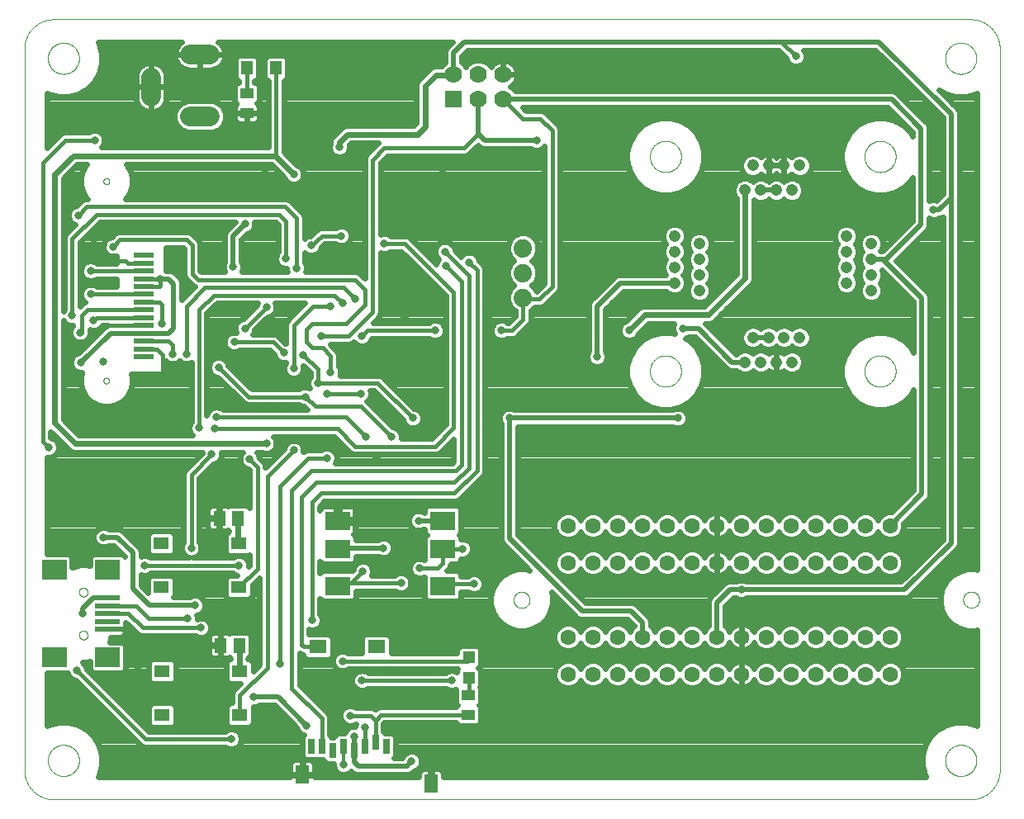
<source format=gtl>
G75*
%MOIN*%
%OFA0B0*%
%FSLAX25Y25*%
%IPPOS*%
%LPD*%
%AMOC8*
5,1,8,0,0,1.08239X$1,22.5*
%
%ADD10C,0.00000*%
%ADD11C,0.00039*%
%ADD12R,0.04724X0.04724*%
%ADD13C,0.07874*%
%ADD14R,0.05512X0.04331*%
%ADD15R,0.05118X0.05906*%
%ADD16R,0.06102X0.05118*%
%ADD17C,0.04756*%
%ADD18R,0.09843X0.01969*%
%ADD19R,0.09843X0.07874*%
%ADD20R,0.05512X0.07480*%
%ADD21R,0.07087X0.05512*%
%ADD22R,0.02756X0.05906*%
%ADD23R,0.07000X0.07000*%
%ADD24C,0.07000*%
%ADD25C,0.06299*%
%ADD26R,0.04724X0.05512*%
%ADD27C,0.07400*%
%ADD28R,0.10000X0.07600*%
%ADD29R,0.07874X0.01969*%
%ADD30C,0.01969*%
%ADD31C,0.02362*%
%ADD32C,0.03175*%
%ADD33C,0.01575*%
%ADD34C,0.01600*%
%ADD35C,0.01181*%
D10*
X0011630Y0017929D02*
X0011632Y0018087D01*
X0011638Y0018245D01*
X0011648Y0018403D01*
X0011662Y0018561D01*
X0011680Y0018718D01*
X0011701Y0018875D01*
X0011727Y0019031D01*
X0011757Y0019187D01*
X0011790Y0019342D01*
X0011828Y0019495D01*
X0011869Y0019648D01*
X0011914Y0019800D01*
X0011963Y0019951D01*
X0012016Y0020100D01*
X0012072Y0020248D01*
X0012132Y0020394D01*
X0012196Y0020539D01*
X0012264Y0020682D01*
X0012335Y0020824D01*
X0012409Y0020964D01*
X0012487Y0021101D01*
X0012569Y0021237D01*
X0012653Y0021371D01*
X0012742Y0021502D01*
X0012833Y0021631D01*
X0012928Y0021758D01*
X0013025Y0021883D01*
X0013126Y0022005D01*
X0013230Y0022124D01*
X0013337Y0022241D01*
X0013447Y0022355D01*
X0013560Y0022466D01*
X0013675Y0022575D01*
X0013793Y0022680D01*
X0013914Y0022782D01*
X0014037Y0022882D01*
X0014163Y0022978D01*
X0014291Y0023071D01*
X0014421Y0023161D01*
X0014554Y0023247D01*
X0014689Y0023331D01*
X0014825Y0023410D01*
X0014964Y0023487D01*
X0015105Y0023559D01*
X0015247Y0023629D01*
X0015391Y0023694D01*
X0015537Y0023756D01*
X0015684Y0023814D01*
X0015833Y0023869D01*
X0015983Y0023920D01*
X0016134Y0023967D01*
X0016286Y0024010D01*
X0016439Y0024049D01*
X0016594Y0024085D01*
X0016749Y0024116D01*
X0016905Y0024144D01*
X0017061Y0024168D01*
X0017218Y0024188D01*
X0017376Y0024204D01*
X0017533Y0024216D01*
X0017692Y0024224D01*
X0017850Y0024228D01*
X0018008Y0024228D01*
X0018166Y0024224D01*
X0018325Y0024216D01*
X0018482Y0024204D01*
X0018640Y0024188D01*
X0018797Y0024168D01*
X0018953Y0024144D01*
X0019109Y0024116D01*
X0019264Y0024085D01*
X0019419Y0024049D01*
X0019572Y0024010D01*
X0019724Y0023967D01*
X0019875Y0023920D01*
X0020025Y0023869D01*
X0020174Y0023814D01*
X0020321Y0023756D01*
X0020467Y0023694D01*
X0020611Y0023629D01*
X0020753Y0023559D01*
X0020894Y0023487D01*
X0021033Y0023410D01*
X0021169Y0023331D01*
X0021304Y0023247D01*
X0021437Y0023161D01*
X0021567Y0023071D01*
X0021695Y0022978D01*
X0021821Y0022882D01*
X0021944Y0022782D01*
X0022065Y0022680D01*
X0022183Y0022575D01*
X0022298Y0022466D01*
X0022411Y0022355D01*
X0022521Y0022241D01*
X0022628Y0022124D01*
X0022732Y0022005D01*
X0022833Y0021883D01*
X0022930Y0021758D01*
X0023025Y0021631D01*
X0023116Y0021502D01*
X0023205Y0021371D01*
X0023289Y0021237D01*
X0023371Y0021101D01*
X0023449Y0020964D01*
X0023523Y0020824D01*
X0023594Y0020682D01*
X0023662Y0020539D01*
X0023726Y0020394D01*
X0023786Y0020248D01*
X0023842Y0020100D01*
X0023895Y0019951D01*
X0023944Y0019800D01*
X0023989Y0019648D01*
X0024030Y0019495D01*
X0024068Y0019342D01*
X0024101Y0019187D01*
X0024131Y0019031D01*
X0024157Y0018875D01*
X0024178Y0018718D01*
X0024196Y0018561D01*
X0024210Y0018403D01*
X0024220Y0018245D01*
X0024226Y0018087D01*
X0024228Y0017929D01*
X0024226Y0017771D01*
X0024220Y0017613D01*
X0024210Y0017455D01*
X0024196Y0017297D01*
X0024178Y0017140D01*
X0024157Y0016983D01*
X0024131Y0016827D01*
X0024101Y0016671D01*
X0024068Y0016516D01*
X0024030Y0016363D01*
X0023989Y0016210D01*
X0023944Y0016058D01*
X0023895Y0015907D01*
X0023842Y0015758D01*
X0023786Y0015610D01*
X0023726Y0015464D01*
X0023662Y0015319D01*
X0023594Y0015176D01*
X0023523Y0015034D01*
X0023449Y0014894D01*
X0023371Y0014757D01*
X0023289Y0014621D01*
X0023205Y0014487D01*
X0023116Y0014356D01*
X0023025Y0014227D01*
X0022930Y0014100D01*
X0022833Y0013975D01*
X0022732Y0013853D01*
X0022628Y0013734D01*
X0022521Y0013617D01*
X0022411Y0013503D01*
X0022298Y0013392D01*
X0022183Y0013283D01*
X0022065Y0013178D01*
X0021944Y0013076D01*
X0021821Y0012976D01*
X0021695Y0012880D01*
X0021567Y0012787D01*
X0021437Y0012697D01*
X0021304Y0012611D01*
X0021169Y0012527D01*
X0021033Y0012448D01*
X0020894Y0012371D01*
X0020753Y0012299D01*
X0020611Y0012229D01*
X0020467Y0012164D01*
X0020321Y0012102D01*
X0020174Y0012044D01*
X0020025Y0011989D01*
X0019875Y0011938D01*
X0019724Y0011891D01*
X0019572Y0011848D01*
X0019419Y0011809D01*
X0019264Y0011773D01*
X0019109Y0011742D01*
X0018953Y0011714D01*
X0018797Y0011690D01*
X0018640Y0011670D01*
X0018482Y0011654D01*
X0018325Y0011642D01*
X0018166Y0011634D01*
X0018008Y0011630D01*
X0017850Y0011630D01*
X0017692Y0011634D01*
X0017533Y0011642D01*
X0017376Y0011654D01*
X0017218Y0011670D01*
X0017061Y0011690D01*
X0016905Y0011714D01*
X0016749Y0011742D01*
X0016594Y0011773D01*
X0016439Y0011809D01*
X0016286Y0011848D01*
X0016134Y0011891D01*
X0015983Y0011938D01*
X0015833Y0011989D01*
X0015684Y0012044D01*
X0015537Y0012102D01*
X0015391Y0012164D01*
X0015247Y0012229D01*
X0015105Y0012299D01*
X0014964Y0012371D01*
X0014825Y0012448D01*
X0014689Y0012527D01*
X0014554Y0012611D01*
X0014421Y0012697D01*
X0014291Y0012787D01*
X0014163Y0012880D01*
X0014037Y0012976D01*
X0013914Y0013076D01*
X0013793Y0013178D01*
X0013675Y0013283D01*
X0013560Y0013392D01*
X0013447Y0013503D01*
X0013337Y0013617D01*
X0013230Y0013734D01*
X0013126Y0013853D01*
X0013025Y0013975D01*
X0012928Y0014100D01*
X0012833Y0014227D01*
X0012742Y0014356D01*
X0012653Y0014487D01*
X0012569Y0014621D01*
X0012487Y0014757D01*
X0012409Y0014894D01*
X0012335Y0015034D01*
X0012264Y0015176D01*
X0012196Y0015319D01*
X0012132Y0015464D01*
X0012072Y0015610D01*
X0012016Y0015758D01*
X0011963Y0015907D01*
X0011914Y0016058D01*
X0011869Y0016210D01*
X0011828Y0016363D01*
X0011790Y0016516D01*
X0011757Y0016671D01*
X0011727Y0016827D01*
X0011701Y0016983D01*
X0011680Y0017140D01*
X0011662Y0017297D01*
X0011648Y0017455D01*
X0011638Y0017613D01*
X0011632Y0017771D01*
X0011630Y0017929D01*
X0024189Y0068520D02*
X0024191Y0068604D01*
X0024197Y0068687D01*
X0024207Y0068770D01*
X0024221Y0068853D01*
X0024238Y0068935D01*
X0024260Y0069016D01*
X0024285Y0069095D01*
X0024314Y0069174D01*
X0024347Y0069251D01*
X0024383Y0069326D01*
X0024423Y0069400D01*
X0024466Y0069472D01*
X0024513Y0069541D01*
X0024563Y0069608D01*
X0024616Y0069673D01*
X0024672Y0069735D01*
X0024730Y0069795D01*
X0024792Y0069852D01*
X0024856Y0069905D01*
X0024923Y0069956D01*
X0024992Y0070003D01*
X0025063Y0070048D01*
X0025136Y0070088D01*
X0025211Y0070125D01*
X0025288Y0070159D01*
X0025366Y0070189D01*
X0025445Y0070215D01*
X0025526Y0070238D01*
X0025608Y0070256D01*
X0025690Y0070271D01*
X0025773Y0070282D01*
X0025856Y0070289D01*
X0025940Y0070292D01*
X0026024Y0070291D01*
X0026107Y0070286D01*
X0026191Y0070277D01*
X0026273Y0070264D01*
X0026355Y0070248D01*
X0026436Y0070227D01*
X0026517Y0070203D01*
X0026595Y0070175D01*
X0026673Y0070143D01*
X0026749Y0070107D01*
X0026823Y0070068D01*
X0026895Y0070026D01*
X0026965Y0069980D01*
X0027033Y0069931D01*
X0027098Y0069879D01*
X0027161Y0069824D01*
X0027221Y0069766D01*
X0027279Y0069705D01*
X0027333Y0069641D01*
X0027385Y0069575D01*
X0027433Y0069507D01*
X0027478Y0069436D01*
X0027519Y0069363D01*
X0027558Y0069289D01*
X0027592Y0069213D01*
X0027623Y0069135D01*
X0027650Y0069056D01*
X0027674Y0068975D01*
X0027693Y0068894D01*
X0027709Y0068812D01*
X0027721Y0068729D01*
X0027729Y0068645D01*
X0027733Y0068562D01*
X0027733Y0068478D01*
X0027729Y0068395D01*
X0027721Y0068311D01*
X0027709Y0068228D01*
X0027693Y0068146D01*
X0027674Y0068065D01*
X0027650Y0067984D01*
X0027623Y0067905D01*
X0027592Y0067827D01*
X0027558Y0067751D01*
X0027519Y0067677D01*
X0027478Y0067604D01*
X0027433Y0067533D01*
X0027385Y0067465D01*
X0027333Y0067399D01*
X0027279Y0067335D01*
X0027221Y0067274D01*
X0027161Y0067216D01*
X0027098Y0067161D01*
X0027033Y0067109D01*
X0026965Y0067060D01*
X0026895Y0067014D01*
X0026823Y0066972D01*
X0026749Y0066933D01*
X0026673Y0066897D01*
X0026595Y0066865D01*
X0026517Y0066837D01*
X0026436Y0066813D01*
X0026355Y0066792D01*
X0026273Y0066776D01*
X0026191Y0066763D01*
X0026107Y0066754D01*
X0026024Y0066749D01*
X0025940Y0066748D01*
X0025856Y0066751D01*
X0025773Y0066758D01*
X0025690Y0066769D01*
X0025608Y0066784D01*
X0025526Y0066802D01*
X0025445Y0066825D01*
X0025366Y0066851D01*
X0025288Y0066881D01*
X0025211Y0066915D01*
X0025136Y0066952D01*
X0025063Y0066992D01*
X0024992Y0067037D01*
X0024923Y0067084D01*
X0024856Y0067135D01*
X0024792Y0067188D01*
X0024730Y0067245D01*
X0024672Y0067305D01*
X0024616Y0067367D01*
X0024563Y0067432D01*
X0024513Y0067499D01*
X0024466Y0067568D01*
X0024423Y0067640D01*
X0024383Y0067714D01*
X0024347Y0067789D01*
X0024314Y0067866D01*
X0024285Y0067945D01*
X0024260Y0068024D01*
X0024238Y0068105D01*
X0024221Y0068187D01*
X0024207Y0068270D01*
X0024197Y0068353D01*
X0024191Y0068436D01*
X0024189Y0068520D01*
X0024189Y0085843D02*
X0024191Y0085927D01*
X0024197Y0086010D01*
X0024207Y0086093D01*
X0024221Y0086176D01*
X0024238Y0086258D01*
X0024260Y0086339D01*
X0024285Y0086418D01*
X0024314Y0086497D01*
X0024347Y0086574D01*
X0024383Y0086649D01*
X0024423Y0086723D01*
X0024466Y0086795D01*
X0024513Y0086864D01*
X0024563Y0086931D01*
X0024616Y0086996D01*
X0024672Y0087058D01*
X0024730Y0087118D01*
X0024792Y0087175D01*
X0024856Y0087228D01*
X0024923Y0087279D01*
X0024992Y0087326D01*
X0025063Y0087371D01*
X0025136Y0087411D01*
X0025211Y0087448D01*
X0025288Y0087482D01*
X0025366Y0087512D01*
X0025445Y0087538D01*
X0025526Y0087561D01*
X0025608Y0087579D01*
X0025690Y0087594D01*
X0025773Y0087605D01*
X0025856Y0087612D01*
X0025940Y0087615D01*
X0026024Y0087614D01*
X0026107Y0087609D01*
X0026191Y0087600D01*
X0026273Y0087587D01*
X0026355Y0087571D01*
X0026436Y0087550D01*
X0026517Y0087526D01*
X0026595Y0087498D01*
X0026673Y0087466D01*
X0026749Y0087430D01*
X0026823Y0087391D01*
X0026895Y0087349D01*
X0026965Y0087303D01*
X0027033Y0087254D01*
X0027098Y0087202D01*
X0027161Y0087147D01*
X0027221Y0087089D01*
X0027279Y0087028D01*
X0027333Y0086964D01*
X0027385Y0086898D01*
X0027433Y0086830D01*
X0027478Y0086759D01*
X0027519Y0086686D01*
X0027558Y0086612D01*
X0027592Y0086536D01*
X0027623Y0086458D01*
X0027650Y0086379D01*
X0027674Y0086298D01*
X0027693Y0086217D01*
X0027709Y0086135D01*
X0027721Y0086052D01*
X0027729Y0085968D01*
X0027733Y0085885D01*
X0027733Y0085801D01*
X0027729Y0085718D01*
X0027721Y0085634D01*
X0027709Y0085551D01*
X0027693Y0085469D01*
X0027674Y0085388D01*
X0027650Y0085307D01*
X0027623Y0085228D01*
X0027592Y0085150D01*
X0027558Y0085074D01*
X0027519Y0085000D01*
X0027478Y0084927D01*
X0027433Y0084856D01*
X0027385Y0084788D01*
X0027333Y0084722D01*
X0027279Y0084658D01*
X0027221Y0084597D01*
X0027161Y0084539D01*
X0027098Y0084484D01*
X0027033Y0084432D01*
X0026965Y0084383D01*
X0026895Y0084337D01*
X0026823Y0084295D01*
X0026749Y0084256D01*
X0026673Y0084220D01*
X0026595Y0084188D01*
X0026517Y0084160D01*
X0026436Y0084136D01*
X0026355Y0084115D01*
X0026273Y0084099D01*
X0026191Y0084086D01*
X0026107Y0084077D01*
X0026024Y0084072D01*
X0025940Y0084071D01*
X0025856Y0084074D01*
X0025773Y0084081D01*
X0025690Y0084092D01*
X0025608Y0084107D01*
X0025526Y0084125D01*
X0025445Y0084148D01*
X0025366Y0084174D01*
X0025288Y0084204D01*
X0025211Y0084238D01*
X0025136Y0084275D01*
X0025063Y0084315D01*
X0024992Y0084360D01*
X0024923Y0084407D01*
X0024856Y0084458D01*
X0024792Y0084511D01*
X0024730Y0084568D01*
X0024672Y0084628D01*
X0024616Y0084690D01*
X0024563Y0084755D01*
X0024513Y0084822D01*
X0024466Y0084891D01*
X0024423Y0084963D01*
X0024383Y0085037D01*
X0024347Y0085112D01*
X0024314Y0085189D01*
X0024285Y0085268D01*
X0024260Y0085347D01*
X0024238Y0085428D01*
X0024221Y0085510D01*
X0024207Y0085593D01*
X0024197Y0085676D01*
X0024191Y0085759D01*
X0024189Y0085843D01*
X0034071Y0171276D02*
X0034073Y0171345D01*
X0034079Y0171413D01*
X0034089Y0171481D01*
X0034103Y0171548D01*
X0034121Y0171615D01*
X0034142Y0171680D01*
X0034168Y0171744D01*
X0034197Y0171806D01*
X0034229Y0171866D01*
X0034265Y0171925D01*
X0034305Y0171981D01*
X0034347Y0172035D01*
X0034393Y0172086D01*
X0034442Y0172135D01*
X0034493Y0172181D01*
X0034547Y0172223D01*
X0034603Y0172263D01*
X0034661Y0172299D01*
X0034722Y0172331D01*
X0034784Y0172360D01*
X0034848Y0172386D01*
X0034913Y0172407D01*
X0034980Y0172425D01*
X0035047Y0172439D01*
X0035115Y0172449D01*
X0035183Y0172455D01*
X0035252Y0172457D01*
X0035321Y0172455D01*
X0035389Y0172449D01*
X0035457Y0172439D01*
X0035524Y0172425D01*
X0035591Y0172407D01*
X0035656Y0172386D01*
X0035720Y0172360D01*
X0035782Y0172331D01*
X0035842Y0172299D01*
X0035901Y0172263D01*
X0035957Y0172223D01*
X0036011Y0172181D01*
X0036062Y0172135D01*
X0036111Y0172086D01*
X0036157Y0172035D01*
X0036199Y0171981D01*
X0036239Y0171925D01*
X0036275Y0171866D01*
X0036307Y0171806D01*
X0036336Y0171744D01*
X0036362Y0171680D01*
X0036383Y0171615D01*
X0036401Y0171548D01*
X0036415Y0171481D01*
X0036425Y0171413D01*
X0036431Y0171345D01*
X0036433Y0171276D01*
X0036431Y0171207D01*
X0036425Y0171139D01*
X0036415Y0171071D01*
X0036401Y0171004D01*
X0036383Y0170937D01*
X0036362Y0170872D01*
X0036336Y0170808D01*
X0036307Y0170746D01*
X0036275Y0170685D01*
X0036239Y0170627D01*
X0036199Y0170571D01*
X0036157Y0170517D01*
X0036111Y0170466D01*
X0036062Y0170417D01*
X0036011Y0170371D01*
X0035957Y0170329D01*
X0035901Y0170289D01*
X0035843Y0170253D01*
X0035782Y0170221D01*
X0035720Y0170192D01*
X0035656Y0170166D01*
X0035591Y0170145D01*
X0035524Y0170127D01*
X0035457Y0170113D01*
X0035389Y0170103D01*
X0035321Y0170097D01*
X0035252Y0170095D01*
X0035183Y0170097D01*
X0035115Y0170103D01*
X0035047Y0170113D01*
X0034980Y0170127D01*
X0034913Y0170145D01*
X0034848Y0170166D01*
X0034784Y0170192D01*
X0034722Y0170221D01*
X0034661Y0170253D01*
X0034603Y0170289D01*
X0034547Y0170329D01*
X0034493Y0170371D01*
X0034442Y0170417D01*
X0034393Y0170466D01*
X0034347Y0170517D01*
X0034305Y0170571D01*
X0034265Y0170627D01*
X0034229Y0170685D01*
X0034197Y0170746D01*
X0034168Y0170808D01*
X0034142Y0170872D01*
X0034121Y0170937D01*
X0034103Y0171004D01*
X0034089Y0171071D01*
X0034079Y0171139D01*
X0034073Y0171207D01*
X0034071Y0171276D01*
X0034071Y0251787D02*
X0034073Y0251856D01*
X0034079Y0251924D01*
X0034089Y0251992D01*
X0034103Y0252059D01*
X0034121Y0252126D01*
X0034142Y0252191D01*
X0034168Y0252255D01*
X0034197Y0252317D01*
X0034229Y0252377D01*
X0034265Y0252436D01*
X0034305Y0252492D01*
X0034347Y0252546D01*
X0034393Y0252597D01*
X0034442Y0252646D01*
X0034493Y0252692D01*
X0034547Y0252734D01*
X0034603Y0252774D01*
X0034661Y0252810D01*
X0034722Y0252842D01*
X0034784Y0252871D01*
X0034848Y0252897D01*
X0034913Y0252918D01*
X0034980Y0252936D01*
X0035047Y0252950D01*
X0035115Y0252960D01*
X0035183Y0252966D01*
X0035252Y0252968D01*
X0035321Y0252966D01*
X0035389Y0252960D01*
X0035457Y0252950D01*
X0035524Y0252936D01*
X0035591Y0252918D01*
X0035656Y0252897D01*
X0035720Y0252871D01*
X0035782Y0252842D01*
X0035842Y0252810D01*
X0035901Y0252774D01*
X0035957Y0252734D01*
X0036011Y0252692D01*
X0036062Y0252646D01*
X0036111Y0252597D01*
X0036157Y0252546D01*
X0036199Y0252492D01*
X0036239Y0252436D01*
X0036275Y0252377D01*
X0036307Y0252317D01*
X0036336Y0252255D01*
X0036362Y0252191D01*
X0036383Y0252126D01*
X0036401Y0252059D01*
X0036415Y0251992D01*
X0036425Y0251924D01*
X0036431Y0251856D01*
X0036433Y0251787D01*
X0036431Y0251718D01*
X0036425Y0251650D01*
X0036415Y0251582D01*
X0036401Y0251515D01*
X0036383Y0251448D01*
X0036362Y0251383D01*
X0036336Y0251319D01*
X0036307Y0251257D01*
X0036275Y0251196D01*
X0036239Y0251138D01*
X0036199Y0251082D01*
X0036157Y0251028D01*
X0036111Y0250977D01*
X0036062Y0250928D01*
X0036011Y0250882D01*
X0035957Y0250840D01*
X0035901Y0250800D01*
X0035843Y0250764D01*
X0035782Y0250732D01*
X0035720Y0250703D01*
X0035656Y0250677D01*
X0035591Y0250656D01*
X0035524Y0250638D01*
X0035457Y0250624D01*
X0035389Y0250614D01*
X0035321Y0250608D01*
X0035252Y0250606D01*
X0035183Y0250608D01*
X0035115Y0250614D01*
X0035047Y0250624D01*
X0034980Y0250638D01*
X0034913Y0250656D01*
X0034848Y0250677D01*
X0034784Y0250703D01*
X0034722Y0250732D01*
X0034661Y0250764D01*
X0034603Y0250800D01*
X0034547Y0250840D01*
X0034493Y0250882D01*
X0034442Y0250928D01*
X0034393Y0250977D01*
X0034347Y0251028D01*
X0034305Y0251082D01*
X0034265Y0251138D01*
X0034229Y0251196D01*
X0034197Y0251257D01*
X0034168Y0251319D01*
X0034142Y0251383D01*
X0034121Y0251448D01*
X0034103Y0251515D01*
X0034089Y0251582D01*
X0034079Y0251650D01*
X0034073Y0251718D01*
X0034071Y0251787D01*
X0011630Y0301394D02*
X0011632Y0301552D01*
X0011638Y0301710D01*
X0011648Y0301868D01*
X0011662Y0302026D01*
X0011680Y0302183D01*
X0011701Y0302340D01*
X0011727Y0302496D01*
X0011757Y0302652D01*
X0011790Y0302807D01*
X0011828Y0302960D01*
X0011869Y0303113D01*
X0011914Y0303265D01*
X0011963Y0303416D01*
X0012016Y0303565D01*
X0012072Y0303713D01*
X0012132Y0303859D01*
X0012196Y0304004D01*
X0012264Y0304147D01*
X0012335Y0304289D01*
X0012409Y0304429D01*
X0012487Y0304566D01*
X0012569Y0304702D01*
X0012653Y0304836D01*
X0012742Y0304967D01*
X0012833Y0305096D01*
X0012928Y0305223D01*
X0013025Y0305348D01*
X0013126Y0305470D01*
X0013230Y0305589D01*
X0013337Y0305706D01*
X0013447Y0305820D01*
X0013560Y0305931D01*
X0013675Y0306040D01*
X0013793Y0306145D01*
X0013914Y0306247D01*
X0014037Y0306347D01*
X0014163Y0306443D01*
X0014291Y0306536D01*
X0014421Y0306626D01*
X0014554Y0306712D01*
X0014689Y0306796D01*
X0014825Y0306875D01*
X0014964Y0306952D01*
X0015105Y0307024D01*
X0015247Y0307094D01*
X0015391Y0307159D01*
X0015537Y0307221D01*
X0015684Y0307279D01*
X0015833Y0307334D01*
X0015983Y0307385D01*
X0016134Y0307432D01*
X0016286Y0307475D01*
X0016439Y0307514D01*
X0016594Y0307550D01*
X0016749Y0307581D01*
X0016905Y0307609D01*
X0017061Y0307633D01*
X0017218Y0307653D01*
X0017376Y0307669D01*
X0017533Y0307681D01*
X0017692Y0307689D01*
X0017850Y0307693D01*
X0018008Y0307693D01*
X0018166Y0307689D01*
X0018325Y0307681D01*
X0018482Y0307669D01*
X0018640Y0307653D01*
X0018797Y0307633D01*
X0018953Y0307609D01*
X0019109Y0307581D01*
X0019264Y0307550D01*
X0019419Y0307514D01*
X0019572Y0307475D01*
X0019724Y0307432D01*
X0019875Y0307385D01*
X0020025Y0307334D01*
X0020174Y0307279D01*
X0020321Y0307221D01*
X0020467Y0307159D01*
X0020611Y0307094D01*
X0020753Y0307024D01*
X0020894Y0306952D01*
X0021033Y0306875D01*
X0021169Y0306796D01*
X0021304Y0306712D01*
X0021437Y0306626D01*
X0021567Y0306536D01*
X0021695Y0306443D01*
X0021821Y0306347D01*
X0021944Y0306247D01*
X0022065Y0306145D01*
X0022183Y0306040D01*
X0022298Y0305931D01*
X0022411Y0305820D01*
X0022521Y0305706D01*
X0022628Y0305589D01*
X0022732Y0305470D01*
X0022833Y0305348D01*
X0022930Y0305223D01*
X0023025Y0305096D01*
X0023116Y0304967D01*
X0023205Y0304836D01*
X0023289Y0304702D01*
X0023371Y0304566D01*
X0023449Y0304429D01*
X0023523Y0304289D01*
X0023594Y0304147D01*
X0023662Y0304004D01*
X0023726Y0303859D01*
X0023786Y0303713D01*
X0023842Y0303565D01*
X0023895Y0303416D01*
X0023944Y0303265D01*
X0023989Y0303113D01*
X0024030Y0302960D01*
X0024068Y0302807D01*
X0024101Y0302652D01*
X0024131Y0302496D01*
X0024157Y0302340D01*
X0024178Y0302183D01*
X0024196Y0302026D01*
X0024210Y0301868D01*
X0024220Y0301710D01*
X0024226Y0301552D01*
X0024228Y0301394D01*
X0024226Y0301236D01*
X0024220Y0301078D01*
X0024210Y0300920D01*
X0024196Y0300762D01*
X0024178Y0300605D01*
X0024157Y0300448D01*
X0024131Y0300292D01*
X0024101Y0300136D01*
X0024068Y0299981D01*
X0024030Y0299828D01*
X0023989Y0299675D01*
X0023944Y0299523D01*
X0023895Y0299372D01*
X0023842Y0299223D01*
X0023786Y0299075D01*
X0023726Y0298929D01*
X0023662Y0298784D01*
X0023594Y0298641D01*
X0023523Y0298499D01*
X0023449Y0298359D01*
X0023371Y0298222D01*
X0023289Y0298086D01*
X0023205Y0297952D01*
X0023116Y0297821D01*
X0023025Y0297692D01*
X0022930Y0297565D01*
X0022833Y0297440D01*
X0022732Y0297318D01*
X0022628Y0297199D01*
X0022521Y0297082D01*
X0022411Y0296968D01*
X0022298Y0296857D01*
X0022183Y0296748D01*
X0022065Y0296643D01*
X0021944Y0296541D01*
X0021821Y0296441D01*
X0021695Y0296345D01*
X0021567Y0296252D01*
X0021437Y0296162D01*
X0021304Y0296076D01*
X0021169Y0295992D01*
X0021033Y0295913D01*
X0020894Y0295836D01*
X0020753Y0295764D01*
X0020611Y0295694D01*
X0020467Y0295629D01*
X0020321Y0295567D01*
X0020174Y0295509D01*
X0020025Y0295454D01*
X0019875Y0295403D01*
X0019724Y0295356D01*
X0019572Y0295313D01*
X0019419Y0295274D01*
X0019264Y0295238D01*
X0019109Y0295207D01*
X0018953Y0295179D01*
X0018797Y0295155D01*
X0018640Y0295135D01*
X0018482Y0295119D01*
X0018325Y0295107D01*
X0018166Y0295099D01*
X0018008Y0295095D01*
X0017850Y0295095D01*
X0017692Y0295099D01*
X0017533Y0295107D01*
X0017376Y0295119D01*
X0017218Y0295135D01*
X0017061Y0295155D01*
X0016905Y0295179D01*
X0016749Y0295207D01*
X0016594Y0295238D01*
X0016439Y0295274D01*
X0016286Y0295313D01*
X0016134Y0295356D01*
X0015983Y0295403D01*
X0015833Y0295454D01*
X0015684Y0295509D01*
X0015537Y0295567D01*
X0015391Y0295629D01*
X0015247Y0295694D01*
X0015105Y0295764D01*
X0014964Y0295836D01*
X0014825Y0295913D01*
X0014689Y0295992D01*
X0014554Y0296076D01*
X0014421Y0296162D01*
X0014291Y0296252D01*
X0014163Y0296345D01*
X0014037Y0296441D01*
X0013914Y0296541D01*
X0013793Y0296643D01*
X0013675Y0296748D01*
X0013560Y0296857D01*
X0013447Y0296968D01*
X0013337Y0297082D01*
X0013230Y0297199D01*
X0013126Y0297318D01*
X0013025Y0297440D01*
X0012928Y0297565D01*
X0012833Y0297692D01*
X0012742Y0297821D01*
X0012653Y0297952D01*
X0012569Y0298086D01*
X0012487Y0298222D01*
X0012409Y0298359D01*
X0012335Y0298499D01*
X0012264Y0298641D01*
X0012196Y0298784D01*
X0012132Y0298929D01*
X0012072Y0299075D01*
X0012016Y0299223D01*
X0011963Y0299372D01*
X0011914Y0299523D01*
X0011869Y0299675D01*
X0011828Y0299828D01*
X0011790Y0299981D01*
X0011757Y0300136D01*
X0011727Y0300292D01*
X0011701Y0300448D01*
X0011680Y0300605D01*
X0011662Y0300762D01*
X0011648Y0300920D01*
X0011638Y0301078D01*
X0011632Y0301236D01*
X0011630Y0301394D01*
X0254662Y0261748D02*
X0254664Y0261906D01*
X0254670Y0262064D01*
X0254680Y0262222D01*
X0254694Y0262380D01*
X0254712Y0262537D01*
X0254733Y0262694D01*
X0254759Y0262850D01*
X0254789Y0263006D01*
X0254822Y0263161D01*
X0254860Y0263314D01*
X0254901Y0263467D01*
X0254946Y0263619D01*
X0254995Y0263770D01*
X0255048Y0263919D01*
X0255104Y0264067D01*
X0255164Y0264213D01*
X0255228Y0264358D01*
X0255296Y0264501D01*
X0255367Y0264643D01*
X0255441Y0264783D01*
X0255519Y0264920D01*
X0255601Y0265056D01*
X0255685Y0265190D01*
X0255774Y0265321D01*
X0255865Y0265450D01*
X0255960Y0265577D01*
X0256057Y0265702D01*
X0256158Y0265824D01*
X0256262Y0265943D01*
X0256369Y0266060D01*
X0256479Y0266174D01*
X0256592Y0266285D01*
X0256707Y0266394D01*
X0256825Y0266499D01*
X0256946Y0266601D01*
X0257069Y0266701D01*
X0257195Y0266797D01*
X0257323Y0266890D01*
X0257453Y0266980D01*
X0257586Y0267066D01*
X0257721Y0267150D01*
X0257857Y0267229D01*
X0257996Y0267306D01*
X0258137Y0267378D01*
X0258279Y0267448D01*
X0258423Y0267513D01*
X0258569Y0267575D01*
X0258716Y0267633D01*
X0258865Y0267688D01*
X0259015Y0267739D01*
X0259166Y0267786D01*
X0259318Y0267829D01*
X0259471Y0267868D01*
X0259626Y0267904D01*
X0259781Y0267935D01*
X0259937Y0267963D01*
X0260093Y0267987D01*
X0260250Y0268007D01*
X0260408Y0268023D01*
X0260565Y0268035D01*
X0260724Y0268043D01*
X0260882Y0268047D01*
X0261040Y0268047D01*
X0261198Y0268043D01*
X0261357Y0268035D01*
X0261514Y0268023D01*
X0261672Y0268007D01*
X0261829Y0267987D01*
X0261985Y0267963D01*
X0262141Y0267935D01*
X0262296Y0267904D01*
X0262451Y0267868D01*
X0262604Y0267829D01*
X0262756Y0267786D01*
X0262907Y0267739D01*
X0263057Y0267688D01*
X0263206Y0267633D01*
X0263353Y0267575D01*
X0263499Y0267513D01*
X0263643Y0267448D01*
X0263785Y0267378D01*
X0263926Y0267306D01*
X0264065Y0267229D01*
X0264201Y0267150D01*
X0264336Y0267066D01*
X0264469Y0266980D01*
X0264599Y0266890D01*
X0264727Y0266797D01*
X0264853Y0266701D01*
X0264976Y0266601D01*
X0265097Y0266499D01*
X0265215Y0266394D01*
X0265330Y0266285D01*
X0265443Y0266174D01*
X0265553Y0266060D01*
X0265660Y0265943D01*
X0265764Y0265824D01*
X0265865Y0265702D01*
X0265962Y0265577D01*
X0266057Y0265450D01*
X0266148Y0265321D01*
X0266237Y0265190D01*
X0266321Y0265056D01*
X0266403Y0264920D01*
X0266481Y0264783D01*
X0266555Y0264643D01*
X0266626Y0264501D01*
X0266694Y0264358D01*
X0266758Y0264213D01*
X0266818Y0264067D01*
X0266874Y0263919D01*
X0266927Y0263770D01*
X0266976Y0263619D01*
X0267021Y0263467D01*
X0267062Y0263314D01*
X0267100Y0263161D01*
X0267133Y0263006D01*
X0267163Y0262850D01*
X0267189Y0262694D01*
X0267210Y0262537D01*
X0267228Y0262380D01*
X0267242Y0262222D01*
X0267252Y0262064D01*
X0267258Y0261906D01*
X0267260Y0261748D01*
X0267258Y0261590D01*
X0267252Y0261432D01*
X0267242Y0261274D01*
X0267228Y0261116D01*
X0267210Y0260959D01*
X0267189Y0260802D01*
X0267163Y0260646D01*
X0267133Y0260490D01*
X0267100Y0260335D01*
X0267062Y0260182D01*
X0267021Y0260029D01*
X0266976Y0259877D01*
X0266927Y0259726D01*
X0266874Y0259577D01*
X0266818Y0259429D01*
X0266758Y0259283D01*
X0266694Y0259138D01*
X0266626Y0258995D01*
X0266555Y0258853D01*
X0266481Y0258713D01*
X0266403Y0258576D01*
X0266321Y0258440D01*
X0266237Y0258306D01*
X0266148Y0258175D01*
X0266057Y0258046D01*
X0265962Y0257919D01*
X0265865Y0257794D01*
X0265764Y0257672D01*
X0265660Y0257553D01*
X0265553Y0257436D01*
X0265443Y0257322D01*
X0265330Y0257211D01*
X0265215Y0257102D01*
X0265097Y0256997D01*
X0264976Y0256895D01*
X0264853Y0256795D01*
X0264727Y0256699D01*
X0264599Y0256606D01*
X0264469Y0256516D01*
X0264336Y0256430D01*
X0264201Y0256346D01*
X0264065Y0256267D01*
X0263926Y0256190D01*
X0263785Y0256118D01*
X0263643Y0256048D01*
X0263499Y0255983D01*
X0263353Y0255921D01*
X0263206Y0255863D01*
X0263057Y0255808D01*
X0262907Y0255757D01*
X0262756Y0255710D01*
X0262604Y0255667D01*
X0262451Y0255628D01*
X0262296Y0255592D01*
X0262141Y0255561D01*
X0261985Y0255533D01*
X0261829Y0255509D01*
X0261672Y0255489D01*
X0261514Y0255473D01*
X0261357Y0255461D01*
X0261198Y0255453D01*
X0261040Y0255449D01*
X0260882Y0255449D01*
X0260724Y0255453D01*
X0260565Y0255461D01*
X0260408Y0255473D01*
X0260250Y0255489D01*
X0260093Y0255509D01*
X0259937Y0255533D01*
X0259781Y0255561D01*
X0259626Y0255592D01*
X0259471Y0255628D01*
X0259318Y0255667D01*
X0259166Y0255710D01*
X0259015Y0255757D01*
X0258865Y0255808D01*
X0258716Y0255863D01*
X0258569Y0255921D01*
X0258423Y0255983D01*
X0258279Y0256048D01*
X0258137Y0256118D01*
X0257996Y0256190D01*
X0257857Y0256267D01*
X0257721Y0256346D01*
X0257586Y0256430D01*
X0257453Y0256516D01*
X0257323Y0256606D01*
X0257195Y0256699D01*
X0257069Y0256795D01*
X0256946Y0256895D01*
X0256825Y0256997D01*
X0256707Y0257102D01*
X0256592Y0257211D01*
X0256479Y0257322D01*
X0256369Y0257436D01*
X0256262Y0257553D01*
X0256158Y0257672D01*
X0256057Y0257794D01*
X0255960Y0257919D01*
X0255865Y0258046D01*
X0255774Y0258175D01*
X0255685Y0258306D01*
X0255601Y0258440D01*
X0255519Y0258576D01*
X0255441Y0258713D01*
X0255367Y0258853D01*
X0255296Y0258995D01*
X0255228Y0259138D01*
X0255164Y0259283D01*
X0255104Y0259429D01*
X0255048Y0259577D01*
X0254995Y0259726D01*
X0254946Y0259877D01*
X0254901Y0260029D01*
X0254860Y0260182D01*
X0254822Y0260335D01*
X0254789Y0260490D01*
X0254759Y0260646D01*
X0254733Y0260802D01*
X0254712Y0260959D01*
X0254694Y0261116D01*
X0254680Y0261274D01*
X0254670Y0261432D01*
X0254664Y0261590D01*
X0254662Y0261748D01*
X0341276Y0261748D02*
X0341278Y0261906D01*
X0341284Y0262064D01*
X0341294Y0262222D01*
X0341308Y0262380D01*
X0341326Y0262537D01*
X0341347Y0262694D01*
X0341373Y0262850D01*
X0341403Y0263006D01*
X0341436Y0263161D01*
X0341474Y0263314D01*
X0341515Y0263467D01*
X0341560Y0263619D01*
X0341609Y0263770D01*
X0341662Y0263919D01*
X0341718Y0264067D01*
X0341778Y0264213D01*
X0341842Y0264358D01*
X0341910Y0264501D01*
X0341981Y0264643D01*
X0342055Y0264783D01*
X0342133Y0264920D01*
X0342215Y0265056D01*
X0342299Y0265190D01*
X0342388Y0265321D01*
X0342479Y0265450D01*
X0342574Y0265577D01*
X0342671Y0265702D01*
X0342772Y0265824D01*
X0342876Y0265943D01*
X0342983Y0266060D01*
X0343093Y0266174D01*
X0343206Y0266285D01*
X0343321Y0266394D01*
X0343439Y0266499D01*
X0343560Y0266601D01*
X0343683Y0266701D01*
X0343809Y0266797D01*
X0343937Y0266890D01*
X0344067Y0266980D01*
X0344200Y0267066D01*
X0344335Y0267150D01*
X0344471Y0267229D01*
X0344610Y0267306D01*
X0344751Y0267378D01*
X0344893Y0267448D01*
X0345037Y0267513D01*
X0345183Y0267575D01*
X0345330Y0267633D01*
X0345479Y0267688D01*
X0345629Y0267739D01*
X0345780Y0267786D01*
X0345932Y0267829D01*
X0346085Y0267868D01*
X0346240Y0267904D01*
X0346395Y0267935D01*
X0346551Y0267963D01*
X0346707Y0267987D01*
X0346864Y0268007D01*
X0347022Y0268023D01*
X0347179Y0268035D01*
X0347338Y0268043D01*
X0347496Y0268047D01*
X0347654Y0268047D01*
X0347812Y0268043D01*
X0347971Y0268035D01*
X0348128Y0268023D01*
X0348286Y0268007D01*
X0348443Y0267987D01*
X0348599Y0267963D01*
X0348755Y0267935D01*
X0348910Y0267904D01*
X0349065Y0267868D01*
X0349218Y0267829D01*
X0349370Y0267786D01*
X0349521Y0267739D01*
X0349671Y0267688D01*
X0349820Y0267633D01*
X0349967Y0267575D01*
X0350113Y0267513D01*
X0350257Y0267448D01*
X0350399Y0267378D01*
X0350540Y0267306D01*
X0350679Y0267229D01*
X0350815Y0267150D01*
X0350950Y0267066D01*
X0351083Y0266980D01*
X0351213Y0266890D01*
X0351341Y0266797D01*
X0351467Y0266701D01*
X0351590Y0266601D01*
X0351711Y0266499D01*
X0351829Y0266394D01*
X0351944Y0266285D01*
X0352057Y0266174D01*
X0352167Y0266060D01*
X0352274Y0265943D01*
X0352378Y0265824D01*
X0352479Y0265702D01*
X0352576Y0265577D01*
X0352671Y0265450D01*
X0352762Y0265321D01*
X0352851Y0265190D01*
X0352935Y0265056D01*
X0353017Y0264920D01*
X0353095Y0264783D01*
X0353169Y0264643D01*
X0353240Y0264501D01*
X0353308Y0264358D01*
X0353372Y0264213D01*
X0353432Y0264067D01*
X0353488Y0263919D01*
X0353541Y0263770D01*
X0353590Y0263619D01*
X0353635Y0263467D01*
X0353676Y0263314D01*
X0353714Y0263161D01*
X0353747Y0263006D01*
X0353777Y0262850D01*
X0353803Y0262694D01*
X0353824Y0262537D01*
X0353842Y0262380D01*
X0353856Y0262222D01*
X0353866Y0262064D01*
X0353872Y0261906D01*
X0353874Y0261748D01*
X0353872Y0261590D01*
X0353866Y0261432D01*
X0353856Y0261274D01*
X0353842Y0261116D01*
X0353824Y0260959D01*
X0353803Y0260802D01*
X0353777Y0260646D01*
X0353747Y0260490D01*
X0353714Y0260335D01*
X0353676Y0260182D01*
X0353635Y0260029D01*
X0353590Y0259877D01*
X0353541Y0259726D01*
X0353488Y0259577D01*
X0353432Y0259429D01*
X0353372Y0259283D01*
X0353308Y0259138D01*
X0353240Y0258995D01*
X0353169Y0258853D01*
X0353095Y0258713D01*
X0353017Y0258576D01*
X0352935Y0258440D01*
X0352851Y0258306D01*
X0352762Y0258175D01*
X0352671Y0258046D01*
X0352576Y0257919D01*
X0352479Y0257794D01*
X0352378Y0257672D01*
X0352274Y0257553D01*
X0352167Y0257436D01*
X0352057Y0257322D01*
X0351944Y0257211D01*
X0351829Y0257102D01*
X0351711Y0256997D01*
X0351590Y0256895D01*
X0351467Y0256795D01*
X0351341Y0256699D01*
X0351213Y0256606D01*
X0351083Y0256516D01*
X0350950Y0256430D01*
X0350815Y0256346D01*
X0350679Y0256267D01*
X0350540Y0256190D01*
X0350399Y0256118D01*
X0350257Y0256048D01*
X0350113Y0255983D01*
X0349967Y0255921D01*
X0349820Y0255863D01*
X0349671Y0255808D01*
X0349521Y0255757D01*
X0349370Y0255710D01*
X0349218Y0255667D01*
X0349065Y0255628D01*
X0348910Y0255592D01*
X0348755Y0255561D01*
X0348599Y0255533D01*
X0348443Y0255509D01*
X0348286Y0255489D01*
X0348128Y0255473D01*
X0347971Y0255461D01*
X0347812Y0255453D01*
X0347654Y0255449D01*
X0347496Y0255449D01*
X0347338Y0255453D01*
X0347179Y0255461D01*
X0347022Y0255473D01*
X0346864Y0255489D01*
X0346707Y0255509D01*
X0346551Y0255533D01*
X0346395Y0255561D01*
X0346240Y0255592D01*
X0346085Y0255628D01*
X0345932Y0255667D01*
X0345780Y0255710D01*
X0345629Y0255757D01*
X0345479Y0255808D01*
X0345330Y0255863D01*
X0345183Y0255921D01*
X0345037Y0255983D01*
X0344893Y0256048D01*
X0344751Y0256118D01*
X0344610Y0256190D01*
X0344471Y0256267D01*
X0344335Y0256346D01*
X0344200Y0256430D01*
X0344067Y0256516D01*
X0343937Y0256606D01*
X0343809Y0256699D01*
X0343683Y0256795D01*
X0343560Y0256895D01*
X0343439Y0256997D01*
X0343321Y0257102D01*
X0343206Y0257211D01*
X0343093Y0257322D01*
X0342983Y0257436D01*
X0342876Y0257553D01*
X0342772Y0257672D01*
X0342671Y0257794D01*
X0342574Y0257919D01*
X0342479Y0258046D01*
X0342388Y0258175D01*
X0342299Y0258306D01*
X0342215Y0258440D01*
X0342133Y0258576D01*
X0342055Y0258713D01*
X0341981Y0258853D01*
X0341910Y0258995D01*
X0341842Y0259138D01*
X0341778Y0259283D01*
X0341718Y0259429D01*
X0341662Y0259577D01*
X0341609Y0259726D01*
X0341560Y0259877D01*
X0341515Y0260029D01*
X0341474Y0260182D01*
X0341436Y0260335D01*
X0341403Y0260490D01*
X0341373Y0260646D01*
X0341347Y0260802D01*
X0341326Y0260959D01*
X0341308Y0261116D01*
X0341294Y0261274D01*
X0341284Y0261432D01*
X0341278Y0261590D01*
X0341276Y0261748D01*
X0373835Y0301394D02*
X0373837Y0301552D01*
X0373843Y0301710D01*
X0373853Y0301868D01*
X0373867Y0302026D01*
X0373885Y0302183D01*
X0373906Y0302340D01*
X0373932Y0302496D01*
X0373962Y0302652D01*
X0373995Y0302807D01*
X0374033Y0302960D01*
X0374074Y0303113D01*
X0374119Y0303265D01*
X0374168Y0303416D01*
X0374221Y0303565D01*
X0374277Y0303713D01*
X0374337Y0303859D01*
X0374401Y0304004D01*
X0374469Y0304147D01*
X0374540Y0304289D01*
X0374614Y0304429D01*
X0374692Y0304566D01*
X0374774Y0304702D01*
X0374858Y0304836D01*
X0374947Y0304967D01*
X0375038Y0305096D01*
X0375133Y0305223D01*
X0375230Y0305348D01*
X0375331Y0305470D01*
X0375435Y0305589D01*
X0375542Y0305706D01*
X0375652Y0305820D01*
X0375765Y0305931D01*
X0375880Y0306040D01*
X0375998Y0306145D01*
X0376119Y0306247D01*
X0376242Y0306347D01*
X0376368Y0306443D01*
X0376496Y0306536D01*
X0376626Y0306626D01*
X0376759Y0306712D01*
X0376894Y0306796D01*
X0377030Y0306875D01*
X0377169Y0306952D01*
X0377310Y0307024D01*
X0377452Y0307094D01*
X0377596Y0307159D01*
X0377742Y0307221D01*
X0377889Y0307279D01*
X0378038Y0307334D01*
X0378188Y0307385D01*
X0378339Y0307432D01*
X0378491Y0307475D01*
X0378644Y0307514D01*
X0378799Y0307550D01*
X0378954Y0307581D01*
X0379110Y0307609D01*
X0379266Y0307633D01*
X0379423Y0307653D01*
X0379581Y0307669D01*
X0379738Y0307681D01*
X0379897Y0307689D01*
X0380055Y0307693D01*
X0380213Y0307693D01*
X0380371Y0307689D01*
X0380530Y0307681D01*
X0380687Y0307669D01*
X0380845Y0307653D01*
X0381002Y0307633D01*
X0381158Y0307609D01*
X0381314Y0307581D01*
X0381469Y0307550D01*
X0381624Y0307514D01*
X0381777Y0307475D01*
X0381929Y0307432D01*
X0382080Y0307385D01*
X0382230Y0307334D01*
X0382379Y0307279D01*
X0382526Y0307221D01*
X0382672Y0307159D01*
X0382816Y0307094D01*
X0382958Y0307024D01*
X0383099Y0306952D01*
X0383238Y0306875D01*
X0383374Y0306796D01*
X0383509Y0306712D01*
X0383642Y0306626D01*
X0383772Y0306536D01*
X0383900Y0306443D01*
X0384026Y0306347D01*
X0384149Y0306247D01*
X0384270Y0306145D01*
X0384388Y0306040D01*
X0384503Y0305931D01*
X0384616Y0305820D01*
X0384726Y0305706D01*
X0384833Y0305589D01*
X0384937Y0305470D01*
X0385038Y0305348D01*
X0385135Y0305223D01*
X0385230Y0305096D01*
X0385321Y0304967D01*
X0385410Y0304836D01*
X0385494Y0304702D01*
X0385576Y0304566D01*
X0385654Y0304429D01*
X0385728Y0304289D01*
X0385799Y0304147D01*
X0385867Y0304004D01*
X0385931Y0303859D01*
X0385991Y0303713D01*
X0386047Y0303565D01*
X0386100Y0303416D01*
X0386149Y0303265D01*
X0386194Y0303113D01*
X0386235Y0302960D01*
X0386273Y0302807D01*
X0386306Y0302652D01*
X0386336Y0302496D01*
X0386362Y0302340D01*
X0386383Y0302183D01*
X0386401Y0302026D01*
X0386415Y0301868D01*
X0386425Y0301710D01*
X0386431Y0301552D01*
X0386433Y0301394D01*
X0386431Y0301236D01*
X0386425Y0301078D01*
X0386415Y0300920D01*
X0386401Y0300762D01*
X0386383Y0300605D01*
X0386362Y0300448D01*
X0386336Y0300292D01*
X0386306Y0300136D01*
X0386273Y0299981D01*
X0386235Y0299828D01*
X0386194Y0299675D01*
X0386149Y0299523D01*
X0386100Y0299372D01*
X0386047Y0299223D01*
X0385991Y0299075D01*
X0385931Y0298929D01*
X0385867Y0298784D01*
X0385799Y0298641D01*
X0385728Y0298499D01*
X0385654Y0298359D01*
X0385576Y0298222D01*
X0385494Y0298086D01*
X0385410Y0297952D01*
X0385321Y0297821D01*
X0385230Y0297692D01*
X0385135Y0297565D01*
X0385038Y0297440D01*
X0384937Y0297318D01*
X0384833Y0297199D01*
X0384726Y0297082D01*
X0384616Y0296968D01*
X0384503Y0296857D01*
X0384388Y0296748D01*
X0384270Y0296643D01*
X0384149Y0296541D01*
X0384026Y0296441D01*
X0383900Y0296345D01*
X0383772Y0296252D01*
X0383642Y0296162D01*
X0383509Y0296076D01*
X0383374Y0295992D01*
X0383238Y0295913D01*
X0383099Y0295836D01*
X0382958Y0295764D01*
X0382816Y0295694D01*
X0382672Y0295629D01*
X0382526Y0295567D01*
X0382379Y0295509D01*
X0382230Y0295454D01*
X0382080Y0295403D01*
X0381929Y0295356D01*
X0381777Y0295313D01*
X0381624Y0295274D01*
X0381469Y0295238D01*
X0381314Y0295207D01*
X0381158Y0295179D01*
X0381002Y0295155D01*
X0380845Y0295135D01*
X0380687Y0295119D01*
X0380530Y0295107D01*
X0380371Y0295099D01*
X0380213Y0295095D01*
X0380055Y0295095D01*
X0379897Y0295099D01*
X0379738Y0295107D01*
X0379581Y0295119D01*
X0379423Y0295135D01*
X0379266Y0295155D01*
X0379110Y0295179D01*
X0378954Y0295207D01*
X0378799Y0295238D01*
X0378644Y0295274D01*
X0378491Y0295313D01*
X0378339Y0295356D01*
X0378188Y0295403D01*
X0378038Y0295454D01*
X0377889Y0295509D01*
X0377742Y0295567D01*
X0377596Y0295629D01*
X0377452Y0295694D01*
X0377310Y0295764D01*
X0377169Y0295836D01*
X0377030Y0295913D01*
X0376894Y0295992D01*
X0376759Y0296076D01*
X0376626Y0296162D01*
X0376496Y0296252D01*
X0376368Y0296345D01*
X0376242Y0296441D01*
X0376119Y0296541D01*
X0375998Y0296643D01*
X0375880Y0296748D01*
X0375765Y0296857D01*
X0375652Y0296968D01*
X0375542Y0297082D01*
X0375435Y0297199D01*
X0375331Y0297318D01*
X0375230Y0297440D01*
X0375133Y0297565D01*
X0375038Y0297692D01*
X0374947Y0297821D01*
X0374858Y0297952D01*
X0374774Y0298086D01*
X0374692Y0298222D01*
X0374614Y0298359D01*
X0374540Y0298499D01*
X0374469Y0298641D01*
X0374401Y0298784D01*
X0374337Y0298929D01*
X0374277Y0299075D01*
X0374221Y0299223D01*
X0374168Y0299372D01*
X0374119Y0299523D01*
X0374074Y0299675D01*
X0374033Y0299828D01*
X0373995Y0299981D01*
X0373962Y0300136D01*
X0373932Y0300292D01*
X0373906Y0300448D01*
X0373885Y0300605D01*
X0373867Y0300762D01*
X0373853Y0300920D01*
X0373843Y0301078D01*
X0373837Y0301236D01*
X0373835Y0301394D01*
X0341276Y0175134D02*
X0341278Y0175292D01*
X0341284Y0175450D01*
X0341294Y0175608D01*
X0341308Y0175766D01*
X0341326Y0175923D01*
X0341347Y0176080D01*
X0341373Y0176236D01*
X0341403Y0176392D01*
X0341436Y0176547D01*
X0341474Y0176700D01*
X0341515Y0176853D01*
X0341560Y0177005D01*
X0341609Y0177156D01*
X0341662Y0177305D01*
X0341718Y0177453D01*
X0341778Y0177599D01*
X0341842Y0177744D01*
X0341910Y0177887D01*
X0341981Y0178029D01*
X0342055Y0178169D01*
X0342133Y0178306D01*
X0342215Y0178442D01*
X0342299Y0178576D01*
X0342388Y0178707D01*
X0342479Y0178836D01*
X0342574Y0178963D01*
X0342671Y0179088D01*
X0342772Y0179210D01*
X0342876Y0179329D01*
X0342983Y0179446D01*
X0343093Y0179560D01*
X0343206Y0179671D01*
X0343321Y0179780D01*
X0343439Y0179885D01*
X0343560Y0179987D01*
X0343683Y0180087D01*
X0343809Y0180183D01*
X0343937Y0180276D01*
X0344067Y0180366D01*
X0344200Y0180452D01*
X0344335Y0180536D01*
X0344471Y0180615D01*
X0344610Y0180692D01*
X0344751Y0180764D01*
X0344893Y0180834D01*
X0345037Y0180899D01*
X0345183Y0180961D01*
X0345330Y0181019D01*
X0345479Y0181074D01*
X0345629Y0181125D01*
X0345780Y0181172D01*
X0345932Y0181215D01*
X0346085Y0181254D01*
X0346240Y0181290D01*
X0346395Y0181321D01*
X0346551Y0181349D01*
X0346707Y0181373D01*
X0346864Y0181393D01*
X0347022Y0181409D01*
X0347179Y0181421D01*
X0347338Y0181429D01*
X0347496Y0181433D01*
X0347654Y0181433D01*
X0347812Y0181429D01*
X0347971Y0181421D01*
X0348128Y0181409D01*
X0348286Y0181393D01*
X0348443Y0181373D01*
X0348599Y0181349D01*
X0348755Y0181321D01*
X0348910Y0181290D01*
X0349065Y0181254D01*
X0349218Y0181215D01*
X0349370Y0181172D01*
X0349521Y0181125D01*
X0349671Y0181074D01*
X0349820Y0181019D01*
X0349967Y0180961D01*
X0350113Y0180899D01*
X0350257Y0180834D01*
X0350399Y0180764D01*
X0350540Y0180692D01*
X0350679Y0180615D01*
X0350815Y0180536D01*
X0350950Y0180452D01*
X0351083Y0180366D01*
X0351213Y0180276D01*
X0351341Y0180183D01*
X0351467Y0180087D01*
X0351590Y0179987D01*
X0351711Y0179885D01*
X0351829Y0179780D01*
X0351944Y0179671D01*
X0352057Y0179560D01*
X0352167Y0179446D01*
X0352274Y0179329D01*
X0352378Y0179210D01*
X0352479Y0179088D01*
X0352576Y0178963D01*
X0352671Y0178836D01*
X0352762Y0178707D01*
X0352851Y0178576D01*
X0352935Y0178442D01*
X0353017Y0178306D01*
X0353095Y0178169D01*
X0353169Y0178029D01*
X0353240Y0177887D01*
X0353308Y0177744D01*
X0353372Y0177599D01*
X0353432Y0177453D01*
X0353488Y0177305D01*
X0353541Y0177156D01*
X0353590Y0177005D01*
X0353635Y0176853D01*
X0353676Y0176700D01*
X0353714Y0176547D01*
X0353747Y0176392D01*
X0353777Y0176236D01*
X0353803Y0176080D01*
X0353824Y0175923D01*
X0353842Y0175766D01*
X0353856Y0175608D01*
X0353866Y0175450D01*
X0353872Y0175292D01*
X0353874Y0175134D01*
X0353872Y0174976D01*
X0353866Y0174818D01*
X0353856Y0174660D01*
X0353842Y0174502D01*
X0353824Y0174345D01*
X0353803Y0174188D01*
X0353777Y0174032D01*
X0353747Y0173876D01*
X0353714Y0173721D01*
X0353676Y0173568D01*
X0353635Y0173415D01*
X0353590Y0173263D01*
X0353541Y0173112D01*
X0353488Y0172963D01*
X0353432Y0172815D01*
X0353372Y0172669D01*
X0353308Y0172524D01*
X0353240Y0172381D01*
X0353169Y0172239D01*
X0353095Y0172099D01*
X0353017Y0171962D01*
X0352935Y0171826D01*
X0352851Y0171692D01*
X0352762Y0171561D01*
X0352671Y0171432D01*
X0352576Y0171305D01*
X0352479Y0171180D01*
X0352378Y0171058D01*
X0352274Y0170939D01*
X0352167Y0170822D01*
X0352057Y0170708D01*
X0351944Y0170597D01*
X0351829Y0170488D01*
X0351711Y0170383D01*
X0351590Y0170281D01*
X0351467Y0170181D01*
X0351341Y0170085D01*
X0351213Y0169992D01*
X0351083Y0169902D01*
X0350950Y0169816D01*
X0350815Y0169732D01*
X0350679Y0169653D01*
X0350540Y0169576D01*
X0350399Y0169504D01*
X0350257Y0169434D01*
X0350113Y0169369D01*
X0349967Y0169307D01*
X0349820Y0169249D01*
X0349671Y0169194D01*
X0349521Y0169143D01*
X0349370Y0169096D01*
X0349218Y0169053D01*
X0349065Y0169014D01*
X0348910Y0168978D01*
X0348755Y0168947D01*
X0348599Y0168919D01*
X0348443Y0168895D01*
X0348286Y0168875D01*
X0348128Y0168859D01*
X0347971Y0168847D01*
X0347812Y0168839D01*
X0347654Y0168835D01*
X0347496Y0168835D01*
X0347338Y0168839D01*
X0347179Y0168847D01*
X0347022Y0168859D01*
X0346864Y0168875D01*
X0346707Y0168895D01*
X0346551Y0168919D01*
X0346395Y0168947D01*
X0346240Y0168978D01*
X0346085Y0169014D01*
X0345932Y0169053D01*
X0345780Y0169096D01*
X0345629Y0169143D01*
X0345479Y0169194D01*
X0345330Y0169249D01*
X0345183Y0169307D01*
X0345037Y0169369D01*
X0344893Y0169434D01*
X0344751Y0169504D01*
X0344610Y0169576D01*
X0344471Y0169653D01*
X0344335Y0169732D01*
X0344200Y0169816D01*
X0344067Y0169902D01*
X0343937Y0169992D01*
X0343809Y0170085D01*
X0343683Y0170181D01*
X0343560Y0170281D01*
X0343439Y0170383D01*
X0343321Y0170488D01*
X0343206Y0170597D01*
X0343093Y0170708D01*
X0342983Y0170822D01*
X0342876Y0170939D01*
X0342772Y0171058D01*
X0342671Y0171180D01*
X0342574Y0171305D01*
X0342479Y0171432D01*
X0342388Y0171561D01*
X0342299Y0171692D01*
X0342215Y0171826D01*
X0342133Y0171962D01*
X0342055Y0172099D01*
X0341981Y0172239D01*
X0341910Y0172381D01*
X0341842Y0172524D01*
X0341778Y0172669D01*
X0341718Y0172815D01*
X0341662Y0172963D01*
X0341609Y0173112D01*
X0341560Y0173263D01*
X0341515Y0173415D01*
X0341474Y0173568D01*
X0341436Y0173721D01*
X0341403Y0173876D01*
X0341373Y0174032D01*
X0341347Y0174188D01*
X0341326Y0174345D01*
X0341308Y0174502D01*
X0341294Y0174660D01*
X0341284Y0174818D01*
X0341278Y0174976D01*
X0341276Y0175134D01*
X0254662Y0175134D02*
X0254664Y0175292D01*
X0254670Y0175450D01*
X0254680Y0175608D01*
X0254694Y0175766D01*
X0254712Y0175923D01*
X0254733Y0176080D01*
X0254759Y0176236D01*
X0254789Y0176392D01*
X0254822Y0176547D01*
X0254860Y0176700D01*
X0254901Y0176853D01*
X0254946Y0177005D01*
X0254995Y0177156D01*
X0255048Y0177305D01*
X0255104Y0177453D01*
X0255164Y0177599D01*
X0255228Y0177744D01*
X0255296Y0177887D01*
X0255367Y0178029D01*
X0255441Y0178169D01*
X0255519Y0178306D01*
X0255601Y0178442D01*
X0255685Y0178576D01*
X0255774Y0178707D01*
X0255865Y0178836D01*
X0255960Y0178963D01*
X0256057Y0179088D01*
X0256158Y0179210D01*
X0256262Y0179329D01*
X0256369Y0179446D01*
X0256479Y0179560D01*
X0256592Y0179671D01*
X0256707Y0179780D01*
X0256825Y0179885D01*
X0256946Y0179987D01*
X0257069Y0180087D01*
X0257195Y0180183D01*
X0257323Y0180276D01*
X0257453Y0180366D01*
X0257586Y0180452D01*
X0257721Y0180536D01*
X0257857Y0180615D01*
X0257996Y0180692D01*
X0258137Y0180764D01*
X0258279Y0180834D01*
X0258423Y0180899D01*
X0258569Y0180961D01*
X0258716Y0181019D01*
X0258865Y0181074D01*
X0259015Y0181125D01*
X0259166Y0181172D01*
X0259318Y0181215D01*
X0259471Y0181254D01*
X0259626Y0181290D01*
X0259781Y0181321D01*
X0259937Y0181349D01*
X0260093Y0181373D01*
X0260250Y0181393D01*
X0260408Y0181409D01*
X0260565Y0181421D01*
X0260724Y0181429D01*
X0260882Y0181433D01*
X0261040Y0181433D01*
X0261198Y0181429D01*
X0261357Y0181421D01*
X0261514Y0181409D01*
X0261672Y0181393D01*
X0261829Y0181373D01*
X0261985Y0181349D01*
X0262141Y0181321D01*
X0262296Y0181290D01*
X0262451Y0181254D01*
X0262604Y0181215D01*
X0262756Y0181172D01*
X0262907Y0181125D01*
X0263057Y0181074D01*
X0263206Y0181019D01*
X0263353Y0180961D01*
X0263499Y0180899D01*
X0263643Y0180834D01*
X0263785Y0180764D01*
X0263926Y0180692D01*
X0264065Y0180615D01*
X0264201Y0180536D01*
X0264336Y0180452D01*
X0264469Y0180366D01*
X0264599Y0180276D01*
X0264727Y0180183D01*
X0264853Y0180087D01*
X0264976Y0179987D01*
X0265097Y0179885D01*
X0265215Y0179780D01*
X0265330Y0179671D01*
X0265443Y0179560D01*
X0265553Y0179446D01*
X0265660Y0179329D01*
X0265764Y0179210D01*
X0265865Y0179088D01*
X0265962Y0178963D01*
X0266057Y0178836D01*
X0266148Y0178707D01*
X0266237Y0178576D01*
X0266321Y0178442D01*
X0266403Y0178306D01*
X0266481Y0178169D01*
X0266555Y0178029D01*
X0266626Y0177887D01*
X0266694Y0177744D01*
X0266758Y0177599D01*
X0266818Y0177453D01*
X0266874Y0177305D01*
X0266927Y0177156D01*
X0266976Y0177005D01*
X0267021Y0176853D01*
X0267062Y0176700D01*
X0267100Y0176547D01*
X0267133Y0176392D01*
X0267163Y0176236D01*
X0267189Y0176080D01*
X0267210Y0175923D01*
X0267228Y0175766D01*
X0267242Y0175608D01*
X0267252Y0175450D01*
X0267258Y0175292D01*
X0267260Y0175134D01*
X0267258Y0174976D01*
X0267252Y0174818D01*
X0267242Y0174660D01*
X0267228Y0174502D01*
X0267210Y0174345D01*
X0267189Y0174188D01*
X0267163Y0174032D01*
X0267133Y0173876D01*
X0267100Y0173721D01*
X0267062Y0173568D01*
X0267021Y0173415D01*
X0266976Y0173263D01*
X0266927Y0173112D01*
X0266874Y0172963D01*
X0266818Y0172815D01*
X0266758Y0172669D01*
X0266694Y0172524D01*
X0266626Y0172381D01*
X0266555Y0172239D01*
X0266481Y0172099D01*
X0266403Y0171962D01*
X0266321Y0171826D01*
X0266237Y0171692D01*
X0266148Y0171561D01*
X0266057Y0171432D01*
X0265962Y0171305D01*
X0265865Y0171180D01*
X0265764Y0171058D01*
X0265660Y0170939D01*
X0265553Y0170822D01*
X0265443Y0170708D01*
X0265330Y0170597D01*
X0265215Y0170488D01*
X0265097Y0170383D01*
X0264976Y0170281D01*
X0264853Y0170181D01*
X0264727Y0170085D01*
X0264599Y0169992D01*
X0264469Y0169902D01*
X0264336Y0169816D01*
X0264201Y0169732D01*
X0264065Y0169653D01*
X0263926Y0169576D01*
X0263785Y0169504D01*
X0263643Y0169434D01*
X0263499Y0169369D01*
X0263353Y0169307D01*
X0263206Y0169249D01*
X0263057Y0169194D01*
X0262907Y0169143D01*
X0262756Y0169096D01*
X0262604Y0169053D01*
X0262451Y0169014D01*
X0262296Y0168978D01*
X0262141Y0168947D01*
X0261985Y0168919D01*
X0261829Y0168895D01*
X0261672Y0168875D01*
X0261514Y0168859D01*
X0261357Y0168847D01*
X0261198Y0168839D01*
X0261040Y0168835D01*
X0260882Y0168835D01*
X0260724Y0168839D01*
X0260565Y0168847D01*
X0260408Y0168859D01*
X0260250Y0168875D01*
X0260093Y0168895D01*
X0259937Y0168919D01*
X0259781Y0168947D01*
X0259626Y0168978D01*
X0259471Y0169014D01*
X0259318Y0169053D01*
X0259166Y0169096D01*
X0259015Y0169143D01*
X0258865Y0169194D01*
X0258716Y0169249D01*
X0258569Y0169307D01*
X0258423Y0169369D01*
X0258279Y0169434D01*
X0258137Y0169504D01*
X0257996Y0169576D01*
X0257857Y0169653D01*
X0257721Y0169732D01*
X0257586Y0169816D01*
X0257453Y0169902D01*
X0257323Y0169992D01*
X0257195Y0170085D01*
X0257069Y0170181D01*
X0256946Y0170281D01*
X0256825Y0170383D01*
X0256707Y0170488D01*
X0256592Y0170597D01*
X0256479Y0170708D01*
X0256369Y0170822D01*
X0256262Y0170939D01*
X0256158Y0171058D01*
X0256057Y0171180D01*
X0255960Y0171305D01*
X0255865Y0171432D01*
X0255774Y0171561D01*
X0255685Y0171692D01*
X0255601Y0171826D01*
X0255519Y0171962D01*
X0255441Y0172099D01*
X0255367Y0172239D01*
X0255296Y0172381D01*
X0255228Y0172524D01*
X0255164Y0172669D01*
X0255104Y0172815D01*
X0255048Y0172963D01*
X0254995Y0173112D01*
X0254946Y0173263D01*
X0254901Y0173415D01*
X0254860Y0173568D01*
X0254822Y0173721D01*
X0254789Y0173876D01*
X0254759Y0174032D01*
X0254733Y0174188D01*
X0254712Y0174345D01*
X0254694Y0174502D01*
X0254680Y0174660D01*
X0254670Y0174818D01*
X0254664Y0174976D01*
X0254662Y0175134D01*
X0199642Y0082732D02*
X0199644Y0082845D01*
X0199650Y0082959D01*
X0199660Y0083072D01*
X0199674Y0083184D01*
X0199691Y0083296D01*
X0199713Y0083407D01*
X0199738Y0083518D01*
X0199768Y0083627D01*
X0199801Y0083736D01*
X0199838Y0083843D01*
X0199879Y0083949D01*
X0199923Y0084053D01*
X0199971Y0084156D01*
X0200022Y0084257D01*
X0200077Y0084356D01*
X0200136Y0084453D01*
X0200197Y0084548D01*
X0200262Y0084641D01*
X0200331Y0084732D01*
X0200402Y0084820D01*
X0200476Y0084905D01*
X0200554Y0084988D01*
X0200634Y0085068D01*
X0200717Y0085146D01*
X0200802Y0085220D01*
X0200890Y0085291D01*
X0200981Y0085360D01*
X0201074Y0085425D01*
X0201169Y0085486D01*
X0201266Y0085545D01*
X0201365Y0085600D01*
X0201466Y0085651D01*
X0201569Y0085699D01*
X0201673Y0085743D01*
X0201779Y0085784D01*
X0201886Y0085821D01*
X0201995Y0085854D01*
X0202104Y0085884D01*
X0202215Y0085909D01*
X0202326Y0085931D01*
X0202438Y0085948D01*
X0202550Y0085962D01*
X0202663Y0085972D01*
X0202777Y0085978D01*
X0202890Y0085980D01*
X0203003Y0085978D01*
X0203117Y0085972D01*
X0203230Y0085962D01*
X0203342Y0085948D01*
X0203454Y0085931D01*
X0203565Y0085909D01*
X0203676Y0085884D01*
X0203785Y0085854D01*
X0203894Y0085821D01*
X0204001Y0085784D01*
X0204107Y0085743D01*
X0204211Y0085699D01*
X0204314Y0085651D01*
X0204415Y0085600D01*
X0204514Y0085545D01*
X0204611Y0085486D01*
X0204706Y0085425D01*
X0204799Y0085360D01*
X0204890Y0085291D01*
X0204978Y0085220D01*
X0205063Y0085146D01*
X0205146Y0085068D01*
X0205226Y0084988D01*
X0205304Y0084905D01*
X0205378Y0084820D01*
X0205449Y0084732D01*
X0205518Y0084641D01*
X0205583Y0084548D01*
X0205644Y0084453D01*
X0205703Y0084356D01*
X0205758Y0084257D01*
X0205809Y0084156D01*
X0205857Y0084053D01*
X0205901Y0083949D01*
X0205942Y0083843D01*
X0205979Y0083736D01*
X0206012Y0083627D01*
X0206042Y0083518D01*
X0206067Y0083407D01*
X0206089Y0083296D01*
X0206106Y0083184D01*
X0206120Y0083072D01*
X0206130Y0082959D01*
X0206136Y0082845D01*
X0206138Y0082732D01*
X0206136Y0082619D01*
X0206130Y0082505D01*
X0206120Y0082392D01*
X0206106Y0082280D01*
X0206089Y0082168D01*
X0206067Y0082057D01*
X0206042Y0081946D01*
X0206012Y0081837D01*
X0205979Y0081728D01*
X0205942Y0081621D01*
X0205901Y0081515D01*
X0205857Y0081411D01*
X0205809Y0081308D01*
X0205758Y0081207D01*
X0205703Y0081108D01*
X0205644Y0081011D01*
X0205583Y0080916D01*
X0205518Y0080823D01*
X0205449Y0080732D01*
X0205378Y0080644D01*
X0205304Y0080559D01*
X0205226Y0080476D01*
X0205146Y0080396D01*
X0205063Y0080318D01*
X0204978Y0080244D01*
X0204890Y0080173D01*
X0204799Y0080104D01*
X0204706Y0080039D01*
X0204611Y0079978D01*
X0204514Y0079919D01*
X0204415Y0079864D01*
X0204314Y0079813D01*
X0204211Y0079765D01*
X0204107Y0079721D01*
X0204001Y0079680D01*
X0203894Y0079643D01*
X0203785Y0079610D01*
X0203676Y0079580D01*
X0203565Y0079555D01*
X0203454Y0079533D01*
X0203342Y0079516D01*
X0203230Y0079502D01*
X0203117Y0079492D01*
X0203003Y0079486D01*
X0202890Y0079484D01*
X0202777Y0079486D01*
X0202663Y0079492D01*
X0202550Y0079502D01*
X0202438Y0079516D01*
X0202326Y0079533D01*
X0202215Y0079555D01*
X0202104Y0079580D01*
X0201995Y0079610D01*
X0201886Y0079643D01*
X0201779Y0079680D01*
X0201673Y0079721D01*
X0201569Y0079765D01*
X0201466Y0079813D01*
X0201365Y0079864D01*
X0201266Y0079919D01*
X0201169Y0079978D01*
X0201074Y0080039D01*
X0200981Y0080104D01*
X0200890Y0080173D01*
X0200802Y0080244D01*
X0200717Y0080318D01*
X0200634Y0080396D01*
X0200554Y0080476D01*
X0200476Y0080559D01*
X0200402Y0080644D01*
X0200331Y0080732D01*
X0200262Y0080823D01*
X0200197Y0080916D01*
X0200136Y0081011D01*
X0200077Y0081108D01*
X0200022Y0081207D01*
X0199971Y0081308D01*
X0199923Y0081411D01*
X0199879Y0081515D01*
X0199838Y0081621D01*
X0199801Y0081728D01*
X0199768Y0081837D01*
X0199738Y0081946D01*
X0199713Y0082057D01*
X0199691Y0082168D01*
X0199674Y0082280D01*
X0199660Y0082392D01*
X0199650Y0082505D01*
X0199644Y0082619D01*
X0199642Y0082732D01*
X0373835Y0017929D02*
X0373837Y0018087D01*
X0373843Y0018245D01*
X0373853Y0018403D01*
X0373867Y0018561D01*
X0373885Y0018718D01*
X0373906Y0018875D01*
X0373932Y0019031D01*
X0373962Y0019187D01*
X0373995Y0019342D01*
X0374033Y0019495D01*
X0374074Y0019648D01*
X0374119Y0019800D01*
X0374168Y0019951D01*
X0374221Y0020100D01*
X0374277Y0020248D01*
X0374337Y0020394D01*
X0374401Y0020539D01*
X0374469Y0020682D01*
X0374540Y0020824D01*
X0374614Y0020964D01*
X0374692Y0021101D01*
X0374774Y0021237D01*
X0374858Y0021371D01*
X0374947Y0021502D01*
X0375038Y0021631D01*
X0375133Y0021758D01*
X0375230Y0021883D01*
X0375331Y0022005D01*
X0375435Y0022124D01*
X0375542Y0022241D01*
X0375652Y0022355D01*
X0375765Y0022466D01*
X0375880Y0022575D01*
X0375998Y0022680D01*
X0376119Y0022782D01*
X0376242Y0022882D01*
X0376368Y0022978D01*
X0376496Y0023071D01*
X0376626Y0023161D01*
X0376759Y0023247D01*
X0376894Y0023331D01*
X0377030Y0023410D01*
X0377169Y0023487D01*
X0377310Y0023559D01*
X0377452Y0023629D01*
X0377596Y0023694D01*
X0377742Y0023756D01*
X0377889Y0023814D01*
X0378038Y0023869D01*
X0378188Y0023920D01*
X0378339Y0023967D01*
X0378491Y0024010D01*
X0378644Y0024049D01*
X0378799Y0024085D01*
X0378954Y0024116D01*
X0379110Y0024144D01*
X0379266Y0024168D01*
X0379423Y0024188D01*
X0379581Y0024204D01*
X0379738Y0024216D01*
X0379897Y0024224D01*
X0380055Y0024228D01*
X0380213Y0024228D01*
X0380371Y0024224D01*
X0380530Y0024216D01*
X0380687Y0024204D01*
X0380845Y0024188D01*
X0381002Y0024168D01*
X0381158Y0024144D01*
X0381314Y0024116D01*
X0381469Y0024085D01*
X0381624Y0024049D01*
X0381777Y0024010D01*
X0381929Y0023967D01*
X0382080Y0023920D01*
X0382230Y0023869D01*
X0382379Y0023814D01*
X0382526Y0023756D01*
X0382672Y0023694D01*
X0382816Y0023629D01*
X0382958Y0023559D01*
X0383099Y0023487D01*
X0383238Y0023410D01*
X0383374Y0023331D01*
X0383509Y0023247D01*
X0383642Y0023161D01*
X0383772Y0023071D01*
X0383900Y0022978D01*
X0384026Y0022882D01*
X0384149Y0022782D01*
X0384270Y0022680D01*
X0384388Y0022575D01*
X0384503Y0022466D01*
X0384616Y0022355D01*
X0384726Y0022241D01*
X0384833Y0022124D01*
X0384937Y0022005D01*
X0385038Y0021883D01*
X0385135Y0021758D01*
X0385230Y0021631D01*
X0385321Y0021502D01*
X0385410Y0021371D01*
X0385494Y0021237D01*
X0385576Y0021101D01*
X0385654Y0020964D01*
X0385728Y0020824D01*
X0385799Y0020682D01*
X0385867Y0020539D01*
X0385931Y0020394D01*
X0385991Y0020248D01*
X0386047Y0020100D01*
X0386100Y0019951D01*
X0386149Y0019800D01*
X0386194Y0019648D01*
X0386235Y0019495D01*
X0386273Y0019342D01*
X0386306Y0019187D01*
X0386336Y0019031D01*
X0386362Y0018875D01*
X0386383Y0018718D01*
X0386401Y0018561D01*
X0386415Y0018403D01*
X0386425Y0018245D01*
X0386431Y0018087D01*
X0386433Y0017929D01*
X0386431Y0017771D01*
X0386425Y0017613D01*
X0386415Y0017455D01*
X0386401Y0017297D01*
X0386383Y0017140D01*
X0386362Y0016983D01*
X0386336Y0016827D01*
X0386306Y0016671D01*
X0386273Y0016516D01*
X0386235Y0016363D01*
X0386194Y0016210D01*
X0386149Y0016058D01*
X0386100Y0015907D01*
X0386047Y0015758D01*
X0385991Y0015610D01*
X0385931Y0015464D01*
X0385867Y0015319D01*
X0385799Y0015176D01*
X0385728Y0015034D01*
X0385654Y0014894D01*
X0385576Y0014757D01*
X0385494Y0014621D01*
X0385410Y0014487D01*
X0385321Y0014356D01*
X0385230Y0014227D01*
X0385135Y0014100D01*
X0385038Y0013975D01*
X0384937Y0013853D01*
X0384833Y0013734D01*
X0384726Y0013617D01*
X0384616Y0013503D01*
X0384503Y0013392D01*
X0384388Y0013283D01*
X0384270Y0013178D01*
X0384149Y0013076D01*
X0384026Y0012976D01*
X0383900Y0012880D01*
X0383772Y0012787D01*
X0383642Y0012697D01*
X0383509Y0012611D01*
X0383374Y0012527D01*
X0383238Y0012448D01*
X0383099Y0012371D01*
X0382958Y0012299D01*
X0382816Y0012229D01*
X0382672Y0012164D01*
X0382526Y0012102D01*
X0382379Y0012044D01*
X0382230Y0011989D01*
X0382080Y0011938D01*
X0381929Y0011891D01*
X0381777Y0011848D01*
X0381624Y0011809D01*
X0381469Y0011773D01*
X0381314Y0011742D01*
X0381158Y0011714D01*
X0381002Y0011690D01*
X0380845Y0011670D01*
X0380687Y0011654D01*
X0380530Y0011642D01*
X0380371Y0011634D01*
X0380213Y0011630D01*
X0380055Y0011630D01*
X0379897Y0011634D01*
X0379738Y0011642D01*
X0379581Y0011654D01*
X0379423Y0011670D01*
X0379266Y0011690D01*
X0379110Y0011714D01*
X0378954Y0011742D01*
X0378799Y0011773D01*
X0378644Y0011809D01*
X0378491Y0011848D01*
X0378339Y0011891D01*
X0378188Y0011938D01*
X0378038Y0011989D01*
X0377889Y0012044D01*
X0377742Y0012102D01*
X0377596Y0012164D01*
X0377452Y0012229D01*
X0377310Y0012299D01*
X0377169Y0012371D01*
X0377030Y0012448D01*
X0376894Y0012527D01*
X0376759Y0012611D01*
X0376626Y0012697D01*
X0376496Y0012787D01*
X0376368Y0012880D01*
X0376242Y0012976D01*
X0376119Y0013076D01*
X0375998Y0013178D01*
X0375880Y0013283D01*
X0375765Y0013392D01*
X0375652Y0013503D01*
X0375542Y0013617D01*
X0375435Y0013734D01*
X0375331Y0013853D01*
X0375230Y0013975D01*
X0375133Y0014100D01*
X0375038Y0014227D01*
X0374947Y0014356D01*
X0374858Y0014487D01*
X0374774Y0014621D01*
X0374692Y0014757D01*
X0374614Y0014894D01*
X0374540Y0015034D01*
X0374469Y0015176D01*
X0374401Y0015319D01*
X0374337Y0015464D01*
X0374277Y0015610D01*
X0374221Y0015758D01*
X0374168Y0015907D01*
X0374119Y0016058D01*
X0374074Y0016210D01*
X0374033Y0016363D01*
X0373995Y0016516D01*
X0373962Y0016671D01*
X0373932Y0016827D01*
X0373906Y0016983D01*
X0373885Y0017140D01*
X0373867Y0017297D01*
X0373853Y0017455D01*
X0373843Y0017613D01*
X0373837Y0017771D01*
X0373835Y0017929D01*
X0381098Y0082811D02*
X0381100Y0082924D01*
X0381106Y0083038D01*
X0381116Y0083151D01*
X0381130Y0083263D01*
X0381147Y0083375D01*
X0381169Y0083486D01*
X0381194Y0083597D01*
X0381224Y0083706D01*
X0381257Y0083815D01*
X0381294Y0083922D01*
X0381335Y0084028D01*
X0381379Y0084132D01*
X0381427Y0084235D01*
X0381478Y0084336D01*
X0381533Y0084435D01*
X0381592Y0084532D01*
X0381653Y0084627D01*
X0381718Y0084720D01*
X0381787Y0084811D01*
X0381858Y0084899D01*
X0381932Y0084984D01*
X0382010Y0085067D01*
X0382090Y0085147D01*
X0382173Y0085225D01*
X0382258Y0085299D01*
X0382346Y0085370D01*
X0382437Y0085439D01*
X0382530Y0085504D01*
X0382625Y0085565D01*
X0382722Y0085624D01*
X0382821Y0085679D01*
X0382922Y0085730D01*
X0383025Y0085778D01*
X0383129Y0085822D01*
X0383235Y0085863D01*
X0383342Y0085900D01*
X0383451Y0085933D01*
X0383560Y0085963D01*
X0383671Y0085988D01*
X0383782Y0086010D01*
X0383894Y0086027D01*
X0384006Y0086041D01*
X0384119Y0086051D01*
X0384233Y0086057D01*
X0384346Y0086059D01*
X0384459Y0086057D01*
X0384573Y0086051D01*
X0384686Y0086041D01*
X0384798Y0086027D01*
X0384910Y0086010D01*
X0385021Y0085988D01*
X0385132Y0085963D01*
X0385241Y0085933D01*
X0385350Y0085900D01*
X0385457Y0085863D01*
X0385563Y0085822D01*
X0385667Y0085778D01*
X0385770Y0085730D01*
X0385871Y0085679D01*
X0385970Y0085624D01*
X0386067Y0085565D01*
X0386162Y0085504D01*
X0386255Y0085439D01*
X0386346Y0085370D01*
X0386434Y0085299D01*
X0386519Y0085225D01*
X0386602Y0085147D01*
X0386682Y0085067D01*
X0386760Y0084984D01*
X0386834Y0084899D01*
X0386905Y0084811D01*
X0386974Y0084720D01*
X0387039Y0084627D01*
X0387100Y0084532D01*
X0387159Y0084435D01*
X0387214Y0084336D01*
X0387265Y0084235D01*
X0387313Y0084132D01*
X0387357Y0084028D01*
X0387398Y0083922D01*
X0387435Y0083815D01*
X0387468Y0083706D01*
X0387498Y0083597D01*
X0387523Y0083486D01*
X0387545Y0083375D01*
X0387562Y0083263D01*
X0387576Y0083151D01*
X0387586Y0083038D01*
X0387592Y0082924D01*
X0387594Y0082811D01*
X0387592Y0082698D01*
X0387586Y0082584D01*
X0387576Y0082471D01*
X0387562Y0082359D01*
X0387545Y0082247D01*
X0387523Y0082136D01*
X0387498Y0082025D01*
X0387468Y0081916D01*
X0387435Y0081807D01*
X0387398Y0081700D01*
X0387357Y0081594D01*
X0387313Y0081490D01*
X0387265Y0081387D01*
X0387214Y0081286D01*
X0387159Y0081187D01*
X0387100Y0081090D01*
X0387039Y0080995D01*
X0386974Y0080902D01*
X0386905Y0080811D01*
X0386834Y0080723D01*
X0386760Y0080638D01*
X0386682Y0080555D01*
X0386602Y0080475D01*
X0386519Y0080397D01*
X0386434Y0080323D01*
X0386346Y0080252D01*
X0386255Y0080183D01*
X0386162Y0080118D01*
X0386067Y0080057D01*
X0385970Y0079998D01*
X0385871Y0079943D01*
X0385770Y0079892D01*
X0385667Y0079844D01*
X0385563Y0079800D01*
X0385457Y0079759D01*
X0385350Y0079722D01*
X0385241Y0079689D01*
X0385132Y0079659D01*
X0385021Y0079634D01*
X0384910Y0079612D01*
X0384798Y0079595D01*
X0384686Y0079581D01*
X0384573Y0079571D01*
X0384459Y0079565D01*
X0384346Y0079563D01*
X0384233Y0079565D01*
X0384119Y0079571D01*
X0384006Y0079581D01*
X0383894Y0079595D01*
X0383782Y0079612D01*
X0383671Y0079634D01*
X0383560Y0079659D01*
X0383451Y0079689D01*
X0383342Y0079722D01*
X0383235Y0079759D01*
X0383129Y0079800D01*
X0383025Y0079844D01*
X0382922Y0079892D01*
X0382821Y0079943D01*
X0382722Y0079998D01*
X0382625Y0080057D01*
X0382530Y0080118D01*
X0382437Y0080183D01*
X0382346Y0080252D01*
X0382258Y0080323D01*
X0382173Y0080397D01*
X0382090Y0080475D01*
X0382010Y0080555D01*
X0381932Y0080638D01*
X0381858Y0080723D01*
X0381787Y0080811D01*
X0381718Y0080902D01*
X0381653Y0080995D01*
X0381592Y0081090D01*
X0381533Y0081187D01*
X0381478Y0081286D01*
X0381427Y0081387D01*
X0381379Y0081490D01*
X0381335Y0081594D01*
X0381294Y0081700D01*
X0381257Y0081807D01*
X0381224Y0081916D01*
X0381194Y0082025D01*
X0381169Y0082136D01*
X0381147Y0082247D01*
X0381130Y0082359D01*
X0381116Y0082471D01*
X0381106Y0082584D01*
X0381100Y0082698D01*
X0381098Y0082811D01*
D11*
X0384071Y0002181D02*
X0013992Y0002181D01*
X0013707Y0002184D01*
X0013421Y0002195D01*
X0013136Y0002212D01*
X0012852Y0002236D01*
X0012568Y0002267D01*
X0012285Y0002305D01*
X0012004Y0002350D01*
X0011723Y0002401D01*
X0011443Y0002459D01*
X0011165Y0002524D01*
X0010889Y0002596D01*
X0010615Y0002674D01*
X0010342Y0002759D01*
X0010072Y0002851D01*
X0009804Y0002949D01*
X0009538Y0003053D01*
X0009275Y0003164D01*
X0009015Y0003281D01*
X0008757Y0003404D01*
X0008503Y0003534D01*
X0008252Y0003670D01*
X0008004Y0003811D01*
X0007760Y0003959D01*
X0007519Y0004112D01*
X0007283Y0004272D01*
X0007050Y0004437D01*
X0006821Y0004607D01*
X0006596Y0004783D01*
X0006376Y0004965D01*
X0006160Y0005151D01*
X0005949Y0005343D01*
X0005742Y0005540D01*
X0005540Y0005742D01*
X0005343Y0005949D01*
X0005151Y0006160D01*
X0004965Y0006376D01*
X0004783Y0006596D01*
X0004607Y0006821D01*
X0004437Y0007050D01*
X0004272Y0007283D01*
X0004112Y0007519D01*
X0003959Y0007760D01*
X0003811Y0008004D01*
X0003670Y0008252D01*
X0003534Y0008503D01*
X0003404Y0008757D01*
X0003281Y0009015D01*
X0003164Y0009275D01*
X0003053Y0009538D01*
X0002949Y0009804D01*
X0002851Y0010072D01*
X0002759Y0010342D01*
X0002674Y0010615D01*
X0002596Y0010889D01*
X0002524Y0011165D01*
X0002459Y0011443D01*
X0002401Y0011723D01*
X0002350Y0012004D01*
X0002305Y0012285D01*
X0002267Y0012568D01*
X0002236Y0012852D01*
X0002212Y0013136D01*
X0002195Y0013421D01*
X0002184Y0013707D01*
X0002181Y0013992D01*
X0002181Y0305331D01*
X0002184Y0305616D01*
X0002195Y0305902D01*
X0002212Y0306187D01*
X0002236Y0306471D01*
X0002267Y0306755D01*
X0002305Y0307038D01*
X0002350Y0307319D01*
X0002401Y0307600D01*
X0002459Y0307880D01*
X0002524Y0308158D01*
X0002596Y0308434D01*
X0002674Y0308708D01*
X0002759Y0308981D01*
X0002851Y0309251D01*
X0002949Y0309519D01*
X0003053Y0309785D01*
X0003164Y0310048D01*
X0003281Y0310308D01*
X0003404Y0310566D01*
X0003534Y0310820D01*
X0003670Y0311071D01*
X0003811Y0311319D01*
X0003959Y0311563D01*
X0004112Y0311804D01*
X0004272Y0312040D01*
X0004437Y0312273D01*
X0004607Y0312502D01*
X0004783Y0312727D01*
X0004965Y0312947D01*
X0005151Y0313163D01*
X0005343Y0313374D01*
X0005540Y0313581D01*
X0005742Y0313783D01*
X0005949Y0313980D01*
X0006160Y0314172D01*
X0006376Y0314358D01*
X0006596Y0314540D01*
X0006821Y0314716D01*
X0007050Y0314886D01*
X0007283Y0315051D01*
X0007519Y0315211D01*
X0007760Y0315364D01*
X0008004Y0315512D01*
X0008252Y0315653D01*
X0008503Y0315789D01*
X0008757Y0315919D01*
X0009015Y0316042D01*
X0009275Y0316159D01*
X0009538Y0316270D01*
X0009804Y0316374D01*
X0010072Y0316472D01*
X0010342Y0316564D01*
X0010615Y0316649D01*
X0010889Y0316727D01*
X0011165Y0316799D01*
X0011443Y0316864D01*
X0011723Y0316922D01*
X0012004Y0316973D01*
X0012285Y0317018D01*
X0012568Y0317056D01*
X0012852Y0317087D01*
X0013136Y0317111D01*
X0013421Y0317128D01*
X0013707Y0317139D01*
X0013992Y0317142D01*
X0384071Y0317142D01*
X0384356Y0317139D01*
X0384642Y0317128D01*
X0384927Y0317111D01*
X0385211Y0317087D01*
X0385495Y0317056D01*
X0385778Y0317018D01*
X0386059Y0316973D01*
X0386340Y0316922D01*
X0386620Y0316864D01*
X0386898Y0316799D01*
X0387174Y0316727D01*
X0387448Y0316649D01*
X0387721Y0316564D01*
X0387991Y0316472D01*
X0388259Y0316374D01*
X0388525Y0316270D01*
X0388788Y0316159D01*
X0389048Y0316042D01*
X0389306Y0315919D01*
X0389560Y0315789D01*
X0389811Y0315653D01*
X0390059Y0315512D01*
X0390303Y0315364D01*
X0390544Y0315211D01*
X0390780Y0315051D01*
X0391013Y0314886D01*
X0391242Y0314716D01*
X0391467Y0314540D01*
X0391687Y0314358D01*
X0391903Y0314172D01*
X0392114Y0313980D01*
X0392321Y0313783D01*
X0392523Y0313581D01*
X0392720Y0313374D01*
X0392912Y0313163D01*
X0393098Y0312947D01*
X0393280Y0312727D01*
X0393456Y0312502D01*
X0393626Y0312273D01*
X0393791Y0312040D01*
X0393951Y0311804D01*
X0394104Y0311563D01*
X0394252Y0311319D01*
X0394393Y0311071D01*
X0394529Y0310820D01*
X0394659Y0310566D01*
X0394782Y0310308D01*
X0394899Y0310048D01*
X0395010Y0309785D01*
X0395114Y0309519D01*
X0395212Y0309251D01*
X0395304Y0308981D01*
X0395389Y0308708D01*
X0395467Y0308434D01*
X0395539Y0308158D01*
X0395604Y0307880D01*
X0395662Y0307600D01*
X0395713Y0307319D01*
X0395758Y0307038D01*
X0395796Y0306755D01*
X0395827Y0306471D01*
X0395851Y0306187D01*
X0395868Y0305902D01*
X0395879Y0305616D01*
X0395882Y0305331D01*
X0395882Y0013992D01*
X0395879Y0013707D01*
X0395868Y0013421D01*
X0395851Y0013136D01*
X0395827Y0012852D01*
X0395796Y0012568D01*
X0395758Y0012285D01*
X0395713Y0012004D01*
X0395662Y0011723D01*
X0395604Y0011443D01*
X0395539Y0011165D01*
X0395467Y0010889D01*
X0395389Y0010615D01*
X0395304Y0010342D01*
X0395212Y0010072D01*
X0395114Y0009804D01*
X0395010Y0009538D01*
X0394899Y0009275D01*
X0394782Y0009015D01*
X0394659Y0008757D01*
X0394529Y0008503D01*
X0394393Y0008252D01*
X0394252Y0008004D01*
X0394104Y0007760D01*
X0393951Y0007519D01*
X0393791Y0007283D01*
X0393626Y0007050D01*
X0393456Y0006821D01*
X0393280Y0006596D01*
X0393098Y0006376D01*
X0392912Y0006160D01*
X0392720Y0005949D01*
X0392523Y0005742D01*
X0392321Y0005540D01*
X0392114Y0005343D01*
X0391903Y0005151D01*
X0391687Y0004965D01*
X0391467Y0004783D01*
X0391242Y0004607D01*
X0391013Y0004437D01*
X0390780Y0004272D01*
X0390544Y0004112D01*
X0390303Y0003959D01*
X0390059Y0003811D01*
X0389811Y0003670D01*
X0389560Y0003534D01*
X0389306Y0003404D01*
X0389048Y0003281D01*
X0388788Y0003164D01*
X0388525Y0003053D01*
X0388259Y0002949D01*
X0387991Y0002851D01*
X0387721Y0002759D01*
X0387448Y0002674D01*
X0387174Y0002596D01*
X0386898Y0002524D01*
X0386620Y0002459D01*
X0386340Y0002401D01*
X0386059Y0002350D01*
X0385778Y0002305D01*
X0385495Y0002267D01*
X0385211Y0002236D01*
X0384927Y0002212D01*
X0384642Y0002195D01*
X0384356Y0002184D01*
X0384071Y0002181D01*
D12*
X0181512Y0051236D03*
X0181512Y0059504D03*
D13*
X0076984Y0278008D02*
X0069110Y0278008D01*
X0053362Y0285882D02*
X0053362Y0293756D01*
X0069110Y0302811D02*
X0076984Y0302811D01*
D14*
X0091945Y0287220D03*
X0091945Y0279346D03*
X0181354Y0044189D03*
X0181354Y0036315D03*
D15*
X0088835Y0064425D03*
X0081354Y0064425D03*
X0080882Y0115724D03*
X0088362Y0115724D03*
D16*
X0088776Y0105567D03*
X0088776Y0087850D03*
X0057476Y0087850D03*
X0057476Y0105567D03*
X0057791Y0053953D03*
X0057791Y0036236D03*
X0089091Y0036236D03*
X0089091Y0053953D03*
D17*
X0293047Y0178756D03*
X0299346Y0178756D03*
X0305646Y0178756D03*
X0311945Y0178756D03*
X0315094Y0188756D03*
X0308795Y0188756D03*
X0302496Y0188756D03*
X0296197Y0188756D03*
X0274583Y0207614D03*
X0274583Y0213913D03*
X0274583Y0220213D03*
X0274583Y0226512D03*
X0264583Y0229661D03*
X0264583Y0223362D03*
X0264583Y0217063D03*
X0264583Y0210764D03*
X0293047Y0248126D03*
X0299346Y0248126D03*
X0305646Y0248126D03*
X0311945Y0248126D03*
X0315094Y0258126D03*
X0308795Y0258126D03*
X0302496Y0258126D03*
X0296197Y0258126D03*
X0333953Y0229661D03*
X0333953Y0223362D03*
X0333953Y0217063D03*
X0333953Y0210764D03*
X0343953Y0213913D03*
X0343953Y0207614D03*
X0343953Y0220213D03*
X0343953Y0226512D03*
D18*
X0035803Y0083480D03*
X0035803Y0080331D03*
X0035803Y0077181D03*
X0035803Y0074031D03*
X0035803Y0070882D03*
D19*
X0035803Y0059465D03*
X0014150Y0059465D03*
X0014150Y0094898D03*
X0035803Y0094898D03*
D20*
X0114346Y0012220D03*
X0166315Y0008677D03*
D21*
X0144268Y0063795D03*
X0120646Y0063795D03*
D22*
X0122220Y0023638D03*
X0117890Y0023638D03*
X0126551Y0022063D03*
X0130882Y0023638D03*
X0135213Y0022063D03*
X0139543Y0023638D03*
X0143874Y0025213D03*
X0148205Y0023638D03*
D23*
X0175409Y0284858D03*
D24*
X0185409Y0284858D03*
X0185409Y0294858D03*
X0175409Y0294858D03*
X0195409Y0294858D03*
X0195409Y0284858D03*
D25*
X0221630Y0112772D03*
X0231630Y0112772D03*
X0241630Y0112772D03*
X0251630Y0112772D03*
X0261630Y0112772D03*
X0271630Y0112772D03*
X0281630Y0112772D03*
X0291630Y0112772D03*
X0301630Y0112772D03*
X0311630Y0112772D03*
X0321630Y0112772D03*
X0331630Y0112772D03*
X0341630Y0112772D03*
X0351630Y0112772D03*
X0351630Y0097772D03*
X0341630Y0097772D03*
X0331630Y0097772D03*
X0321630Y0097772D03*
X0311630Y0097772D03*
X0301630Y0097772D03*
X0291630Y0097772D03*
X0281630Y0097772D03*
X0271630Y0097772D03*
X0261630Y0097772D03*
X0251630Y0097772D03*
X0241630Y0097772D03*
X0231630Y0097772D03*
X0221630Y0097772D03*
X0221630Y0067772D03*
X0231630Y0067772D03*
X0241630Y0067772D03*
X0251630Y0067772D03*
X0261630Y0067772D03*
X0271630Y0067772D03*
X0281630Y0067772D03*
X0291630Y0067772D03*
X0301630Y0067772D03*
X0311630Y0067772D03*
X0321630Y0067772D03*
X0331630Y0067772D03*
X0341630Y0067772D03*
X0351630Y0067772D03*
X0351630Y0052772D03*
X0341630Y0052772D03*
X0331630Y0052772D03*
X0321630Y0052772D03*
X0311630Y0052772D03*
X0301630Y0052772D03*
X0291630Y0052772D03*
X0281630Y0052772D03*
X0271630Y0052772D03*
X0261630Y0052772D03*
X0251630Y0052772D03*
X0241630Y0052772D03*
X0231630Y0052772D03*
X0221630Y0052772D03*
D26*
X0103756Y0297457D03*
X0091945Y0297457D03*
D27*
X0203362Y0224740D03*
X0203362Y0214740D03*
X0203362Y0204740D03*
D28*
X0171069Y0114681D03*
X0171069Y0103431D03*
X0171069Y0088431D03*
X0128569Y0088431D03*
X0128569Y0103431D03*
X0128569Y0114681D03*
D29*
X0050213Y0180921D03*
X0050213Y0184071D03*
X0050213Y0187220D03*
X0050213Y0190370D03*
X0050213Y0193520D03*
X0050213Y0196669D03*
X0050213Y0199819D03*
X0050213Y0202969D03*
X0050213Y0206118D03*
X0050213Y0209268D03*
X0050213Y0212417D03*
X0050213Y0215567D03*
X0050213Y0218717D03*
X0050213Y0221866D03*
D30*
X0056906Y0212417D02*
X0060449Y0212417D01*
X0062417Y0210449D01*
X0062417Y0192339D01*
X0060449Y0190370D01*
X0050213Y0190370D01*
X0036827Y0190370D01*
X0025016Y0178559D01*
X0086433Y0217142D02*
X0086433Y0229740D01*
X0091157Y0234465D01*
X0175409Y0294858D02*
X0175409Y0303756D01*
X0179740Y0308087D01*
X0307693Y0308087D01*
X0347063Y0308087D01*
X0376197Y0278953D01*
X0376197Y0245094D01*
X0376197Y0105724D01*
X0357299Y0086827D01*
X0291551Y0086827D01*
X0286827Y0086827D01*
X0281709Y0081709D01*
X0281709Y0067850D01*
X0281630Y0067772D01*
X0251630Y0067772D02*
X0251630Y0073598D01*
X0247063Y0078165D01*
X0227378Y0078165D01*
X0197850Y0107693D01*
X0197850Y0156118D01*
X0265882Y0156118D01*
X0287811Y0178756D02*
X0274228Y0192339D01*
X0267929Y0192339D01*
X0264583Y0210764D02*
X0242654Y0210764D01*
X0233283Y0201394D01*
X0233283Y0180921D01*
X0287811Y0178756D02*
X0293047Y0178756D01*
X0296197Y0188756D02*
X0302496Y0188756D01*
X0343953Y0220213D02*
X0349819Y0220213D01*
X0363992Y0234386D01*
X0363992Y0273047D01*
X0352181Y0284858D01*
X0195409Y0284858D01*
X0185409Y0284858D02*
X0185409Y0270921D01*
X0188008Y0268323D01*
X0208874Y0268323D01*
X0299346Y0248126D02*
X0305646Y0248126D01*
X0302496Y0258126D02*
X0308795Y0258126D01*
X0348717Y0220213D02*
X0364386Y0204543D01*
X0364386Y0125528D01*
X0351630Y0112772D01*
X0369110Y0240370D02*
X0371472Y0240370D01*
X0376197Y0245094D01*
X0171069Y0114681D02*
X0161335Y0114681D01*
X0161236Y0114780D01*
X0147063Y0103756D02*
X0128894Y0103756D01*
X0128569Y0103431D01*
X0071079Y0080528D02*
X0052575Y0080528D01*
X0045882Y0087220D01*
X0045882Y0101787D01*
X0039583Y0108087D01*
X0034071Y0108087D01*
X0035803Y0083480D02*
X0029937Y0083480D01*
X0025803Y0079346D01*
X0025803Y0077378D01*
X0035803Y0070882D02*
X0043323Y0070882D01*
X0047457Y0066748D01*
X0094701Y0043520D02*
X0104543Y0043520D01*
X0115961Y0032102D01*
X0135252Y0027772D02*
X0135252Y0022102D01*
X0135213Y0022063D02*
X0135213Y0017181D01*
X0136827Y0015567D01*
X0156512Y0015567D01*
X0158480Y0017535D01*
D31*
X0154776Y0018913D02*
X0151152Y0018913D01*
X0151945Y0019707D01*
X0151945Y0027569D01*
X0150561Y0028953D01*
X0147614Y0028953D01*
X0147614Y0029144D01*
X0147024Y0029734D01*
X0147024Y0032766D01*
X0147423Y0033165D01*
X0176242Y0033165D01*
X0177620Y0031787D01*
X0185089Y0031787D01*
X0186472Y0033171D01*
X0186472Y0039459D01*
X0185679Y0040252D01*
X0186472Y0041045D01*
X0186472Y0047333D01*
X0186073Y0047732D01*
X0186236Y0047896D01*
X0186236Y0054577D01*
X0185443Y0055370D01*
X0186236Y0056163D01*
X0186236Y0062845D01*
X0184852Y0064228D01*
X0178171Y0064228D01*
X0176787Y0062845D01*
X0176787Y0061236D01*
X0150173Y0061236D01*
X0150173Y0067530D01*
X0148789Y0068913D01*
X0139746Y0068913D01*
X0138362Y0067530D01*
X0138362Y0061236D01*
X0132964Y0061236D01*
X0132765Y0061435D01*
X0131313Y0062036D01*
X0129742Y0062036D01*
X0128290Y0061435D01*
X0127179Y0060324D01*
X0126578Y0058872D01*
X0126578Y0057301D01*
X0127179Y0055849D01*
X0128290Y0054738D01*
X0129742Y0054137D01*
X0131313Y0054137D01*
X0132765Y0054738D01*
X0132964Y0054937D01*
X0177148Y0054937D01*
X0176787Y0054577D01*
X0176787Y0053591D01*
X0175408Y0054162D01*
X0173836Y0054162D01*
X0172385Y0053561D01*
X0172186Y0053362D01*
X0140838Y0053362D01*
X0140639Y0053561D01*
X0139187Y0054162D01*
X0137616Y0054162D01*
X0136164Y0053561D01*
X0135053Y0052450D01*
X0134452Y0050998D01*
X0134452Y0049427D01*
X0135053Y0047975D01*
X0136164Y0046864D01*
X0137616Y0046263D01*
X0139187Y0046263D01*
X0140639Y0046864D01*
X0140838Y0047063D01*
X0172186Y0047063D01*
X0172385Y0046864D01*
X0173836Y0046263D01*
X0175408Y0046263D01*
X0176236Y0046606D01*
X0176236Y0041045D01*
X0177029Y0040252D01*
X0176242Y0039465D01*
X0145492Y0039465D01*
X0144334Y0038985D01*
X0143894Y0038545D01*
X0143729Y0038709D01*
X0142571Y0039189D01*
X0136113Y0039189D01*
X0135914Y0039388D01*
X0134463Y0039989D01*
X0132892Y0039989D01*
X0131440Y0039388D01*
X0130329Y0038277D01*
X0129728Y0036825D01*
X0129728Y0035254D01*
X0130329Y0033802D01*
X0131440Y0032691D01*
X0132892Y0032090D01*
X0134463Y0032090D01*
X0135870Y0032673D01*
X0135633Y0032101D01*
X0135633Y0031721D01*
X0134466Y0031721D01*
X0133015Y0031120D01*
X0131904Y0030009D01*
X0131466Y0028953D01*
X0128525Y0028953D01*
X0127142Y0027569D01*
X0127142Y0027378D01*
X0125961Y0027378D01*
X0125961Y0027569D01*
X0125370Y0028160D01*
X0125370Y0035524D01*
X0124891Y0036682D01*
X0113205Y0048368D01*
X0113205Y0061120D01*
X0114350Y0060646D01*
X0114740Y0060646D01*
X0114740Y0060061D01*
X0116124Y0058677D01*
X0125167Y0058677D01*
X0126551Y0060061D01*
X0126551Y0067530D01*
X0125167Y0068913D01*
X0117142Y0068913D01*
X0117142Y0070836D01*
X0117537Y0070672D01*
X0119108Y0070672D01*
X0120560Y0071274D01*
X0121671Y0072385D01*
X0122272Y0073836D01*
X0122272Y0075408D01*
X0121671Y0076859D01*
X0121472Y0077058D01*
X0121472Y0083387D01*
X0122590Y0082269D01*
X0134547Y0082269D01*
X0135931Y0083653D01*
X0135931Y0086433D01*
X0151714Y0086433D01*
X0151912Y0086234D01*
X0153364Y0085633D01*
X0154935Y0085633D01*
X0156387Y0086234D01*
X0157498Y0087345D01*
X0158099Y0088797D01*
X0158099Y0090368D01*
X0157498Y0091820D01*
X0156387Y0092931D01*
X0154935Y0093532D01*
X0153364Y0093532D01*
X0151912Y0092931D01*
X0151714Y0092732D01*
X0142418Y0092732D01*
X0142745Y0093521D01*
X0142745Y0095093D01*
X0142144Y0096544D01*
X0141033Y0097655D01*
X0139581Y0098257D01*
X0138010Y0098257D01*
X0136558Y0097655D01*
X0135447Y0096544D01*
X0134846Y0095093D01*
X0134846Y0094812D01*
X0134587Y0094553D01*
X0134547Y0094593D01*
X0122590Y0094593D01*
X0121472Y0093475D01*
X0121472Y0098387D01*
X0122590Y0097269D01*
X0134547Y0097269D01*
X0135931Y0098653D01*
X0135931Y0100409D01*
X0144824Y0100409D01*
X0144826Y0100408D01*
X0146277Y0099806D01*
X0147849Y0099806D01*
X0149300Y0100408D01*
X0150411Y0101519D01*
X0151013Y0102970D01*
X0151013Y0104542D01*
X0150411Y0105993D01*
X0149300Y0107104D01*
X0147849Y0107705D01*
X0146277Y0107705D01*
X0144826Y0107104D01*
X0144824Y0107102D01*
X0135931Y0107102D01*
X0135931Y0108210D01*
X0134956Y0109184D01*
X0135314Y0109542D01*
X0135601Y0110039D01*
X0135750Y0110594D01*
X0135750Y0113962D01*
X0129288Y0113962D01*
X0129288Y0115400D01*
X0135750Y0115400D01*
X0135750Y0118768D01*
X0135601Y0119323D01*
X0135314Y0119820D01*
X0134908Y0120226D01*
X0134411Y0120514D01*
X0133856Y0120662D01*
X0129288Y0120662D01*
X0129288Y0115400D01*
X0127850Y0115400D01*
X0127850Y0120662D01*
X0123282Y0120662D01*
X0122727Y0120514D01*
X0122230Y0120226D01*
X0121824Y0119820D01*
X0121536Y0119323D01*
X0121472Y0119084D01*
X0121472Y0120419D01*
X0121485Y0120450D01*
X0121485Y0120950D01*
X0123189Y0122654D01*
X0176430Y0122654D01*
X0177587Y0123133D01*
X0186642Y0132188D01*
X0187528Y0133074D01*
X0188008Y0134232D01*
X0188008Y0216587D01*
X0187528Y0217745D01*
X0185658Y0219615D01*
X0185658Y0219896D01*
X0185057Y0221348D01*
X0183946Y0222459D01*
X0182494Y0223060D01*
X0180923Y0223060D01*
X0179471Y0222459D01*
X0178387Y0221374D01*
X0175816Y0223946D01*
X0175816Y0224227D01*
X0175214Y0225678D01*
X0174103Y0226789D01*
X0172652Y0227391D01*
X0171081Y0227391D01*
X0169629Y0226789D01*
X0168518Y0225678D01*
X0167917Y0224227D01*
X0167917Y0222655D01*
X0168518Y0221204D01*
X0169430Y0220291D01*
X0168912Y0219773D01*
X0168351Y0218419D01*
X0157509Y0229261D01*
X0156351Y0229740D01*
X0149893Y0229740D01*
X0149694Y0229939D01*
X0148242Y0230540D01*
X0146671Y0230540D01*
X0145882Y0230213D01*
X0145882Y0259144D01*
X0148761Y0262024D01*
X0180288Y0262024D01*
X0181446Y0262503D01*
X0185270Y0266328D01*
X0186112Y0265486D01*
X0187342Y0264976D01*
X0206635Y0264976D01*
X0206637Y0264975D01*
X0208088Y0264373D01*
X0209660Y0264373D01*
X0211111Y0264975D01*
X0212024Y0265887D01*
X0212024Y0210572D01*
X0208831Y0207379D01*
X0208501Y0208174D01*
X0206935Y0209740D01*
X0208501Y0211306D01*
X0209424Y0213534D01*
X0209424Y0215946D01*
X0208501Y0218174D01*
X0206935Y0219740D01*
X0208501Y0221306D01*
X0209424Y0223534D01*
X0209424Y0225946D01*
X0208501Y0228174D01*
X0206796Y0229879D01*
X0204568Y0230802D01*
X0202156Y0230802D01*
X0199928Y0229879D01*
X0198223Y0228174D01*
X0197300Y0225946D01*
X0197300Y0223534D01*
X0198223Y0221306D01*
X0199789Y0219740D01*
X0198223Y0218174D01*
X0197300Y0215946D01*
X0197300Y0213534D01*
X0198223Y0211306D01*
X0199789Y0209740D01*
X0198223Y0208174D01*
X0197300Y0205946D01*
X0197300Y0203534D01*
X0198223Y0201306D01*
X0199928Y0199601D01*
X0200213Y0199483D01*
X0200213Y0197186D01*
X0197727Y0194701D01*
X0197137Y0194701D01*
X0196938Y0194899D01*
X0195486Y0195501D01*
X0193915Y0195501D01*
X0192464Y0194899D01*
X0191352Y0193788D01*
X0190751Y0192337D01*
X0190751Y0190766D01*
X0191352Y0189314D01*
X0192464Y0188203D01*
X0193915Y0187602D01*
X0195486Y0187602D01*
X0196938Y0188203D01*
X0197137Y0188402D01*
X0199658Y0188402D01*
X0200816Y0188881D01*
X0205146Y0193212D01*
X0206032Y0194098D01*
X0206512Y0195255D01*
X0206512Y0199483D01*
X0206796Y0199601D01*
X0208195Y0201000D01*
X0210682Y0201000D01*
X0211839Y0201480D01*
X0212725Y0202365D01*
X0217843Y0207484D01*
X0218323Y0208641D01*
X0218323Y0272886D01*
X0217843Y0274044D01*
X0216957Y0274930D01*
X0212233Y0279654D01*
X0211075Y0280134D01*
X0204588Y0280134D01*
X0203210Y0281512D01*
X0350795Y0281512D01*
X0360646Y0271661D01*
X0360646Y0270069D01*
X0359962Y0271253D01*
X0357080Y0274135D01*
X0353550Y0276173D01*
X0349613Y0277228D01*
X0345537Y0277228D01*
X0341600Y0276173D01*
X0338070Y0274135D01*
X0335187Y0271253D01*
X0333149Y0267723D01*
X0332094Y0263786D01*
X0332094Y0259710D01*
X0333149Y0255773D01*
X0335187Y0252243D01*
X0338070Y0249361D01*
X0341600Y0247323D01*
X0345537Y0246268D01*
X0349613Y0246268D01*
X0353550Y0247323D01*
X0357080Y0249361D01*
X0359962Y0252243D01*
X0360646Y0253427D01*
X0360646Y0235772D01*
X0348433Y0223559D01*
X0347704Y0223559D01*
X0347971Y0223827D01*
X0348693Y0225569D01*
X0348693Y0227455D01*
X0347971Y0229197D01*
X0346638Y0230530D01*
X0344896Y0231252D01*
X0343010Y0231252D01*
X0341268Y0230530D01*
X0339934Y0229197D01*
X0339213Y0227455D01*
X0339213Y0225569D01*
X0339934Y0223827D01*
X0340399Y0223362D01*
X0339934Y0222898D01*
X0339213Y0221155D01*
X0339213Y0219270D01*
X0339934Y0217528D01*
X0340399Y0217063D01*
X0339934Y0216598D01*
X0339213Y0214856D01*
X0339213Y0212970D01*
X0339934Y0211228D01*
X0340399Y0210764D01*
X0339934Y0210299D01*
X0339213Y0208557D01*
X0339213Y0206671D01*
X0339934Y0204929D01*
X0341268Y0203596D01*
X0343010Y0202874D01*
X0344896Y0202874D01*
X0346638Y0203596D01*
X0347971Y0204929D01*
X0348693Y0206671D01*
X0348693Y0208557D01*
X0347971Y0210299D01*
X0347507Y0210764D01*
X0347971Y0211228D01*
X0348693Y0212970D01*
X0348693Y0214856D01*
X0348235Y0215961D01*
X0361039Y0203157D01*
X0361039Y0182773D01*
X0359962Y0184639D01*
X0357080Y0187521D01*
X0353550Y0189559D01*
X0349613Y0190614D01*
X0345537Y0190614D01*
X0341600Y0189559D01*
X0338070Y0187521D01*
X0335187Y0184639D01*
X0333149Y0181109D01*
X0332094Y0177172D01*
X0332094Y0173096D01*
X0333149Y0169159D01*
X0335187Y0165629D01*
X0338070Y0162747D01*
X0341600Y0160709D01*
X0345537Y0159654D01*
X0349613Y0159654D01*
X0353550Y0160709D01*
X0357080Y0162747D01*
X0359962Y0165629D01*
X0361039Y0167495D01*
X0361039Y0126914D01*
X0352409Y0118283D01*
X0350534Y0118283D01*
X0348508Y0117444D01*
X0346957Y0115894D01*
X0346630Y0115104D01*
X0346303Y0115894D01*
X0344752Y0117444D01*
X0342726Y0118283D01*
X0340534Y0118283D01*
X0338508Y0117444D01*
X0336957Y0115894D01*
X0336630Y0115104D01*
X0336303Y0115894D01*
X0334752Y0117444D01*
X0332726Y0118283D01*
X0330534Y0118283D01*
X0328508Y0117444D01*
X0326957Y0115894D01*
X0326630Y0115104D01*
X0326303Y0115894D01*
X0324752Y0117444D01*
X0322726Y0118283D01*
X0320534Y0118283D01*
X0318508Y0117444D01*
X0316957Y0115894D01*
X0316630Y0115104D01*
X0316303Y0115894D01*
X0314752Y0117444D01*
X0312726Y0118283D01*
X0310534Y0118283D01*
X0308508Y0117444D01*
X0306957Y0115894D01*
X0306630Y0115104D01*
X0306303Y0115894D01*
X0304752Y0117444D01*
X0302726Y0118283D01*
X0300534Y0118283D01*
X0298508Y0117444D01*
X0296957Y0115894D01*
X0296630Y0115104D01*
X0296303Y0115894D01*
X0294752Y0117444D01*
X0292726Y0118283D01*
X0290534Y0118283D01*
X0288508Y0117444D01*
X0286957Y0115894D01*
X0286538Y0114881D01*
X0286189Y0115566D01*
X0285696Y0116244D01*
X0285103Y0116838D01*
X0284424Y0117331D01*
X0283676Y0117712D01*
X0282878Y0117971D01*
X0282049Y0118102D01*
X0281630Y0118102D01*
X0281630Y0112772D01*
X0281630Y0112772D01*
X0281630Y0118102D01*
X0281210Y0118102D01*
X0280382Y0117971D01*
X0279584Y0117712D01*
X0278836Y0117331D01*
X0278157Y0116838D01*
X0277564Y0116244D01*
X0277071Y0115566D01*
X0276722Y0114881D01*
X0276303Y0115894D01*
X0274752Y0117444D01*
X0272726Y0118283D01*
X0270534Y0118283D01*
X0268508Y0117444D01*
X0266957Y0115894D01*
X0266630Y0115104D01*
X0266303Y0115894D01*
X0264752Y0117444D01*
X0262726Y0118283D01*
X0260534Y0118283D01*
X0258508Y0117444D01*
X0256957Y0115894D01*
X0256630Y0115104D01*
X0256303Y0115894D01*
X0254752Y0117444D01*
X0252726Y0118283D01*
X0250534Y0118283D01*
X0248508Y0117444D01*
X0246957Y0115894D01*
X0246630Y0115104D01*
X0246303Y0115894D01*
X0244752Y0117444D01*
X0242726Y0118283D01*
X0240534Y0118283D01*
X0238508Y0117444D01*
X0236957Y0115894D01*
X0236630Y0115104D01*
X0236303Y0115894D01*
X0234752Y0117444D01*
X0232726Y0118283D01*
X0230534Y0118283D01*
X0228508Y0117444D01*
X0226957Y0115894D01*
X0226630Y0115104D01*
X0226303Y0115894D01*
X0224752Y0117444D01*
X0222726Y0118283D01*
X0220534Y0118283D01*
X0218508Y0117444D01*
X0216957Y0115894D01*
X0216118Y0113868D01*
X0216118Y0111675D01*
X0216957Y0109649D01*
X0218508Y0108099D01*
X0220534Y0107260D01*
X0222726Y0107260D01*
X0224752Y0108099D01*
X0226303Y0109649D01*
X0226630Y0110440D01*
X0226957Y0109649D01*
X0228508Y0108099D01*
X0230534Y0107260D01*
X0232726Y0107260D01*
X0234752Y0108099D01*
X0236303Y0109649D01*
X0236630Y0110440D01*
X0236957Y0109649D01*
X0238508Y0108099D01*
X0240534Y0107260D01*
X0242726Y0107260D01*
X0244752Y0108099D01*
X0246303Y0109649D01*
X0246630Y0110440D01*
X0246957Y0109649D01*
X0248508Y0108099D01*
X0250534Y0107260D01*
X0252726Y0107260D01*
X0254752Y0108099D01*
X0256303Y0109649D01*
X0256630Y0110440D01*
X0256957Y0109649D01*
X0258508Y0108099D01*
X0260534Y0107260D01*
X0262726Y0107260D01*
X0264752Y0108099D01*
X0266303Y0109649D01*
X0266630Y0110440D01*
X0266957Y0109649D01*
X0268508Y0108099D01*
X0270534Y0107260D01*
X0272726Y0107260D01*
X0274752Y0108099D01*
X0276303Y0109649D01*
X0276722Y0110662D01*
X0277071Y0109978D01*
X0277564Y0109299D01*
X0278157Y0108706D01*
X0278836Y0108212D01*
X0279584Y0107831D01*
X0280382Y0107572D01*
X0281210Y0107441D01*
X0281630Y0107441D01*
X0282049Y0107441D01*
X0282878Y0107572D01*
X0283676Y0107831D01*
X0284424Y0108212D01*
X0285103Y0108706D01*
X0285696Y0109299D01*
X0286189Y0109978D01*
X0286538Y0110662D01*
X0286957Y0109649D01*
X0288508Y0108099D01*
X0290534Y0107260D01*
X0292726Y0107260D01*
X0294752Y0108099D01*
X0296303Y0109649D01*
X0296630Y0110440D01*
X0296957Y0109649D01*
X0298508Y0108099D01*
X0300534Y0107260D01*
X0302726Y0107260D01*
X0304752Y0108099D01*
X0306303Y0109649D01*
X0306630Y0110440D01*
X0306957Y0109649D01*
X0308508Y0108099D01*
X0310534Y0107260D01*
X0312726Y0107260D01*
X0314752Y0108099D01*
X0316303Y0109649D01*
X0316630Y0110440D01*
X0316957Y0109649D01*
X0318508Y0108099D01*
X0320534Y0107260D01*
X0322726Y0107260D01*
X0324752Y0108099D01*
X0326303Y0109649D01*
X0326630Y0110440D01*
X0326957Y0109649D01*
X0328508Y0108099D01*
X0330534Y0107260D01*
X0332726Y0107260D01*
X0334752Y0108099D01*
X0336303Y0109649D01*
X0336630Y0110440D01*
X0336957Y0109649D01*
X0338508Y0108099D01*
X0340534Y0107260D01*
X0342726Y0107260D01*
X0344752Y0108099D01*
X0346303Y0109649D01*
X0346630Y0110440D01*
X0346957Y0109649D01*
X0348508Y0108099D01*
X0350534Y0107260D01*
X0352726Y0107260D01*
X0354752Y0108099D01*
X0356303Y0109649D01*
X0357142Y0111675D01*
X0357142Y0113551D01*
X0367223Y0123632D01*
X0367732Y0124862D01*
X0367732Y0205209D01*
X0367223Y0206439D01*
X0366281Y0207380D01*
X0354000Y0219661D01*
X0366829Y0232490D01*
X0367339Y0233720D01*
X0367339Y0236829D01*
X0368325Y0236420D01*
X0369896Y0236420D01*
X0371348Y0237022D01*
X0371349Y0237024D01*
X0372138Y0237024D01*
X0372850Y0237319D01*
X0372850Y0107111D01*
X0355913Y0090173D01*
X0293790Y0090173D01*
X0293788Y0090175D01*
X0292337Y0090776D01*
X0290766Y0090776D01*
X0289314Y0090175D01*
X0289312Y0090173D01*
X0286161Y0090173D01*
X0284931Y0089664D01*
X0279813Y0084546D01*
X0278872Y0083604D01*
X0278362Y0082374D01*
X0278362Y0072299D01*
X0276957Y0070894D01*
X0276630Y0070104D01*
X0276303Y0070894D01*
X0274752Y0072444D01*
X0272726Y0073283D01*
X0270534Y0073283D01*
X0268508Y0072444D01*
X0266957Y0070894D01*
X0266630Y0070104D01*
X0266303Y0070894D01*
X0264752Y0072444D01*
X0262726Y0073283D01*
X0260534Y0073283D01*
X0258508Y0072444D01*
X0256957Y0070894D01*
X0256630Y0070104D01*
X0256303Y0070894D01*
X0254976Y0072220D01*
X0254976Y0074264D01*
X0254467Y0075494D01*
X0249900Y0080061D01*
X0248959Y0081002D01*
X0247729Y0081512D01*
X0228764Y0081512D01*
X0201197Y0109079D01*
X0201197Y0152772D01*
X0263643Y0152772D01*
X0263645Y0152770D01*
X0265096Y0152169D01*
X0266668Y0152169D01*
X0268119Y0152770D01*
X0269230Y0153881D01*
X0269831Y0155332D01*
X0269831Y0156904D01*
X0269230Y0158355D01*
X0268119Y0159466D01*
X0266668Y0160068D01*
X0265096Y0160068D01*
X0263645Y0159466D01*
X0263643Y0159465D01*
X0200090Y0159465D01*
X0200088Y0159466D01*
X0198636Y0160068D01*
X0197065Y0160068D01*
X0195613Y0159466D01*
X0194502Y0158355D01*
X0193901Y0156904D01*
X0193901Y0155332D01*
X0194502Y0153881D01*
X0194504Y0153879D01*
X0194504Y0107027D01*
X0195013Y0105797D01*
X0195955Y0104856D01*
X0206060Y0094750D01*
X0204526Y0095161D01*
X0201253Y0095161D01*
X0198092Y0094314D01*
X0195258Y0092678D01*
X0192944Y0090364D01*
X0191308Y0087530D01*
X0190461Y0084369D01*
X0190461Y0081096D01*
X0191308Y0077935D01*
X0192944Y0075101D01*
X0195258Y0072787D01*
X0198092Y0071150D01*
X0201253Y0070303D01*
X0204526Y0070303D01*
X0207687Y0071150D01*
X0210521Y0072787D01*
X0212836Y0075101D01*
X0214472Y0077935D01*
X0215319Y0081096D01*
X0215319Y0084369D01*
X0214908Y0085903D01*
X0225482Y0075328D01*
X0226712Y0074819D01*
X0245677Y0074819D01*
X0248280Y0072216D01*
X0246957Y0070894D01*
X0246630Y0070104D01*
X0246303Y0070894D01*
X0244752Y0072444D01*
X0242726Y0073283D01*
X0240534Y0073283D01*
X0238508Y0072444D01*
X0236957Y0070894D01*
X0236630Y0070104D01*
X0236303Y0070894D01*
X0234752Y0072444D01*
X0232726Y0073283D01*
X0230534Y0073283D01*
X0228508Y0072444D01*
X0226957Y0070894D01*
X0226630Y0070104D01*
X0226303Y0070894D01*
X0224752Y0072444D01*
X0222726Y0073283D01*
X0220534Y0073283D01*
X0218508Y0072444D01*
X0216957Y0070894D01*
X0216118Y0068868D01*
X0216118Y0066675D01*
X0216957Y0064649D01*
X0218508Y0063099D01*
X0220534Y0062260D01*
X0222726Y0062260D01*
X0224752Y0063099D01*
X0226303Y0064649D01*
X0226630Y0065440D01*
X0226957Y0064649D01*
X0228508Y0063099D01*
X0230534Y0062260D01*
X0232726Y0062260D01*
X0234752Y0063099D01*
X0236303Y0064649D01*
X0236630Y0065440D01*
X0236957Y0064649D01*
X0238508Y0063099D01*
X0240534Y0062260D01*
X0242726Y0062260D01*
X0244752Y0063099D01*
X0246303Y0064649D01*
X0246630Y0065440D01*
X0246957Y0064649D01*
X0248508Y0063099D01*
X0250534Y0062260D01*
X0252726Y0062260D01*
X0254752Y0063099D01*
X0256303Y0064649D01*
X0256630Y0065440D01*
X0256957Y0064649D01*
X0258508Y0063099D01*
X0260534Y0062260D01*
X0262726Y0062260D01*
X0264752Y0063099D01*
X0266303Y0064649D01*
X0266630Y0065440D01*
X0266957Y0064649D01*
X0268508Y0063099D01*
X0270534Y0062260D01*
X0272726Y0062260D01*
X0274752Y0063099D01*
X0276303Y0064649D01*
X0276630Y0065440D01*
X0276957Y0064649D01*
X0278508Y0063099D01*
X0280534Y0062260D01*
X0282726Y0062260D01*
X0284752Y0063099D01*
X0286303Y0064649D01*
X0286722Y0065662D01*
X0287071Y0064978D01*
X0287564Y0064299D01*
X0288157Y0063706D01*
X0288836Y0063212D01*
X0289584Y0062831D01*
X0290382Y0062572D01*
X0291210Y0062441D01*
X0291630Y0062441D01*
X0292049Y0062441D01*
X0292878Y0062572D01*
X0293676Y0062831D01*
X0294424Y0063212D01*
X0295103Y0063706D01*
X0295696Y0064299D01*
X0296189Y0064978D01*
X0296538Y0065662D01*
X0296957Y0064649D01*
X0298508Y0063099D01*
X0300534Y0062260D01*
X0302726Y0062260D01*
X0304752Y0063099D01*
X0306303Y0064649D01*
X0306630Y0065440D01*
X0306957Y0064649D01*
X0308508Y0063099D01*
X0310534Y0062260D01*
X0312726Y0062260D01*
X0314752Y0063099D01*
X0316303Y0064649D01*
X0316630Y0065440D01*
X0316957Y0064649D01*
X0318508Y0063099D01*
X0320534Y0062260D01*
X0322726Y0062260D01*
X0324752Y0063099D01*
X0326303Y0064649D01*
X0326630Y0065440D01*
X0326957Y0064649D01*
X0328508Y0063099D01*
X0330534Y0062260D01*
X0332726Y0062260D01*
X0334752Y0063099D01*
X0336303Y0064649D01*
X0336630Y0065440D01*
X0336957Y0064649D01*
X0338508Y0063099D01*
X0340534Y0062260D01*
X0342726Y0062260D01*
X0344752Y0063099D01*
X0346303Y0064649D01*
X0346630Y0065440D01*
X0346957Y0064649D01*
X0348508Y0063099D01*
X0350534Y0062260D01*
X0352726Y0062260D01*
X0354752Y0063099D01*
X0356303Y0064649D01*
X0357142Y0066675D01*
X0357142Y0068868D01*
X0356303Y0070894D01*
X0354752Y0072444D01*
X0352726Y0073283D01*
X0350534Y0073283D01*
X0348508Y0072444D01*
X0346957Y0070894D01*
X0346630Y0070104D01*
X0346303Y0070894D01*
X0344752Y0072444D01*
X0342726Y0073283D01*
X0340534Y0073283D01*
X0338508Y0072444D01*
X0336957Y0070894D01*
X0336630Y0070104D01*
X0336303Y0070894D01*
X0334752Y0072444D01*
X0332726Y0073283D01*
X0330534Y0073283D01*
X0328508Y0072444D01*
X0326957Y0070894D01*
X0326630Y0070104D01*
X0326303Y0070894D01*
X0324752Y0072444D01*
X0322726Y0073283D01*
X0320534Y0073283D01*
X0318508Y0072444D01*
X0316957Y0070894D01*
X0316630Y0070104D01*
X0316303Y0070894D01*
X0314752Y0072444D01*
X0312726Y0073283D01*
X0310534Y0073283D01*
X0308508Y0072444D01*
X0306957Y0070894D01*
X0306630Y0070104D01*
X0306303Y0070894D01*
X0304752Y0072444D01*
X0302726Y0073283D01*
X0300534Y0073283D01*
X0298508Y0072444D01*
X0296957Y0070894D01*
X0296538Y0069881D01*
X0296189Y0070566D01*
X0295696Y0071244D01*
X0295103Y0071838D01*
X0294424Y0072331D01*
X0293676Y0072712D01*
X0292878Y0072971D01*
X0292049Y0073102D01*
X0291630Y0073102D01*
X0291630Y0067772D01*
X0291630Y0067772D01*
X0291630Y0073102D01*
X0291210Y0073102D01*
X0290382Y0072971D01*
X0289584Y0072712D01*
X0288836Y0072331D01*
X0288157Y0071838D01*
X0287564Y0071244D01*
X0287071Y0070566D01*
X0286722Y0069881D01*
X0286303Y0070894D01*
X0285055Y0072141D01*
X0285055Y0080323D01*
X0288213Y0083480D01*
X0289312Y0083480D01*
X0289314Y0083478D01*
X0290766Y0082877D01*
X0292337Y0082877D01*
X0293788Y0083478D01*
X0293790Y0083480D01*
X0357965Y0083480D01*
X0359195Y0083990D01*
X0360136Y0084931D01*
X0379034Y0103829D01*
X0379543Y0105059D01*
X0379543Y0279618D01*
X0379034Y0280848D01*
X0371213Y0288669D01*
X0374159Y0286968D01*
X0378096Y0285913D01*
X0382172Y0285913D01*
X0386109Y0286968D01*
X0386681Y0287299D01*
X0386681Y0095053D01*
X0385983Y0095240D01*
X0382710Y0095240D01*
X0379549Y0094393D01*
X0376715Y0092757D01*
X0374401Y0090443D01*
X0372764Y0087608D01*
X0371917Y0084447D01*
X0371917Y0081175D01*
X0372764Y0078014D01*
X0374401Y0075179D01*
X0376715Y0072865D01*
X0379549Y0071229D01*
X0382710Y0070382D01*
X0385983Y0070382D01*
X0386681Y0070569D01*
X0386681Y0032024D01*
X0386109Y0032354D01*
X0382172Y0033409D01*
X0378096Y0033409D01*
X0374159Y0032354D01*
X0370629Y0030316D01*
X0367747Y0027434D01*
X0365709Y0023904D01*
X0364654Y0019967D01*
X0364654Y0015891D01*
X0365709Y0011954D01*
X0366039Y0011382D01*
X0171252Y0011382D01*
X0171252Y0012704D01*
X0171103Y0013259D01*
X0170816Y0013757D01*
X0170410Y0014163D01*
X0169913Y0014450D01*
X0169358Y0014598D01*
X0166512Y0014598D01*
X0166512Y0011382D01*
X0166118Y0011382D01*
X0166118Y0014598D01*
X0163272Y0014598D01*
X0162717Y0014450D01*
X0162220Y0014163D01*
X0161814Y0013757D01*
X0161527Y0013259D01*
X0161378Y0012704D01*
X0161378Y0011382D01*
X0119283Y0011382D01*
X0119283Y0012024D01*
X0114543Y0012024D01*
X0114543Y0012417D01*
X0114150Y0012417D01*
X0114150Y0012024D01*
X0109409Y0012024D01*
X0109409Y0011382D01*
X0032024Y0011382D01*
X0032354Y0011954D01*
X0033409Y0015891D01*
X0033409Y0019967D01*
X0032354Y0023904D01*
X0030316Y0027434D01*
X0027434Y0030316D01*
X0023904Y0032354D01*
X0019967Y0033409D01*
X0015891Y0033409D01*
X0011954Y0032354D01*
X0011382Y0032024D01*
X0011382Y0053165D01*
X0019574Y0053165D01*
X0020093Y0051912D01*
X0021204Y0050801D01*
X0022655Y0050200D01*
X0022936Y0050200D01*
X0049216Y0023920D01*
X0050373Y0023441D01*
X0083210Y0023441D01*
X0083408Y0023242D01*
X0084860Y0022641D01*
X0086431Y0022641D01*
X0087883Y0023242D01*
X0088994Y0024353D01*
X0089595Y0025805D01*
X0089595Y0027376D01*
X0088994Y0028828D01*
X0087883Y0029939D01*
X0086431Y0030540D01*
X0084860Y0030540D01*
X0083408Y0029939D01*
X0083210Y0029740D01*
X0052305Y0029740D01*
X0027391Y0054654D01*
X0027391Y0054935D01*
X0026789Y0056387D01*
X0025678Y0057498D01*
X0025512Y0057567D01*
X0027403Y0057567D01*
X0028520Y0057866D01*
X0028520Y0054549D01*
X0029903Y0053165D01*
X0041703Y0053165D01*
X0043087Y0054549D01*
X0043087Y0064380D01*
X0041703Y0065764D01*
X0036561Y0065764D01*
X0036913Y0067078D01*
X0036913Y0067717D01*
X0041012Y0067717D01*
X0041566Y0067865D01*
X0042064Y0068152D01*
X0042470Y0068558D01*
X0042757Y0069056D01*
X0042905Y0069610D01*
X0042905Y0070882D01*
X0042905Y0071888D01*
X0043087Y0072069D01*
X0043087Y0073751D01*
X0047149Y0069688D01*
X0048035Y0068802D01*
X0049192Y0068323D01*
X0071005Y0068323D01*
X0071204Y0068124D01*
X0072655Y0067523D01*
X0074227Y0067523D01*
X0075678Y0068124D01*
X0076789Y0069235D01*
X0077391Y0070687D01*
X0077391Y0072258D01*
X0076789Y0073710D01*
X0075678Y0074821D01*
X0074227Y0075422D01*
X0072655Y0075422D01*
X0071879Y0075100D01*
X0071879Y0076195D01*
X0071720Y0076578D01*
X0071864Y0076578D01*
X0073316Y0077179D01*
X0074427Y0078290D01*
X0075028Y0079742D01*
X0075028Y0081313D01*
X0074427Y0082765D01*
X0073316Y0083876D01*
X0071864Y0084477D01*
X0070293Y0084477D01*
X0068841Y0083876D01*
X0068840Y0083874D01*
X0062451Y0083874D01*
X0062890Y0084313D01*
X0062890Y0091388D01*
X0061506Y0092772D01*
X0053447Y0092772D01*
X0052063Y0091388D01*
X0052063Y0085772D01*
X0049228Y0088607D01*
X0049228Y0092965D01*
X0049821Y0092720D01*
X0051392Y0092720D01*
X0052844Y0093321D01*
X0053042Y0093520D01*
X0086359Y0093520D01*
X0086558Y0093321D01*
X0087884Y0092772D01*
X0084746Y0092772D01*
X0083362Y0091388D01*
X0083362Y0084313D01*
X0084746Y0082929D01*
X0092805Y0082929D01*
X0094189Y0084313D01*
X0094189Y0088810D01*
X0097063Y0091684D01*
X0097063Y0056635D01*
X0094504Y0054076D01*
X0094504Y0057490D01*
X0093120Y0058874D01*
X0092378Y0058874D01*
X0092378Y0059116D01*
X0093756Y0060494D01*
X0093756Y0068356D01*
X0092372Y0069740D01*
X0085297Y0069740D01*
X0084890Y0069333D01*
X0084755Y0069410D01*
X0084201Y0069559D01*
X0081453Y0069559D01*
X0081453Y0064524D01*
X0081256Y0064524D01*
X0081256Y0069559D01*
X0078508Y0069559D01*
X0077953Y0069410D01*
X0077456Y0069123D01*
X0077050Y0068717D01*
X0076763Y0068220D01*
X0076614Y0067665D01*
X0076614Y0064524D01*
X0081256Y0064524D01*
X0081256Y0064327D01*
X0076614Y0064327D01*
X0076614Y0061185D01*
X0076763Y0060631D01*
X0077050Y0060133D01*
X0077456Y0059727D01*
X0077953Y0059440D01*
X0078508Y0059291D01*
X0081256Y0059291D01*
X0081256Y0064327D01*
X0081453Y0064327D01*
X0081453Y0059291D01*
X0084201Y0059291D01*
X0084755Y0059440D01*
X0084890Y0059518D01*
X0085291Y0059116D01*
X0085291Y0058874D01*
X0085061Y0058874D01*
X0083677Y0057490D01*
X0083677Y0050415D01*
X0085061Y0049031D01*
X0089459Y0049031D01*
X0086420Y0045993D01*
X0085941Y0044835D01*
X0085941Y0041157D01*
X0085061Y0041157D01*
X0083677Y0039774D01*
X0083677Y0032699D01*
X0085061Y0031315D01*
X0093120Y0031315D01*
X0094504Y0032699D01*
X0094504Y0039570D01*
X0095486Y0039570D01*
X0096938Y0040171D01*
X0096940Y0040173D01*
X0103157Y0040173D01*
X0112011Y0031319D01*
X0112011Y0031317D01*
X0112612Y0029865D01*
X0113723Y0028754D01*
X0114863Y0028282D01*
X0114150Y0027569D01*
X0114150Y0019707D01*
X0115533Y0018323D01*
X0122811Y0018323D01*
X0122811Y0018132D01*
X0124195Y0016748D01*
X0126972Y0016748D01*
X0126972Y0015569D01*
X0127573Y0014117D01*
X0128684Y0013006D01*
X0130136Y0012405D01*
X0131707Y0012405D01*
X0133159Y0013006D01*
X0133907Y0013754D01*
X0133990Y0013671D01*
X0134931Y0012730D01*
X0136161Y0012220D01*
X0157177Y0012220D01*
X0158407Y0012730D01*
X0159263Y0013586D01*
X0159266Y0013586D01*
X0160718Y0014187D01*
X0161829Y0015298D01*
X0162430Y0016750D01*
X0162430Y0018321D01*
X0161829Y0019773D01*
X0160718Y0020884D01*
X0159266Y0021485D01*
X0157695Y0021485D01*
X0156243Y0020884D01*
X0155132Y0019773D01*
X0154776Y0018913D01*
X0156685Y0021067D02*
X0151945Y0021067D01*
X0151945Y0023428D02*
X0365581Y0023428D01*
X0364948Y0021067D02*
X0160276Y0021067D01*
X0162270Y0018706D02*
X0364654Y0018706D01*
X0364654Y0016345D02*
X0162262Y0016345D01*
X0162042Y0013985D02*
X0160229Y0013985D01*
X0161378Y0011624D02*
X0119283Y0011624D01*
X0119283Y0012417D02*
X0119283Y0016248D01*
X0119135Y0016802D01*
X0118848Y0017300D01*
X0118442Y0017706D01*
X0117944Y0017993D01*
X0117390Y0018142D01*
X0114543Y0018142D01*
X0114543Y0012417D01*
X0119283Y0012417D01*
X0119283Y0013985D02*
X0127705Y0013985D01*
X0126972Y0016345D02*
X0119257Y0016345D01*
X0114543Y0016345D02*
X0114150Y0016345D01*
X0114150Y0018142D02*
X0111303Y0018142D01*
X0110749Y0017993D01*
X0110251Y0017706D01*
X0109845Y0017300D01*
X0109558Y0016802D01*
X0109409Y0016248D01*
X0109409Y0012417D01*
X0114150Y0012417D01*
X0114150Y0018142D01*
X0115150Y0018706D02*
X0033409Y0018706D01*
X0033409Y0016345D02*
X0109436Y0016345D01*
X0109409Y0013985D02*
X0032899Y0013985D01*
X0032164Y0011624D02*
X0109409Y0011624D01*
X0114150Y0013985D02*
X0114543Y0013985D01*
X0114150Y0021067D02*
X0033115Y0021067D01*
X0032482Y0023428D02*
X0083223Y0023428D01*
X0088068Y0023428D02*
X0114150Y0023428D01*
X0114150Y0025788D02*
X0089588Y0025788D01*
X0089275Y0028149D02*
X0114730Y0028149D01*
X0112345Y0030510D02*
X0086505Y0030510D01*
X0084787Y0030510D02*
X0051535Y0030510D01*
X0052378Y0032699D02*
X0053762Y0031315D01*
X0061821Y0031315D01*
X0063205Y0032699D01*
X0063205Y0039774D01*
X0061821Y0041157D01*
X0053762Y0041157D01*
X0052378Y0039774D01*
X0052378Y0032699D01*
X0052378Y0032870D02*
X0049174Y0032870D01*
X0046814Y0035231D02*
X0052378Y0035231D01*
X0052378Y0037592D02*
X0044453Y0037592D01*
X0042092Y0039953D02*
X0052557Y0039953D01*
X0063026Y0039953D02*
X0083856Y0039953D01*
X0083677Y0037592D02*
X0063205Y0037592D01*
X0063205Y0035231D02*
X0083677Y0035231D01*
X0083677Y0032870D02*
X0063205Y0032870D01*
X0047348Y0025788D02*
X0031267Y0025788D01*
X0029602Y0028149D02*
X0044987Y0028149D01*
X0042627Y0030510D02*
X0027100Y0030510D01*
X0021979Y0032870D02*
X0040266Y0032870D01*
X0037905Y0035231D02*
X0011382Y0035231D01*
X0011382Y0032870D02*
X0013879Y0032870D01*
X0011382Y0037592D02*
X0035544Y0037592D01*
X0033184Y0039953D02*
X0011382Y0039953D01*
X0011382Y0042313D02*
X0030823Y0042313D01*
X0028462Y0044674D02*
X0011382Y0044674D01*
X0011382Y0047035D02*
X0026102Y0047035D01*
X0023741Y0049395D02*
X0011382Y0049395D01*
X0011382Y0051756D02*
X0020249Y0051756D01*
X0026699Y0056478D02*
X0028520Y0056478D01*
X0028952Y0054117D02*
X0027928Y0054117D01*
X0030289Y0051756D02*
X0052378Y0051756D01*
X0052378Y0050415D02*
X0053762Y0049031D01*
X0061821Y0049031D01*
X0063205Y0050415D01*
X0063205Y0057490D01*
X0061821Y0058874D01*
X0053762Y0058874D01*
X0052378Y0057490D01*
X0052378Y0050415D01*
X0053398Y0049395D02*
X0032649Y0049395D01*
X0035010Y0047035D02*
X0087462Y0047035D01*
X0085941Y0044674D02*
X0037371Y0044674D01*
X0039731Y0042313D02*
X0085941Y0042313D01*
X0084697Y0049395D02*
X0062185Y0049395D01*
X0063205Y0051756D02*
X0083677Y0051756D01*
X0083677Y0054117D02*
X0063205Y0054117D01*
X0063205Y0056478D02*
X0083677Y0056478D01*
X0085025Y0058838D02*
X0061857Y0058838D01*
X0053726Y0058838D02*
X0043087Y0058838D01*
X0043087Y0056478D02*
X0052378Y0056478D01*
X0052378Y0054117D02*
X0042654Y0054117D01*
X0043087Y0061199D02*
X0076614Y0061199D01*
X0076614Y0063560D02*
X0043087Y0063560D01*
X0042192Y0068281D02*
X0071047Y0068281D01*
X0075835Y0068281D02*
X0076798Y0068281D01*
X0076614Y0065920D02*
X0036603Y0065920D01*
X0041900Y0070882D02*
X0041900Y0070882D01*
X0042905Y0070882D01*
X0041900Y0070882D01*
X0042905Y0070642D02*
X0046195Y0070642D01*
X0043835Y0073003D02*
X0043087Y0073003D01*
X0050668Y0087167D02*
X0052063Y0087167D01*
X0052063Y0089528D02*
X0049228Y0089528D01*
X0049228Y0091888D02*
X0052563Y0091888D01*
X0053042Y0099819D02*
X0052844Y0100018D01*
X0051392Y0100619D01*
X0049821Y0100619D01*
X0049228Y0100374D01*
X0049228Y0102453D01*
X0048719Y0103683D01*
X0042420Y0109982D01*
X0041478Y0110924D01*
X0040248Y0111433D01*
X0036310Y0111433D01*
X0036308Y0111435D01*
X0034856Y0112036D01*
X0033285Y0112036D01*
X0031834Y0111435D01*
X0030723Y0110324D01*
X0030121Y0108872D01*
X0030121Y0107301D01*
X0030723Y0105849D01*
X0031834Y0104738D01*
X0033285Y0104137D01*
X0034856Y0104137D01*
X0036308Y0104738D01*
X0036310Y0104740D01*
X0038197Y0104740D01*
X0042535Y0100401D01*
X0042535Y0100364D01*
X0041703Y0101197D01*
X0029903Y0101197D01*
X0028520Y0099813D01*
X0028520Y0096496D01*
X0027403Y0096795D01*
X0024519Y0096795D01*
X0021733Y0096049D01*
X0021433Y0095876D01*
X0021433Y0099813D01*
X0020049Y0101197D01*
X0011382Y0101197D01*
X0011382Y0140357D01*
X0012809Y0140357D01*
X0014261Y0140959D01*
X0015372Y0142070D01*
X0015973Y0143521D01*
X0015973Y0145093D01*
X0015372Y0146544D01*
X0014261Y0147655D01*
X0012811Y0148256D01*
X0012811Y0150713D01*
X0019650Y0143875D01*
X0020646Y0142878D01*
X0021949Y0142339D01*
X0073823Y0142339D01*
X0073822Y0142337D01*
X0073822Y0142056D01*
X0066834Y0135068D01*
X0066354Y0133910D01*
X0066354Y0132657D01*
X0066354Y0106192D01*
X0066156Y0105993D01*
X0065554Y0104542D01*
X0065554Y0102970D01*
X0066156Y0101519D01*
X0067267Y0100408D01*
X0068688Y0099819D01*
X0053042Y0099819D01*
X0053447Y0100646D02*
X0061506Y0100646D01*
X0062890Y0102029D01*
X0062890Y0109104D01*
X0061506Y0110488D01*
X0053447Y0110488D01*
X0052063Y0109104D01*
X0052063Y0102029D01*
X0053447Y0100646D01*
X0052761Y0101331D02*
X0049228Y0101331D01*
X0048710Y0103692D02*
X0052063Y0103692D01*
X0052063Y0106053D02*
X0046349Y0106053D01*
X0043989Y0108413D02*
X0052063Y0108413D01*
X0062890Y0108413D02*
X0066354Y0108413D01*
X0066354Y0110774D02*
X0041628Y0110774D01*
X0039245Y0103692D02*
X0011382Y0103692D01*
X0011382Y0106053D02*
X0030638Y0106053D01*
X0030121Y0108413D02*
X0011382Y0108413D01*
X0011382Y0110774D02*
X0031173Y0110774D01*
X0041605Y0101331D02*
X0011382Y0101331D01*
X0021433Y0098970D02*
X0028520Y0098970D01*
X0028520Y0096610D02*
X0028095Y0096610D01*
X0023826Y0096610D02*
X0021433Y0096610D01*
X0011382Y0113135D02*
X0066354Y0113135D01*
X0066354Y0115495D02*
X0011382Y0115495D01*
X0011382Y0117856D02*
X0066354Y0117856D01*
X0066354Y0120217D02*
X0011382Y0120217D01*
X0011382Y0122578D02*
X0066354Y0122578D01*
X0066354Y0124938D02*
X0011382Y0124938D01*
X0011382Y0127299D02*
X0066354Y0127299D01*
X0066354Y0129660D02*
X0011382Y0129660D01*
X0011382Y0132020D02*
X0066354Y0132020D01*
X0066550Y0134381D02*
X0011382Y0134381D01*
X0011382Y0136742D02*
X0068508Y0136742D01*
X0070869Y0139103D02*
X0011382Y0139103D01*
X0014765Y0141463D02*
X0073230Y0141463D01*
X0077417Y0136742D02*
X0090381Y0136742D01*
X0090889Y0136234D02*
X0092340Y0135633D01*
X0092621Y0135633D01*
X0093126Y0135128D01*
X0093126Y0119813D01*
X0091900Y0121039D01*
X0084825Y0121039D01*
X0084417Y0120632D01*
X0084283Y0120710D01*
X0083728Y0120858D01*
X0080980Y0120858D01*
X0080980Y0115823D01*
X0080783Y0115823D01*
X0080783Y0115626D01*
X0076142Y0115626D01*
X0076142Y0112484D01*
X0076290Y0111930D01*
X0076578Y0111432D01*
X0076984Y0111026D01*
X0077481Y0110739D01*
X0078036Y0110591D01*
X0080783Y0110591D01*
X0080783Y0115626D01*
X0080980Y0115626D01*
X0080980Y0110591D01*
X0083728Y0110591D01*
X0084283Y0110739D01*
X0084417Y0110817D01*
X0084746Y0110488D01*
X0083362Y0109104D01*
X0083362Y0102029D01*
X0084746Y0100646D01*
X0092805Y0100646D01*
X0093126Y0100966D01*
X0093126Y0096655D01*
X0092745Y0096274D01*
X0092745Y0097455D01*
X0092144Y0098907D01*
X0091033Y0100018D01*
X0089581Y0100619D01*
X0088010Y0100619D01*
X0086558Y0100018D01*
X0086359Y0099819D01*
X0070320Y0099819D01*
X0071741Y0100408D01*
X0072852Y0101519D01*
X0073454Y0102970D01*
X0073454Y0104542D01*
X0072852Y0105993D01*
X0072654Y0106192D01*
X0072654Y0131979D01*
X0078276Y0137602D01*
X0078557Y0137602D01*
X0080009Y0138203D01*
X0081120Y0139314D01*
X0081721Y0140766D01*
X0081721Y0142337D01*
X0081721Y0142339D01*
X0090296Y0142339D01*
X0089778Y0141820D01*
X0089176Y0140368D01*
X0089176Y0138797D01*
X0089778Y0137345D01*
X0090889Y0136234D01*
X0093126Y0134381D02*
X0075056Y0134381D01*
X0072695Y0132020D02*
X0093126Y0132020D01*
X0093126Y0129660D02*
X0072654Y0129660D01*
X0072654Y0127299D02*
X0093126Y0127299D01*
X0093126Y0124938D02*
X0072654Y0124938D01*
X0072654Y0122578D02*
X0093126Y0122578D01*
X0093126Y0120217D02*
X0092722Y0120217D01*
X0088362Y0115724D02*
X0088362Y0105587D01*
X0088776Y0105567D01*
X0084060Y0101331D02*
X0072665Y0101331D01*
X0073454Y0103692D02*
X0083362Y0103692D01*
X0083362Y0106053D02*
X0072793Y0106053D01*
X0072654Y0108413D02*
X0083362Y0108413D01*
X0084746Y0110488D02*
X0084746Y0110488D01*
X0084460Y0110774D02*
X0084343Y0110774D01*
X0080980Y0110774D02*
X0080783Y0110774D01*
X0080783Y0113135D02*
X0080980Y0113135D01*
X0080980Y0115495D02*
X0080783Y0115495D01*
X0080783Y0115823D02*
X0076142Y0115823D01*
X0076142Y0118964D01*
X0076290Y0119519D01*
X0076578Y0120016D01*
X0076984Y0120422D01*
X0077481Y0120710D01*
X0078036Y0120858D01*
X0080783Y0120858D01*
X0080783Y0115823D01*
X0080783Y0117856D02*
X0080980Y0117856D01*
X0080980Y0120217D02*
X0080783Y0120217D01*
X0076778Y0120217D02*
X0072654Y0120217D01*
X0072654Y0117856D02*
X0076142Y0117856D01*
X0076142Y0115495D02*
X0072654Y0115495D01*
X0072654Y0113135D02*
X0076142Y0113135D01*
X0077421Y0110774D02*
X0072654Y0110774D01*
X0066215Y0106053D02*
X0062890Y0106053D01*
X0062890Y0103692D02*
X0065554Y0103692D01*
X0066343Y0101331D02*
X0062192Y0101331D01*
X0062389Y0091888D02*
X0083863Y0091888D01*
X0083362Y0089528D02*
X0062890Y0089528D01*
X0062890Y0087167D02*
X0083362Y0087167D01*
X0083362Y0084806D02*
X0062890Y0084806D01*
X0073861Y0077724D02*
X0097063Y0077724D01*
X0097063Y0075363D02*
X0074368Y0075363D01*
X0072514Y0075363D02*
X0071879Y0075363D01*
X0075028Y0080085D02*
X0097063Y0080085D01*
X0097063Y0082445D02*
X0074559Y0082445D01*
X0077082Y0073003D02*
X0097063Y0073003D01*
X0097063Y0070642D02*
X0077372Y0070642D01*
X0081256Y0068281D02*
X0081453Y0068281D01*
X0081453Y0065920D02*
X0081256Y0065920D01*
X0081256Y0063560D02*
X0081453Y0063560D01*
X0081453Y0061199D02*
X0081256Y0061199D01*
X0088835Y0064425D02*
X0088835Y0054484D01*
X0089091Y0053953D01*
X0094504Y0054117D02*
X0094545Y0054117D01*
X0094504Y0056478D02*
X0096905Y0056478D01*
X0097063Y0058838D02*
X0093156Y0058838D01*
X0093756Y0061199D02*
X0097063Y0061199D01*
X0097063Y0063560D02*
X0093756Y0063560D01*
X0093756Y0065920D02*
X0097063Y0065920D01*
X0097063Y0068281D02*
X0093756Y0068281D01*
X0113205Y0058838D02*
X0115963Y0058838D01*
X0113205Y0056478D02*
X0126919Y0056478D01*
X0126578Y0058838D02*
X0125329Y0058838D01*
X0126551Y0061199D02*
X0128054Y0061199D01*
X0126551Y0063560D02*
X0138362Y0063560D01*
X0138362Y0065920D02*
X0126551Y0065920D01*
X0125800Y0068281D02*
X0139114Y0068281D01*
X0149422Y0068281D02*
X0216118Y0068281D01*
X0216431Y0065920D02*
X0150173Y0065920D01*
X0150173Y0063560D02*
X0177503Y0063560D01*
X0185521Y0063560D02*
X0218047Y0063560D01*
X0220534Y0058283D02*
X0218508Y0057444D01*
X0216957Y0055894D01*
X0216118Y0053868D01*
X0216118Y0051675D01*
X0216957Y0049649D01*
X0218508Y0048099D01*
X0220534Y0047260D01*
X0222726Y0047260D01*
X0224752Y0048099D01*
X0226303Y0049649D01*
X0226630Y0050440D01*
X0226957Y0049649D01*
X0228508Y0048099D01*
X0230534Y0047260D01*
X0232726Y0047260D01*
X0234752Y0048099D01*
X0236303Y0049649D01*
X0236630Y0050440D01*
X0236957Y0049649D01*
X0238508Y0048099D01*
X0240534Y0047260D01*
X0242726Y0047260D01*
X0244752Y0048099D01*
X0246303Y0049649D01*
X0246630Y0050440D01*
X0246957Y0049649D01*
X0248508Y0048099D01*
X0250534Y0047260D01*
X0252726Y0047260D01*
X0254752Y0048099D01*
X0256303Y0049649D01*
X0256630Y0050440D01*
X0256957Y0049649D01*
X0258508Y0048099D01*
X0260534Y0047260D01*
X0262726Y0047260D01*
X0264752Y0048099D01*
X0266303Y0049649D01*
X0266630Y0050440D01*
X0266957Y0049649D01*
X0268508Y0048099D01*
X0270534Y0047260D01*
X0272726Y0047260D01*
X0274752Y0048099D01*
X0276303Y0049649D01*
X0276630Y0050440D01*
X0276957Y0049649D01*
X0278508Y0048099D01*
X0280534Y0047260D01*
X0282726Y0047260D01*
X0284752Y0048099D01*
X0286303Y0049649D01*
X0286722Y0050662D01*
X0287071Y0049978D01*
X0287564Y0049299D01*
X0288157Y0048706D01*
X0288836Y0048212D01*
X0289584Y0047831D01*
X0290382Y0047572D01*
X0291210Y0047441D01*
X0291630Y0047441D01*
X0292049Y0047441D01*
X0292878Y0047572D01*
X0293676Y0047831D01*
X0294424Y0048212D01*
X0295103Y0048706D01*
X0295696Y0049299D01*
X0296189Y0049978D01*
X0296538Y0050662D01*
X0296957Y0049649D01*
X0298508Y0048099D01*
X0300534Y0047260D01*
X0302726Y0047260D01*
X0304752Y0048099D01*
X0306303Y0049649D01*
X0306630Y0050440D01*
X0306957Y0049649D01*
X0308508Y0048099D01*
X0310534Y0047260D01*
X0312726Y0047260D01*
X0314752Y0048099D01*
X0316303Y0049649D01*
X0316630Y0050440D01*
X0316957Y0049649D01*
X0318508Y0048099D01*
X0320534Y0047260D01*
X0322726Y0047260D01*
X0324752Y0048099D01*
X0326303Y0049649D01*
X0326630Y0050440D01*
X0326957Y0049649D01*
X0328508Y0048099D01*
X0330534Y0047260D01*
X0332726Y0047260D01*
X0334752Y0048099D01*
X0336303Y0049649D01*
X0336630Y0050440D01*
X0336957Y0049649D01*
X0338508Y0048099D01*
X0340534Y0047260D01*
X0342726Y0047260D01*
X0344752Y0048099D01*
X0346303Y0049649D01*
X0346630Y0050440D01*
X0346957Y0049649D01*
X0348508Y0048099D01*
X0350534Y0047260D01*
X0352726Y0047260D01*
X0354752Y0048099D01*
X0356303Y0049649D01*
X0357142Y0051675D01*
X0357142Y0053868D01*
X0356303Y0055894D01*
X0354752Y0057444D01*
X0352726Y0058283D01*
X0350534Y0058283D01*
X0348508Y0057444D01*
X0346957Y0055894D01*
X0346630Y0055104D01*
X0346303Y0055894D01*
X0344752Y0057444D01*
X0342726Y0058283D01*
X0340534Y0058283D01*
X0338508Y0057444D01*
X0336957Y0055894D01*
X0336630Y0055104D01*
X0336303Y0055894D01*
X0334752Y0057444D01*
X0332726Y0058283D01*
X0330534Y0058283D01*
X0328508Y0057444D01*
X0326957Y0055894D01*
X0326630Y0055104D01*
X0326303Y0055894D01*
X0324752Y0057444D01*
X0322726Y0058283D01*
X0320534Y0058283D01*
X0318508Y0057444D01*
X0316957Y0055894D01*
X0316630Y0055104D01*
X0316303Y0055894D01*
X0314752Y0057444D01*
X0312726Y0058283D01*
X0310534Y0058283D01*
X0308508Y0057444D01*
X0306957Y0055894D01*
X0306630Y0055104D01*
X0306303Y0055894D01*
X0304752Y0057444D01*
X0302726Y0058283D01*
X0300534Y0058283D01*
X0298508Y0057444D01*
X0296957Y0055894D01*
X0296538Y0054881D01*
X0296189Y0055566D01*
X0295696Y0056244D01*
X0295103Y0056838D01*
X0294424Y0057331D01*
X0293676Y0057712D01*
X0292878Y0057971D01*
X0292049Y0058102D01*
X0291630Y0058102D01*
X0291630Y0052772D01*
X0291630Y0052772D01*
X0291630Y0058102D01*
X0291210Y0058102D01*
X0290382Y0057971D01*
X0289584Y0057712D01*
X0288836Y0057331D01*
X0288157Y0056838D01*
X0287564Y0056244D01*
X0287071Y0055566D01*
X0286722Y0054881D01*
X0286303Y0055894D01*
X0284752Y0057444D01*
X0282726Y0058283D01*
X0280534Y0058283D01*
X0278508Y0057444D01*
X0276957Y0055894D01*
X0276630Y0055104D01*
X0276303Y0055894D01*
X0274752Y0057444D01*
X0272726Y0058283D01*
X0270534Y0058283D01*
X0268508Y0057444D01*
X0266957Y0055894D01*
X0266630Y0055104D01*
X0266303Y0055894D01*
X0264752Y0057444D01*
X0262726Y0058283D01*
X0260534Y0058283D01*
X0258508Y0057444D01*
X0256957Y0055894D01*
X0256630Y0055104D01*
X0256303Y0055894D01*
X0254752Y0057444D01*
X0252726Y0058283D01*
X0250534Y0058283D01*
X0248508Y0057444D01*
X0246957Y0055894D01*
X0246630Y0055104D01*
X0246303Y0055894D01*
X0244752Y0057444D01*
X0242726Y0058283D01*
X0240534Y0058283D01*
X0238508Y0057444D01*
X0236957Y0055894D01*
X0236630Y0055104D01*
X0236303Y0055894D01*
X0234752Y0057444D01*
X0232726Y0058283D01*
X0230534Y0058283D01*
X0228508Y0057444D01*
X0226957Y0055894D01*
X0226630Y0055104D01*
X0226303Y0055894D01*
X0224752Y0057444D01*
X0222726Y0058283D01*
X0220534Y0058283D01*
X0217541Y0056478D02*
X0186236Y0056478D01*
X0186236Y0058838D02*
X0386681Y0058838D01*
X0386681Y0056478D02*
X0355719Y0056478D01*
X0357039Y0054117D02*
X0386681Y0054117D01*
X0386681Y0051756D02*
X0357142Y0051756D01*
X0356049Y0049395D02*
X0386681Y0049395D01*
X0386681Y0047035D02*
X0186472Y0047035D01*
X0186472Y0044674D02*
X0386681Y0044674D01*
X0386681Y0042313D02*
X0186472Y0042313D01*
X0185979Y0039953D02*
X0386681Y0039953D01*
X0386681Y0037592D02*
X0186472Y0037592D01*
X0186472Y0035231D02*
X0386681Y0035231D01*
X0386681Y0032870D02*
X0384184Y0032870D01*
X0376084Y0032870D02*
X0186172Y0032870D01*
X0176730Y0039953D02*
X0134551Y0039953D01*
X0132804Y0039953D02*
X0121620Y0039953D01*
X0119259Y0042313D02*
X0176236Y0042313D01*
X0176236Y0044674D02*
X0116898Y0044674D01*
X0114538Y0047035D02*
X0135994Y0047035D01*
X0134465Y0049395D02*
X0113205Y0049395D01*
X0113205Y0051756D02*
X0134766Y0051756D01*
X0137506Y0054117D02*
X0113205Y0054117D01*
X0117142Y0070642D02*
X0199989Y0070642D01*
X0205790Y0070642D02*
X0216853Y0070642D01*
X0219855Y0073003D02*
X0210737Y0073003D01*
X0212987Y0075363D02*
X0225447Y0075363D01*
X0223404Y0073003D02*
X0229855Y0073003D01*
X0233404Y0073003D02*
X0239855Y0073003D01*
X0243404Y0073003D02*
X0247493Y0073003D01*
X0246853Y0070642D02*
X0246407Y0070642D01*
X0254976Y0073003D02*
X0259855Y0073003D01*
X0263404Y0073003D02*
X0269855Y0073003D01*
X0273404Y0073003D02*
X0278362Y0073003D01*
X0278362Y0075363D02*
X0254521Y0075363D01*
X0252237Y0077724D02*
X0278362Y0077724D01*
X0278362Y0080085D02*
X0249876Y0080085D01*
X0256407Y0070642D02*
X0256853Y0070642D01*
X0258047Y0063560D02*
X0255213Y0063560D01*
X0248047Y0063560D02*
X0245213Y0063560D01*
X0238047Y0063560D02*
X0235213Y0063560D01*
X0228047Y0063560D02*
X0225213Y0063560D01*
X0225719Y0056478D02*
X0227541Y0056478D01*
X0227211Y0049395D02*
X0226049Y0049395D01*
X0217211Y0049395D02*
X0186236Y0049395D01*
X0186236Y0051756D02*
X0216118Y0051756D01*
X0216221Y0054117D02*
X0186236Y0054117D01*
X0186236Y0061199D02*
X0386681Y0061199D01*
X0386681Y0063560D02*
X0355213Y0063560D01*
X0356829Y0065920D02*
X0386681Y0065920D01*
X0386681Y0068281D02*
X0357142Y0068281D01*
X0356407Y0070642D02*
X0381740Y0070642D01*
X0376577Y0073003D02*
X0353404Y0073003D01*
X0349855Y0073003D02*
X0343404Y0073003D01*
X0339855Y0073003D02*
X0333404Y0073003D01*
X0329855Y0073003D02*
X0323404Y0073003D01*
X0319855Y0073003D02*
X0313404Y0073003D01*
X0309855Y0073003D02*
X0303404Y0073003D01*
X0299855Y0073003D02*
X0292679Y0073003D01*
X0291630Y0073003D02*
X0291630Y0073003D01*
X0290580Y0073003D02*
X0285055Y0073003D01*
X0285055Y0075363D02*
X0374294Y0075363D01*
X0372931Y0077724D02*
X0285055Y0077724D01*
X0285055Y0080085D02*
X0372209Y0080085D01*
X0371917Y0082445D02*
X0287178Y0082445D01*
X0282434Y0087167D02*
X0223109Y0087167D01*
X0220748Y0089528D02*
X0284795Y0089528D01*
X0283676Y0092831D02*
X0282878Y0092572D01*
X0282049Y0092441D01*
X0281630Y0092441D01*
X0281630Y0097772D01*
X0281630Y0097772D01*
X0281630Y0103102D01*
X0282049Y0103102D01*
X0282878Y0102971D01*
X0283676Y0102712D01*
X0284424Y0102331D01*
X0285103Y0101838D01*
X0285696Y0101244D01*
X0286189Y0100566D01*
X0286538Y0099881D01*
X0286957Y0100894D01*
X0288508Y0102444D01*
X0290534Y0103283D01*
X0292726Y0103283D01*
X0294752Y0102444D01*
X0296303Y0100894D01*
X0296630Y0100104D01*
X0296957Y0100894D01*
X0298508Y0102444D01*
X0300534Y0103283D01*
X0302726Y0103283D01*
X0304752Y0102444D01*
X0306303Y0100894D01*
X0306630Y0100104D01*
X0306957Y0100894D01*
X0308508Y0102444D01*
X0310534Y0103283D01*
X0312726Y0103283D01*
X0314752Y0102444D01*
X0316303Y0100894D01*
X0316630Y0100104D01*
X0316957Y0100894D01*
X0318508Y0102444D01*
X0320534Y0103283D01*
X0322726Y0103283D01*
X0324752Y0102444D01*
X0326303Y0100894D01*
X0326630Y0100104D01*
X0326957Y0100894D01*
X0328508Y0102444D01*
X0330534Y0103283D01*
X0332726Y0103283D01*
X0334752Y0102444D01*
X0336303Y0100894D01*
X0336630Y0100104D01*
X0336957Y0100894D01*
X0338508Y0102444D01*
X0340534Y0103283D01*
X0342726Y0103283D01*
X0344752Y0102444D01*
X0346303Y0100894D01*
X0346630Y0100104D01*
X0346957Y0100894D01*
X0348508Y0102444D01*
X0350534Y0103283D01*
X0352726Y0103283D01*
X0354752Y0102444D01*
X0356303Y0100894D01*
X0357142Y0098868D01*
X0357142Y0096675D01*
X0356303Y0094649D01*
X0354752Y0093099D01*
X0352726Y0092260D01*
X0350534Y0092260D01*
X0348508Y0093099D01*
X0346957Y0094649D01*
X0346630Y0095440D01*
X0346303Y0094649D01*
X0344752Y0093099D01*
X0342726Y0092260D01*
X0340534Y0092260D01*
X0338508Y0093099D01*
X0336957Y0094649D01*
X0336630Y0095440D01*
X0336303Y0094649D01*
X0334752Y0093099D01*
X0332726Y0092260D01*
X0330534Y0092260D01*
X0328508Y0093099D01*
X0326957Y0094649D01*
X0326630Y0095440D01*
X0326303Y0094649D01*
X0324752Y0093099D01*
X0322726Y0092260D01*
X0320534Y0092260D01*
X0318508Y0093099D01*
X0316957Y0094649D01*
X0316630Y0095440D01*
X0316303Y0094649D01*
X0314752Y0093099D01*
X0312726Y0092260D01*
X0310534Y0092260D01*
X0308508Y0093099D01*
X0306957Y0094649D01*
X0306630Y0095440D01*
X0306303Y0094649D01*
X0304752Y0093099D01*
X0302726Y0092260D01*
X0300534Y0092260D01*
X0298508Y0093099D01*
X0296957Y0094649D01*
X0296630Y0095440D01*
X0296303Y0094649D01*
X0294752Y0093099D01*
X0292726Y0092260D01*
X0290534Y0092260D01*
X0288508Y0093099D01*
X0286957Y0094649D01*
X0286538Y0095662D01*
X0286189Y0094978D01*
X0285696Y0094299D01*
X0285103Y0093706D01*
X0284424Y0093212D01*
X0283676Y0092831D01*
X0281630Y0092441D02*
X0281630Y0097772D01*
X0281630Y0103102D01*
X0281210Y0103102D01*
X0280382Y0102971D01*
X0279584Y0102712D01*
X0278836Y0102331D01*
X0278157Y0101838D01*
X0277564Y0101244D01*
X0277071Y0100566D01*
X0276722Y0099881D01*
X0276303Y0100894D01*
X0274752Y0102444D01*
X0272726Y0103283D01*
X0270534Y0103283D01*
X0268508Y0102444D01*
X0266957Y0100894D01*
X0266630Y0100104D01*
X0266303Y0100894D01*
X0264752Y0102444D01*
X0262726Y0103283D01*
X0260534Y0103283D01*
X0258508Y0102444D01*
X0256957Y0100894D01*
X0256630Y0100104D01*
X0256303Y0100894D01*
X0254752Y0102444D01*
X0252726Y0103283D01*
X0250534Y0103283D01*
X0248508Y0102444D01*
X0246957Y0100894D01*
X0246630Y0100104D01*
X0246303Y0100894D01*
X0244752Y0102444D01*
X0242726Y0103283D01*
X0240534Y0103283D01*
X0238508Y0102444D01*
X0236957Y0100894D01*
X0236630Y0100104D01*
X0236303Y0100894D01*
X0234752Y0102444D01*
X0232726Y0103283D01*
X0230534Y0103283D01*
X0228508Y0102444D01*
X0226957Y0100894D01*
X0226630Y0100104D01*
X0226303Y0100894D01*
X0224752Y0102444D01*
X0222726Y0103283D01*
X0220534Y0103283D01*
X0218508Y0102444D01*
X0216957Y0100894D01*
X0216118Y0098868D01*
X0216118Y0096675D01*
X0216957Y0094649D01*
X0218508Y0093099D01*
X0220534Y0092260D01*
X0222726Y0092260D01*
X0224752Y0093099D01*
X0226303Y0094649D01*
X0226630Y0095440D01*
X0226957Y0094649D01*
X0228508Y0093099D01*
X0230534Y0092260D01*
X0232726Y0092260D01*
X0234752Y0093099D01*
X0236303Y0094649D01*
X0236630Y0095440D01*
X0236957Y0094649D01*
X0238508Y0093099D01*
X0240534Y0092260D01*
X0242726Y0092260D01*
X0244752Y0093099D01*
X0246303Y0094649D01*
X0246630Y0095440D01*
X0246957Y0094649D01*
X0248508Y0093099D01*
X0250534Y0092260D01*
X0252726Y0092260D01*
X0254752Y0093099D01*
X0256303Y0094649D01*
X0256630Y0095440D01*
X0256957Y0094649D01*
X0258508Y0093099D01*
X0260534Y0092260D01*
X0262726Y0092260D01*
X0264752Y0093099D01*
X0266303Y0094649D01*
X0266630Y0095440D01*
X0266957Y0094649D01*
X0268508Y0093099D01*
X0270534Y0092260D01*
X0272726Y0092260D01*
X0274752Y0093099D01*
X0276303Y0094649D01*
X0276722Y0095662D01*
X0277071Y0094978D01*
X0277564Y0094299D01*
X0278157Y0093706D01*
X0278836Y0093212D01*
X0279584Y0092831D01*
X0280382Y0092572D01*
X0281210Y0092441D01*
X0281630Y0092441D01*
X0281630Y0094249D02*
X0281630Y0094249D01*
X0281630Y0096610D02*
X0281630Y0096610D01*
X0281630Y0097772D02*
X0281630Y0097772D01*
X0281630Y0098970D02*
X0281630Y0098970D01*
X0281630Y0101331D02*
X0281630Y0101331D01*
X0285609Y0101331D02*
X0287395Y0101331D01*
X0281630Y0107441D02*
X0281630Y0112772D01*
X0281630Y0112772D01*
X0281630Y0107441D01*
X0281630Y0108413D02*
X0281630Y0108413D01*
X0281630Y0110774D02*
X0281630Y0110774D01*
X0281630Y0113135D02*
X0281630Y0113135D01*
X0281630Y0115495D02*
X0281630Y0115495D01*
X0281630Y0117856D02*
X0281630Y0117856D01*
X0283232Y0117856D02*
X0289502Y0117856D01*
X0286792Y0115495D02*
X0286225Y0115495D01*
X0280028Y0117856D02*
X0273758Y0117856D01*
X0276468Y0115495D02*
X0277035Y0115495D01*
X0269502Y0117856D02*
X0263758Y0117856D01*
X0266468Y0115495D02*
X0266792Y0115495D01*
X0268193Y0108413D02*
X0265066Y0108413D01*
X0258193Y0108413D02*
X0255066Y0108413D01*
X0248193Y0108413D02*
X0245066Y0108413D01*
X0238193Y0108413D02*
X0235066Y0108413D01*
X0228193Y0108413D02*
X0225066Y0108413D01*
X0218193Y0108413D02*
X0201863Y0108413D01*
X0201197Y0110774D02*
X0216491Y0110774D01*
X0216118Y0113135D02*
X0201197Y0113135D01*
X0201197Y0115495D02*
X0216792Y0115495D01*
X0219502Y0117856D02*
X0201197Y0117856D01*
X0201197Y0120217D02*
X0354343Y0120217D01*
X0356703Y0122578D02*
X0201197Y0122578D01*
X0201197Y0124938D02*
X0359064Y0124938D01*
X0361039Y0127299D02*
X0201197Y0127299D01*
X0201197Y0129660D02*
X0361039Y0129660D01*
X0361039Y0132020D02*
X0201197Y0132020D01*
X0201197Y0134381D02*
X0361039Y0134381D01*
X0361039Y0136742D02*
X0201197Y0136742D01*
X0201197Y0139103D02*
X0361039Y0139103D01*
X0361039Y0141463D02*
X0201197Y0141463D01*
X0201197Y0143824D02*
X0361039Y0143824D01*
X0361039Y0146185D02*
X0201197Y0146185D01*
X0201197Y0148545D02*
X0361039Y0148545D01*
X0361039Y0150906D02*
X0201197Y0150906D01*
X0194504Y0150906D02*
X0188008Y0150906D01*
X0188008Y0148545D02*
X0194504Y0148545D01*
X0194504Y0146185D02*
X0188008Y0146185D01*
X0188008Y0143824D02*
X0194504Y0143824D01*
X0194504Y0141463D02*
X0188008Y0141463D01*
X0188008Y0139103D02*
X0194504Y0139103D01*
X0194504Y0136742D02*
X0188008Y0136742D01*
X0188008Y0134381D02*
X0194504Y0134381D01*
X0194504Y0132020D02*
X0186475Y0132020D01*
X0184114Y0129660D02*
X0194504Y0129660D01*
X0194504Y0127299D02*
X0181753Y0127299D01*
X0179393Y0124938D02*
X0194504Y0124938D01*
X0194504Y0122578D02*
X0123113Y0122578D01*
X0122220Y0120217D02*
X0121472Y0120217D01*
X0127850Y0120217D02*
X0129288Y0120217D01*
X0129288Y0117856D02*
X0127850Y0117856D01*
X0127850Y0115495D02*
X0129288Y0115495D01*
X0135750Y0115495D02*
X0157287Y0115495D01*
X0157287Y0115565D02*
X0157287Y0113994D01*
X0157888Y0112542D01*
X0158999Y0111431D01*
X0160451Y0110830D01*
X0162022Y0110830D01*
X0163240Y0111335D01*
X0163707Y0111335D01*
X0163707Y0109903D01*
X0164553Y0109056D01*
X0163707Y0108210D01*
X0163707Y0098903D01*
X0162416Y0099438D01*
X0160844Y0099438D01*
X0159393Y0098836D01*
X0158282Y0097725D01*
X0157680Y0096274D01*
X0157680Y0094703D01*
X0158282Y0093251D01*
X0159393Y0092140D01*
X0160844Y0091539D01*
X0162416Y0091539D01*
X0163707Y0092073D01*
X0163707Y0083653D01*
X0165090Y0082269D01*
X0177047Y0082269D01*
X0178431Y0083653D01*
X0178431Y0086039D01*
X0181241Y0086039D01*
X0181440Y0085841D01*
X0182892Y0085239D01*
X0184463Y0085239D01*
X0185914Y0085841D01*
X0187025Y0086952D01*
X0187627Y0088403D01*
X0187627Y0089975D01*
X0187025Y0091426D01*
X0185914Y0092537D01*
X0184463Y0093139D01*
X0182892Y0093139D01*
X0181440Y0092537D01*
X0181241Y0092339D01*
X0178431Y0092339D01*
X0178431Y0093210D01*
X0177047Y0094593D01*
X0172670Y0094593D01*
X0172863Y0094787D01*
X0173749Y0095673D01*
X0174228Y0096830D01*
X0174228Y0097269D01*
X0177047Y0097269D01*
X0178431Y0098653D01*
X0178431Y0099413D01*
X0179738Y0099413D01*
X0181190Y0100014D01*
X0182301Y0101125D01*
X0182902Y0102577D01*
X0182902Y0104148D01*
X0182301Y0105599D01*
X0181190Y0106711D01*
X0179738Y0107312D01*
X0178431Y0107312D01*
X0178431Y0108210D01*
X0177585Y0109056D01*
X0178431Y0109903D01*
X0178431Y0119460D01*
X0177047Y0120843D01*
X0165090Y0120843D01*
X0163707Y0119460D01*
X0163707Y0118028D01*
X0163574Y0118028D01*
X0163473Y0118128D01*
X0162022Y0118729D01*
X0160451Y0118729D01*
X0158999Y0118128D01*
X0157888Y0117017D01*
X0157287Y0115565D01*
X0157642Y0113135D02*
X0135750Y0113135D01*
X0135750Y0110774D02*
X0163707Y0110774D01*
X0163910Y0108413D02*
X0135727Y0108413D01*
X0135750Y0117856D02*
X0158727Y0117856D01*
X0164464Y0120217D02*
X0134918Y0120217D01*
X0150352Y0106053D02*
X0163707Y0106053D01*
X0163707Y0103692D02*
X0151013Y0103692D01*
X0150224Y0101331D02*
X0163707Y0101331D01*
X0163707Y0098970D02*
X0163544Y0098970D01*
X0159716Y0098970D02*
X0135931Y0098970D01*
X0135512Y0096610D02*
X0121472Y0096610D01*
X0121472Y0094249D02*
X0122246Y0094249D01*
X0122414Y0082445D02*
X0121472Y0082445D01*
X0121472Y0080085D02*
X0190732Y0080085D01*
X0190461Y0082445D02*
X0177224Y0082445D01*
X0178431Y0084806D02*
X0190578Y0084806D01*
X0191210Y0087167D02*
X0187115Y0087167D01*
X0187627Y0089528D02*
X0192461Y0089528D01*
X0194468Y0091888D02*
X0186563Y0091888D01*
X0177392Y0094249D02*
X0197979Y0094249D01*
X0204201Y0096610D02*
X0174137Y0096610D01*
X0178431Y0098970D02*
X0201840Y0098970D01*
X0199480Y0101331D02*
X0182386Y0101331D01*
X0182902Y0103692D02*
X0197119Y0103692D01*
X0194908Y0106053D02*
X0181848Y0106053D01*
X0178227Y0108413D02*
X0194504Y0108413D01*
X0194504Y0110774D02*
X0178431Y0110774D01*
X0178431Y0113135D02*
X0194504Y0113135D01*
X0194504Y0115495D02*
X0178431Y0115495D01*
X0178431Y0117856D02*
X0194504Y0117856D01*
X0194504Y0120217D02*
X0177674Y0120217D01*
X0174887Y0138020D02*
X0127693Y0138020D01*
X0128178Y0139191D01*
X0128178Y0140762D01*
X0127577Y0142214D01*
X0126466Y0143325D01*
X0125014Y0143926D01*
X0123443Y0143926D01*
X0121991Y0143325D01*
X0121792Y0143126D01*
X0116122Y0143126D01*
X0114964Y0142646D01*
X0114792Y0142475D01*
X0114792Y0143912D01*
X0114191Y0145363D01*
X0113080Y0146474D01*
X0111628Y0147076D01*
X0110057Y0147076D01*
X0108605Y0146474D01*
X0107494Y0145363D01*
X0106893Y0143912D01*
X0106893Y0143631D01*
X0099425Y0136163D01*
X0099425Y0137060D01*
X0098946Y0138217D01*
X0098060Y0139103D01*
X0098060Y0139103D01*
X0097076Y0140087D01*
X0097076Y0140368D01*
X0096474Y0141820D01*
X0095956Y0142339D01*
X0098052Y0142339D01*
X0099033Y0141932D01*
X0100605Y0141932D01*
X0102056Y0142534D01*
X0103167Y0143645D01*
X0103768Y0145096D01*
X0103768Y0146668D01*
X0103167Y0148119D01*
X0102649Y0148638D01*
X0127254Y0148638D01*
X0132976Y0142917D01*
X0132976Y0142917D01*
X0133862Y0142031D01*
X0135019Y0141551D01*
X0168556Y0141551D01*
X0169713Y0142031D01*
X0175397Y0147714D01*
X0175397Y0138530D01*
X0174887Y0138020D01*
X0175397Y0139103D02*
X0128141Y0139103D01*
X0127887Y0141463D02*
X0175397Y0141463D01*
X0175397Y0143824D02*
X0171507Y0143824D01*
X0173867Y0146185D02*
X0175397Y0146185D01*
X0169680Y0150906D02*
X0153530Y0150906D01*
X0153561Y0150875D02*
X0152450Y0151986D01*
X0150998Y0152587D01*
X0150717Y0152587D01*
X0140678Y0162627D01*
X0140469Y0162836D01*
X0141356Y0163723D01*
X0141957Y0165175D01*
X0141957Y0166746D01*
X0141794Y0167142D01*
X0143396Y0167142D01*
X0154924Y0155613D01*
X0154924Y0155332D01*
X0155526Y0153881D01*
X0156637Y0152770D01*
X0158088Y0152169D01*
X0159660Y0152169D01*
X0161111Y0152770D01*
X0162222Y0153881D01*
X0162824Y0155332D01*
X0162824Y0156904D01*
X0162222Y0158355D01*
X0161111Y0159466D01*
X0159660Y0160068D01*
X0159379Y0160068D01*
X0146485Y0172961D01*
X0145327Y0173441D01*
X0129589Y0173441D01*
X0129753Y0173836D01*
X0129753Y0175408D01*
X0129151Y0176859D01*
X0128953Y0177058D01*
X0128953Y0181941D01*
X0128473Y0183099D01*
X0125533Y0186039D01*
X0132263Y0186039D01*
X0133516Y0186039D01*
X0134674Y0186519D01*
X0135080Y0186925D01*
X0136164Y0185841D01*
X0137616Y0185239D01*
X0139187Y0185239D01*
X0140639Y0185841D01*
X0141750Y0186952D01*
X0142350Y0188402D01*
X0165493Y0188402D01*
X0165692Y0188203D01*
X0167144Y0187602D01*
X0168715Y0187602D01*
X0170166Y0188203D01*
X0171277Y0189314D01*
X0171879Y0190766D01*
X0171879Y0192337D01*
X0171277Y0193788D01*
X0170166Y0194899D01*
X0168715Y0195501D01*
X0167144Y0195501D01*
X0165692Y0194899D01*
X0165493Y0194701D01*
X0142856Y0194701D01*
X0144516Y0196361D01*
X0145402Y0197247D01*
X0145882Y0198405D01*
X0145882Y0222968D01*
X0146671Y0222641D01*
X0148242Y0222641D01*
X0149694Y0223242D01*
X0149893Y0223441D01*
X0154420Y0223441D01*
X0172260Y0205601D01*
X0172260Y0153486D01*
X0166625Y0147850D01*
X0154161Y0147850D01*
X0154162Y0147852D01*
X0154162Y0149423D01*
X0153561Y0150875D01*
X0154162Y0148545D02*
X0167320Y0148545D01*
X0172041Y0153267D02*
X0161608Y0153267D01*
X0162824Y0155628D02*
X0172260Y0155628D01*
X0172260Y0157988D02*
X0162374Y0157988D01*
X0159097Y0160349D02*
X0172260Y0160349D01*
X0172260Y0162710D02*
X0156737Y0162710D01*
X0154376Y0165071D02*
X0172260Y0165071D01*
X0172260Y0167431D02*
X0152015Y0167431D01*
X0149654Y0169792D02*
X0172260Y0169792D01*
X0172260Y0172153D02*
X0147294Y0172153D01*
X0145467Y0165071D02*
X0141914Y0165071D01*
X0140595Y0162710D02*
X0147828Y0162710D01*
X0150189Y0160349D02*
X0142956Y0160349D01*
X0140678Y0162627D02*
X0140678Y0162627D01*
X0145316Y0157988D02*
X0152550Y0157988D01*
X0154910Y0155628D02*
X0147677Y0155628D01*
X0150038Y0153267D02*
X0156140Y0153267D01*
X0132068Y0143824D02*
X0125260Y0143824D01*
X0123197Y0143824D02*
X0114792Y0143824D01*
X0113369Y0146185D02*
X0129707Y0146185D01*
X0127347Y0148545D02*
X0102741Y0148545D01*
X0103768Y0146185D02*
X0108316Y0146185D01*
X0106893Y0143824D02*
X0103242Y0143824D01*
X0104726Y0141463D02*
X0096622Y0141463D01*
X0098060Y0139103D02*
X0102365Y0139103D01*
X0100004Y0136742D02*
X0099425Y0136742D01*
X0089176Y0139103D02*
X0080909Y0139103D01*
X0081721Y0141463D02*
X0089630Y0141463D01*
X0099819Y0145882D02*
X0022654Y0145882D01*
X0014386Y0154150D01*
X0014386Y0254543D01*
X0021866Y0262024D01*
X0103362Y0262024D01*
X0110843Y0254543D01*
X0114792Y0254778D02*
X0139583Y0254778D01*
X0139583Y0257138D02*
X0113833Y0257138D01*
X0114191Y0256781D02*
X0113080Y0257892D01*
X0112099Y0258298D01*
X0106905Y0263491D01*
X0106905Y0292339D01*
X0107097Y0292339D01*
X0108480Y0293722D01*
X0108480Y0301191D01*
X0107097Y0302575D01*
X0100415Y0302575D01*
X0099031Y0301191D01*
X0099031Y0293722D01*
X0100415Y0292339D01*
X0100606Y0292339D01*
X0100606Y0265567D01*
X0033357Y0265567D01*
X0033876Y0266086D01*
X0034477Y0267537D01*
X0034477Y0269108D01*
X0033876Y0270560D01*
X0032765Y0271671D01*
X0031313Y0272272D01*
X0029742Y0272272D01*
X0028290Y0271671D01*
X0028092Y0271472D01*
X0018090Y0271472D01*
X0016932Y0270993D01*
X0011382Y0265442D01*
X0011382Y0287299D01*
X0011954Y0286968D01*
X0015891Y0285913D01*
X0019967Y0285913D01*
X0023904Y0286968D01*
X0027434Y0289006D01*
X0030316Y0291889D01*
X0032354Y0295419D01*
X0033409Y0299356D01*
X0033409Y0303432D01*
X0032354Y0307369D01*
X0032024Y0307941D01*
X0065762Y0307941D01*
X0065125Y0307478D01*
X0064444Y0306797D01*
X0063878Y0306018D01*
X0063440Y0305160D01*
X0063143Y0304244D01*
X0062992Y0303293D01*
X0062992Y0302811D01*
X0062992Y0302330D01*
X0063143Y0301378D01*
X0063440Y0300462D01*
X0063878Y0299604D01*
X0064444Y0298825D01*
X0065125Y0298144D01*
X0065904Y0297578D01*
X0066762Y0297141D01*
X0067678Y0296844D01*
X0068629Y0296693D01*
X0073047Y0296693D01*
X0073047Y0302811D01*
X0062992Y0302811D01*
X0073047Y0302811D01*
X0073047Y0302811D01*
X0073047Y0302811D01*
X0073047Y0296693D01*
X0077466Y0296693D01*
X0078417Y0296844D01*
X0079333Y0297141D01*
X0080191Y0297578D01*
X0080970Y0298144D01*
X0081651Y0298825D01*
X0082217Y0299604D01*
X0082654Y0300462D01*
X0082952Y0301378D01*
X0083102Y0302330D01*
X0083102Y0302811D01*
X0083102Y0303293D01*
X0082952Y0304244D01*
X0082654Y0305160D01*
X0082217Y0306018D01*
X0081651Y0306797D01*
X0080970Y0307478D01*
X0080332Y0307941D01*
X0174862Y0307941D01*
X0173514Y0306593D01*
X0172572Y0305652D01*
X0172063Y0304422D01*
X0172063Y0299802D01*
X0170505Y0298244D01*
X0167618Y0298244D01*
X0166316Y0297705D01*
X0165319Y0296708D01*
X0160988Y0292377D01*
X0160449Y0291075D01*
X0160449Y0275302D01*
X0159375Y0274228D01*
X0131791Y0274228D01*
X0130489Y0273689D01*
X0129492Y0272692D01*
X0126343Y0269543D01*
X0125803Y0268240D01*
X0125803Y0267333D01*
X0125397Y0266353D01*
X0125397Y0264781D01*
X0125998Y0263330D01*
X0127109Y0262219D01*
X0128561Y0261617D01*
X0130132Y0261617D01*
X0131584Y0262219D01*
X0132695Y0263330D01*
X0133296Y0264781D01*
X0133296Y0266353D01*
X0133260Y0266438D01*
X0133964Y0267142D01*
X0144971Y0267142D01*
X0144787Y0266957D01*
X0140948Y0263119D01*
X0140062Y0262233D01*
X0139583Y0261075D01*
X0139583Y0212541D01*
X0137430Y0214694D01*
X0136272Y0215173D01*
X0115646Y0215173D01*
X0115973Y0215962D01*
X0115973Y0217534D01*
X0115372Y0218985D01*
X0115173Y0219184D01*
X0115173Y0222973D01*
X0115692Y0222455D01*
X0117144Y0221854D01*
X0118715Y0221854D01*
X0120166Y0222455D01*
X0121277Y0223566D01*
X0121879Y0225018D01*
X0121879Y0225137D01*
X0123477Y0226591D01*
X0127698Y0226591D01*
X0127897Y0226392D01*
X0129348Y0225791D01*
X0130919Y0225791D01*
X0132371Y0226392D01*
X0133482Y0227503D01*
X0134083Y0228955D01*
X0134083Y0230526D01*
X0133482Y0231977D01*
X0132371Y0233088D01*
X0130919Y0233690D01*
X0129348Y0233690D01*
X0127897Y0233088D01*
X0127698Y0232890D01*
X0122335Y0232890D01*
X0121784Y0232916D01*
X0121711Y0232890D01*
X0121633Y0232890D01*
X0121124Y0232679D01*
X0120605Y0232492D01*
X0120547Y0232440D01*
X0120476Y0232410D01*
X0120086Y0232020D01*
X0117591Y0229753D01*
X0117144Y0229753D01*
X0115692Y0229151D01*
X0115173Y0228633D01*
X0115173Y0237453D01*
X0114694Y0238611D01*
X0113808Y0239497D01*
X0109969Y0243335D01*
X0109083Y0244221D01*
X0107926Y0244701D01*
X0042820Y0244701D01*
X0043544Y0245425D01*
X0044908Y0247788D01*
X0045614Y0250423D01*
X0045614Y0253152D01*
X0044908Y0255787D01*
X0043544Y0258150D01*
X0043213Y0258480D01*
X0101895Y0258480D01*
X0107088Y0253287D01*
X0107494Y0252306D01*
X0108605Y0251195D01*
X0110057Y0250594D01*
X0111628Y0250594D01*
X0113080Y0251195D01*
X0114191Y0252306D01*
X0114792Y0253758D01*
X0114792Y0255329D01*
X0114191Y0256781D01*
X0110898Y0259499D02*
X0139583Y0259499D01*
X0139908Y0261860D02*
X0130718Y0261860D01*
X0127975Y0261860D02*
X0108537Y0261860D01*
X0106905Y0264221D02*
X0125629Y0264221D01*
X0125492Y0266581D02*
X0106905Y0266581D01*
X0106905Y0268942D02*
X0126094Y0268942D01*
X0128103Y0271303D02*
X0106905Y0271303D01*
X0106905Y0273663D02*
X0130463Y0273663D01*
X0132496Y0270685D02*
X0160843Y0270685D01*
X0163992Y0273835D01*
X0163992Y0290370D01*
X0168323Y0294701D01*
X0175252Y0294701D01*
X0175409Y0294858D01*
X0171892Y0299631D02*
X0108480Y0299631D01*
X0108480Y0297271D02*
X0165882Y0297271D01*
X0163521Y0294910D02*
X0108480Y0294910D01*
X0107307Y0292549D02*
X0161160Y0292549D01*
X0160449Y0290188D02*
X0106905Y0290188D01*
X0106905Y0287828D02*
X0160449Y0287828D01*
X0160449Y0285467D02*
X0106905Y0285467D01*
X0106905Y0283106D02*
X0160449Y0283106D01*
X0160449Y0280746D02*
X0106905Y0280746D01*
X0106905Y0278385D02*
X0160449Y0278385D01*
X0160449Y0276024D02*
X0106905Y0276024D01*
X0100606Y0276024D02*
X0096551Y0276024D01*
X0096446Y0275842D02*
X0096733Y0276339D01*
X0096882Y0276894D01*
X0096882Y0279346D01*
X0091945Y0279346D01*
X0091945Y0275000D01*
X0094988Y0275000D01*
X0095543Y0275149D01*
X0096040Y0275436D01*
X0096446Y0275842D01*
X0096882Y0278385D02*
X0100606Y0278385D01*
X0100606Y0280746D02*
X0096882Y0280746D01*
X0096882Y0281799D02*
X0096733Y0282354D01*
X0096446Y0282851D01*
X0096142Y0283155D01*
X0097063Y0284077D01*
X0097063Y0290364D01*
X0095679Y0291748D01*
X0095094Y0291748D01*
X0095094Y0292339D01*
X0095286Y0292339D01*
X0096669Y0293722D01*
X0096669Y0301191D01*
X0095286Y0302575D01*
X0088604Y0302575D01*
X0087220Y0301191D01*
X0087220Y0293722D01*
X0088604Y0292339D01*
X0088795Y0292339D01*
X0088795Y0291748D01*
X0088211Y0291748D01*
X0086827Y0290364D01*
X0086827Y0284077D01*
X0087748Y0283155D01*
X0087444Y0282851D01*
X0087157Y0282354D01*
X0087008Y0281799D01*
X0087008Y0279347D01*
X0091945Y0279347D01*
X0096882Y0279347D01*
X0096882Y0281799D01*
X0096191Y0283106D02*
X0100606Y0283106D01*
X0100606Y0285467D02*
X0097063Y0285467D01*
X0097063Y0287828D02*
X0100606Y0287828D01*
X0100606Y0290188D02*
X0097063Y0290188D01*
X0095496Y0292549D02*
X0100205Y0292549D01*
X0099031Y0294910D02*
X0096669Y0294910D01*
X0096669Y0297271D02*
X0099031Y0297271D01*
X0099031Y0299631D02*
X0096669Y0299631D01*
X0095868Y0301992D02*
X0099832Y0301992D01*
X0107679Y0301992D02*
X0172063Y0301992D01*
X0172063Y0304353D02*
X0082916Y0304353D01*
X0083102Y0302811D02*
X0073047Y0302811D01*
X0073047Y0302811D01*
X0083102Y0302811D01*
X0083049Y0301992D02*
X0088021Y0301992D01*
X0087220Y0299631D02*
X0082231Y0299631D01*
X0079587Y0297271D02*
X0087220Y0297271D01*
X0087220Y0294910D02*
X0059374Y0294910D01*
X0059330Y0295189D02*
X0059032Y0296104D01*
X0058595Y0296962D01*
X0058029Y0297742D01*
X0057348Y0298423D01*
X0056569Y0298989D01*
X0055711Y0299426D01*
X0054795Y0299723D01*
X0053844Y0299874D01*
X0053362Y0299874D01*
X0052881Y0299874D01*
X0051930Y0299723D01*
X0051014Y0299426D01*
X0050156Y0298989D01*
X0049377Y0298423D01*
X0048696Y0297742D01*
X0048130Y0296962D01*
X0047692Y0296104D01*
X0047395Y0295189D01*
X0047244Y0294237D01*
X0047244Y0289819D01*
X0053362Y0289819D01*
X0053362Y0289819D01*
X0053362Y0299874D01*
X0053362Y0289819D01*
X0053362Y0289819D01*
X0047244Y0289819D01*
X0047244Y0285400D01*
X0047395Y0284449D01*
X0047692Y0283533D01*
X0048130Y0282675D01*
X0048696Y0281896D01*
X0049377Y0281215D01*
X0050156Y0280649D01*
X0051014Y0280212D01*
X0051930Y0279914D01*
X0052881Y0279764D01*
X0053362Y0279764D01*
X0053362Y0289819D01*
X0053362Y0289819D01*
X0059480Y0289819D01*
X0059480Y0294237D01*
X0059330Y0295189D01*
X0058371Y0297271D02*
X0066508Y0297271D01*
X0063864Y0299631D02*
X0055078Y0299631D01*
X0053362Y0299631D02*
X0053362Y0299631D01*
X0051646Y0299631D02*
X0033409Y0299631D01*
X0033409Y0301992D02*
X0063046Y0301992D01*
X0063178Y0304353D02*
X0033163Y0304353D01*
X0032530Y0306713D02*
X0064383Y0306713D01*
X0073047Y0301992D02*
X0073047Y0301992D01*
X0073047Y0299631D02*
X0073047Y0299631D01*
X0073047Y0297271D02*
X0073047Y0297271D01*
X0081711Y0306713D02*
X0173634Y0306713D01*
X0178756Y0302370D02*
X0181126Y0304740D01*
X0306567Y0304740D01*
X0309649Y0301659D01*
X0309649Y0301395D01*
X0310250Y0299944D01*
X0311361Y0298833D01*
X0312813Y0298231D01*
X0314384Y0298231D01*
X0315836Y0298833D01*
X0316947Y0299944D01*
X0317548Y0301395D01*
X0317548Y0302967D01*
X0316947Y0304418D01*
X0316625Y0304740D01*
X0345677Y0304740D01*
X0372850Y0277567D01*
X0372850Y0246481D01*
X0370457Y0244087D01*
X0369896Y0244320D01*
X0368325Y0244320D01*
X0367339Y0243911D01*
X0367339Y0273713D01*
X0366829Y0274943D01*
X0365888Y0275884D01*
X0354077Y0287695D01*
X0352847Y0288205D01*
X0200353Y0288205D01*
X0198730Y0289828D01*
X0198355Y0289983D01*
X0198387Y0289999D01*
X0199110Y0290525D01*
X0199743Y0291157D01*
X0200268Y0291881D01*
X0200674Y0292677D01*
X0200951Y0293528D01*
X0201091Y0294411D01*
X0201091Y0294858D01*
X0195410Y0294858D01*
X0195410Y0294858D01*
X0201091Y0294858D01*
X0201091Y0295305D01*
X0200951Y0296189D01*
X0200674Y0297039D01*
X0200268Y0297836D01*
X0199743Y0298559D01*
X0199110Y0299192D01*
X0198387Y0299717D01*
X0197590Y0300123D01*
X0196740Y0300399D01*
X0195857Y0300539D01*
X0195409Y0300539D01*
X0194962Y0300539D01*
X0194079Y0300399D01*
X0193229Y0300123D01*
X0192432Y0299717D01*
X0191708Y0299192D01*
X0191076Y0298559D01*
X0190551Y0297836D01*
X0190534Y0297804D01*
X0190379Y0298179D01*
X0188730Y0299828D01*
X0186576Y0300720D01*
X0184243Y0300720D01*
X0182089Y0299828D01*
X0180440Y0298179D01*
X0180409Y0298106D01*
X0180379Y0298179D01*
X0178756Y0299802D01*
X0178756Y0302370D01*
X0178756Y0301992D02*
X0309315Y0301992D01*
X0310563Y0299631D02*
X0198505Y0299631D01*
X0195409Y0299631D02*
X0195409Y0299631D01*
X0195409Y0300539D02*
X0195409Y0294858D01*
X0195409Y0294858D01*
X0195409Y0300539D01*
X0192314Y0299631D02*
X0188927Y0299631D01*
X0181892Y0299631D02*
X0178927Y0299631D01*
X0180739Y0304353D02*
X0306955Y0304353D01*
X0316974Y0304353D02*
X0346064Y0304353D01*
X0348425Y0301992D02*
X0317548Y0301992D01*
X0316634Y0299631D02*
X0350786Y0299631D01*
X0353146Y0297271D02*
X0200556Y0297271D01*
X0201091Y0294910D02*
X0355507Y0294910D01*
X0357868Y0292549D02*
X0200609Y0292549D01*
X0198647Y0290188D02*
X0360229Y0290188D01*
X0362589Y0287828D02*
X0353757Y0287828D01*
X0356305Y0285467D02*
X0364950Y0285467D01*
X0367311Y0283106D02*
X0358666Y0283106D01*
X0361026Y0280746D02*
X0369671Y0280746D01*
X0372032Y0278385D02*
X0363387Y0278385D01*
X0365748Y0276024D02*
X0372850Y0276024D01*
X0372850Y0273663D02*
X0367339Y0273663D01*
X0367339Y0271303D02*
X0372850Y0271303D01*
X0372850Y0268942D02*
X0367339Y0268942D01*
X0367339Y0266581D02*
X0372850Y0266581D01*
X0372850Y0264221D02*
X0367339Y0264221D01*
X0367339Y0261860D02*
X0372850Y0261860D01*
X0372850Y0259499D02*
X0367339Y0259499D01*
X0367339Y0257138D02*
X0372850Y0257138D01*
X0372850Y0254778D02*
X0367339Y0254778D01*
X0367339Y0252417D02*
X0372850Y0252417D01*
X0372850Y0250056D02*
X0367339Y0250056D01*
X0367339Y0247696D02*
X0372850Y0247696D01*
X0371705Y0245335D02*
X0367339Y0245335D01*
X0360646Y0245335D02*
X0315857Y0245335D01*
X0315963Y0245441D02*
X0316685Y0247183D01*
X0316685Y0249069D01*
X0315963Y0250811D01*
X0314630Y0252144D01*
X0312888Y0252866D01*
X0311002Y0252866D01*
X0309260Y0252144D01*
X0308795Y0251680D01*
X0308331Y0252144D01*
X0306589Y0252866D01*
X0304703Y0252866D01*
X0302961Y0252144D01*
X0302496Y0251680D01*
X0302032Y0252144D01*
X0300289Y0252866D01*
X0298404Y0252866D01*
X0296661Y0252144D01*
X0296197Y0251680D01*
X0295732Y0252144D01*
X0293990Y0252866D01*
X0292104Y0252866D01*
X0290362Y0252144D01*
X0289029Y0250811D01*
X0288307Y0249069D01*
X0288307Y0247183D01*
X0289029Y0245441D01*
X0289504Y0244966D01*
X0289504Y0214200D01*
X0276698Y0201394D01*
X0251870Y0201394D01*
X0250568Y0200854D01*
X0249571Y0199858D01*
X0245019Y0195306D01*
X0244038Y0194899D01*
X0242927Y0193788D01*
X0242326Y0192337D01*
X0242326Y0190766D01*
X0242927Y0189314D01*
X0244038Y0188203D01*
X0245490Y0187602D01*
X0247061Y0187602D01*
X0248513Y0188203D01*
X0249624Y0189314D01*
X0250030Y0190295D01*
X0254042Y0194307D01*
X0264470Y0194307D01*
X0263980Y0193124D01*
X0263980Y0191553D01*
X0264539Y0190201D01*
X0262999Y0190614D01*
X0258923Y0190614D01*
X0254985Y0189559D01*
X0251455Y0187521D01*
X0248573Y0184639D01*
X0246535Y0181109D01*
X0245480Y0177172D01*
X0245480Y0173096D01*
X0246535Y0169159D01*
X0248573Y0165629D01*
X0251455Y0162747D01*
X0254985Y0160709D01*
X0258923Y0159654D01*
X0262999Y0159654D01*
X0266936Y0160709D01*
X0270466Y0162747D01*
X0273348Y0165629D01*
X0275386Y0169159D01*
X0276441Y0173096D01*
X0276441Y0177172D01*
X0275386Y0181109D01*
X0273348Y0184639D01*
X0270466Y0187521D01*
X0268859Y0188449D01*
X0270166Y0188990D01*
X0270168Y0188992D01*
X0272842Y0188992D01*
X0285915Y0175919D01*
X0287145Y0175409D01*
X0289690Y0175409D01*
X0290362Y0174737D01*
X0292104Y0174016D01*
X0293990Y0174016D01*
X0295732Y0174737D01*
X0296197Y0175202D01*
X0296661Y0174737D01*
X0298404Y0174016D01*
X0300289Y0174016D01*
X0302032Y0174737D01*
X0302624Y0175330D01*
X0302676Y0175278D01*
X0303256Y0174857D01*
X0303896Y0174531D01*
X0304578Y0174309D01*
X0305287Y0174197D01*
X0305646Y0174197D01*
X0306004Y0174197D01*
X0306713Y0174309D01*
X0307396Y0174531D01*
X0308035Y0174857D01*
X0308616Y0175278D01*
X0308667Y0175330D01*
X0309260Y0174737D01*
X0311002Y0174016D01*
X0312888Y0174016D01*
X0314630Y0174737D01*
X0315963Y0176071D01*
X0316685Y0177813D01*
X0316685Y0179699D01*
X0315963Y0181441D01*
X0314630Y0182774D01*
X0312888Y0183496D01*
X0311002Y0183496D01*
X0309260Y0182774D01*
X0308667Y0182182D01*
X0308616Y0182233D01*
X0308035Y0182655D01*
X0307396Y0182981D01*
X0306713Y0183203D01*
X0306004Y0183315D01*
X0305646Y0183315D01*
X0305646Y0178756D01*
X0305646Y0178756D01*
X0305646Y0174197D01*
X0305646Y0178756D01*
X0305646Y0178756D01*
X0305646Y0183315D01*
X0305287Y0183315D01*
X0304578Y0183203D01*
X0303896Y0182981D01*
X0303256Y0182655D01*
X0302676Y0182233D01*
X0302624Y0182182D01*
X0302032Y0182774D01*
X0300289Y0183496D01*
X0298404Y0183496D01*
X0296661Y0182774D01*
X0296197Y0182310D01*
X0295732Y0182774D01*
X0293990Y0183496D01*
X0292104Y0183496D01*
X0290362Y0182774D01*
X0289690Y0182102D01*
X0289197Y0182102D01*
X0276992Y0194307D01*
X0278870Y0194307D01*
X0280172Y0194847D01*
X0281169Y0195843D01*
X0296051Y0210725D01*
X0296591Y0212027D01*
X0296591Y0244178D01*
X0296661Y0244107D01*
X0298404Y0243386D01*
X0300289Y0243386D01*
X0302032Y0244107D01*
X0302496Y0244572D01*
X0302961Y0244107D01*
X0304703Y0243386D01*
X0306589Y0243386D01*
X0308331Y0244107D01*
X0308795Y0244572D01*
X0309260Y0244107D01*
X0311002Y0243386D01*
X0312888Y0243386D01*
X0314630Y0244107D01*
X0315963Y0245441D01*
X0316685Y0247696D02*
X0340954Y0247696D01*
X0337374Y0250056D02*
X0316276Y0250056D01*
X0313972Y0252417D02*
X0335087Y0252417D01*
X0333724Y0254778D02*
X0318450Y0254778D01*
X0319113Y0255441D02*
X0319835Y0257183D01*
X0319835Y0259069D01*
X0319113Y0260811D01*
X0317780Y0262144D01*
X0316037Y0262866D01*
X0314152Y0262866D01*
X0312409Y0262144D01*
X0311817Y0261552D01*
X0311765Y0261603D01*
X0311185Y0262025D01*
X0310545Y0262351D01*
X0309863Y0262573D01*
X0309154Y0262685D01*
X0308795Y0262685D01*
X0308436Y0262685D01*
X0307728Y0262573D01*
X0307045Y0262351D01*
X0306406Y0262025D01*
X0305825Y0261603D01*
X0305646Y0261424D01*
X0305466Y0261603D01*
X0304886Y0262025D01*
X0304246Y0262351D01*
X0303564Y0262573D01*
X0302855Y0262685D01*
X0302496Y0262685D01*
X0302137Y0262685D01*
X0301428Y0262573D01*
X0300746Y0262351D01*
X0300107Y0262025D01*
X0299526Y0261603D01*
X0299475Y0261552D01*
X0298882Y0262144D01*
X0297140Y0262866D01*
X0295254Y0262866D01*
X0293512Y0262144D01*
X0292178Y0260811D01*
X0291457Y0259069D01*
X0291457Y0257183D01*
X0292178Y0255441D01*
X0293512Y0254107D01*
X0295254Y0253386D01*
X0297140Y0253386D01*
X0298882Y0254107D01*
X0299475Y0254700D01*
X0299526Y0254649D01*
X0300107Y0254227D01*
X0300746Y0253901D01*
X0301428Y0253679D01*
X0302137Y0253567D01*
X0302496Y0253567D01*
X0302496Y0258126D01*
X0302496Y0262685D01*
X0302496Y0258126D01*
X0302496Y0258126D01*
X0302496Y0258126D01*
X0302496Y0253567D01*
X0302855Y0253567D01*
X0303564Y0253679D01*
X0304246Y0253901D01*
X0304886Y0254227D01*
X0305466Y0254649D01*
X0305646Y0254828D01*
X0305825Y0254649D01*
X0306406Y0254227D01*
X0307045Y0253901D01*
X0307728Y0253679D01*
X0308436Y0253567D01*
X0308795Y0253567D01*
X0308795Y0258126D01*
X0308795Y0258126D01*
X0302496Y0258126D01*
X0302496Y0258126D01*
X0304236Y0258126D01*
X0308795Y0258126D01*
X0308795Y0262685D01*
X0308795Y0258126D01*
X0308795Y0258126D01*
X0308795Y0258126D01*
X0308795Y0253567D01*
X0309154Y0253567D01*
X0309863Y0253679D01*
X0310545Y0253901D01*
X0311185Y0254227D01*
X0311765Y0254649D01*
X0311817Y0254700D01*
X0312409Y0254107D01*
X0314152Y0253386D01*
X0316037Y0253386D01*
X0317780Y0254107D01*
X0319113Y0255441D01*
X0319816Y0257138D02*
X0332784Y0257138D01*
X0332151Y0259499D02*
X0319656Y0259499D01*
X0318064Y0261860D02*
X0332094Y0261860D01*
X0332211Y0264221D02*
X0276325Y0264221D01*
X0276441Y0263786D02*
X0275386Y0267723D01*
X0273348Y0271253D01*
X0270466Y0274135D01*
X0266936Y0276173D01*
X0262999Y0277228D01*
X0258923Y0277228D01*
X0254985Y0276173D01*
X0251455Y0274135D01*
X0248573Y0271253D01*
X0246535Y0267723D01*
X0245480Y0263786D01*
X0245480Y0259710D01*
X0246535Y0255773D01*
X0248573Y0252243D01*
X0251455Y0249361D01*
X0254985Y0247323D01*
X0258923Y0246268D01*
X0262999Y0246268D01*
X0266936Y0247323D01*
X0270466Y0249361D01*
X0273348Y0252243D01*
X0275386Y0255773D01*
X0276441Y0259710D01*
X0276441Y0263786D01*
X0276441Y0261860D02*
X0293227Y0261860D01*
X0291635Y0259499D02*
X0276384Y0259499D01*
X0275752Y0257138D02*
X0291475Y0257138D01*
X0292842Y0254778D02*
X0274811Y0254778D01*
X0273448Y0252417D02*
X0291020Y0252417D01*
X0288716Y0250056D02*
X0271161Y0250056D01*
X0267582Y0247696D02*
X0288307Y0247696D01*
X0289135Y0245335D02*
X0218323Y0245335D01*
X0218323Y0247696D02*
X0254340Y0247696D01*
X0250760Y0250056D02*
X0218323Y0250056D01*
X0218323Y0252417D02*
X0248473Y0252417D01*
X0247110Y0254778D02*
X0218323Y0254778D01*
X0218323Y0257138D02*
X0246169Y0257138D01*
X0245537Y0259499D02*
X0218323Y0259499D01*
X0218323Y0261860D02*
X0245480Y0261860D01*
X0245597Y0264221D02*
X0218323Y0264221D01*
X0218323Y0266581D02*
X0246229Y0266581D01*
X0247239Y0268942D02*
X0218323Y0268942D01*
X0218323Y0271303D02*
X0248623Y0271303D01*
X0250984Y0273663D02*
X0218001Y0273663D01*
X0216957Y0274930D02*
X0216957Y0274930D01*
X0215863Y0276024D02*
X0254727Y0276024D01*
X0267194Y0276024D02*
X0341341Y0276024D01*
X0337598Y0273663D02*
X0270938Y0273663D01*
X0273298Y0271303D02*
X0335237Y0271303D01*
X0333853Y0268942D02*
X0274682Y0268942D01*
X0275692Y0266581D02*
X0332843Y0266581D01*
X0312125Y0261860D02*
X0311412Y0261860D01*
X0308795Y0261860D02*
X0308795Y0261860D01*
X0308795Y0259499D02*
X0308795Y0259499D01*
X0308795Y0257138D02*
X0308795Y0257138D01*
X0308795Y0254778D02*
X0308795Y0254778D01*
X0307673Y0252417D02*
X0309918Y0252417D01*
X0305696Y0254778D02*
X0305595Y0254778D01*
X0303618Y0252417D02*
X0301374Y0252417D01*
X0302496Y0254778D02*
X0302496Y0254778D01*
X0302496Y0257138D02*
X0302496Y0257138D01*
X0302496Y0259499D02*
X0302496Y0259499D01*
X0302496Y0261860D02*
X0302496Y0261860D01*
X0299879Y0261860D02*
X0299167Y0261860D01*
X0305113Y0261860D02*
X0306178Y0261860D01*
X0297319Y0252417D02*
X0295074Y0252417D01*
X0293047Y0248126D02*
X0293047Y0212732D01*
X0278165Y0197850D01*
X0252575Y0197850D01*
X0246276Y0191551D01*
X0248988Y0188678D02*
X0253459Y0188678D01*
X0250774Y0191038D02*
X0264193Y0191038D01*
X0264093Y0193399D02*
X0253134Y0193399D01*
X0247834Y0198121D02*
X0236630Y0198121D01*
X0236630Y0200008D02*
X0244040Y0207417D01*
X0261226Y0207417D01*
X0261898Y0206745D01*
X0263640Y0206024D01*
X0265526Y0206024D01*
X0267268Y0206745D01*
X0268601Y0208079D01*
X0269323Y0209821D01*
X0269323Y0211707D01*
X0268601Y0213449D01*
X0268137Y0213913D01*
X0268601Y0214378D01*
X0269323Y0216120D01*
X0269323Y0218006D01*
X0268601Y0219748D01*
X0268137Y0220213D01*
X0268601Y0220677D01*
X0269323Y0222419D01*
X0269323Y0224305D01*
X0268601Y0226047D01*
X0268137Y0226512D01*
X0268601Y0226976D01*
X0269323Y0228719D01*
X0269323Y0230604D01*
X0268601Y0232346D01*
X0267268Y0233680D01*
X0265526Y0234402D01*
X0263640Y0234402D01*
X0261898Y0233680D01*
X0260564Y0232346D01*
X0259843Y0230604D01*
X0259843Y0228719D01*
X0260564Y0226976D01*
X0261029Y0226512D01*
X0260564Y0226047D01*
X0259843Y0224305D01*
X0259843Y0222419D01*
X0260564Y0220677D01*
X0261029Y0220213D01*
X0260564Y0219748D01*
X0259843Y0218006D01*
X0259843Y0216120D01*
X0260564Y0214378D01*
X0260832Y0214110D01*
X0241988Y0214110D01*
X0240758Y0213601D01*
X0239817Y0212659D01*
X0231388Y0204231D01*
X0231388Y0204231D01*
X0230446Y0203289D01*
X0229937Y0202059D01*
X0229937Y0183160D01*
X0229935Y0183159D01*
X0229334Y0181707D01*
X0229334Y0180136D01*
X0229935Y0178684D01*
X0231046Y0177573D01*
X0232498Y0176972D01*
X0234069Y0176972D01*
X0235521Y0177573D01*
X0236632Y0178684D01*
X0237233Y0180136D01*
X0237233Y0181707D01*
X0236632Y0183159D01*
X0236630Y0183160D01*
X0236630Y0200008D01*
X0237104Y0200481D02*
X0250195Y0200481D01*
X0245473Y0195760D02*
X0236630Y0195760D01*
X0236630Y0193399D02*
X0242766Y0193399D01*
X0242326Y0191038D02*
X0236630Y0191038D01*
X0236630Y0188678D02*
X0243564Y0188678D01*
X0248179Y0183956D02*
X0236630Y0183956D01*
X0236630Y0186317D02*
X0250251Y0186317D01*
X0246816Y0181596D02*
X0237233Y0181596D01*
X0236860Y0179235D02*
X0246033Y0179235D01*
X0245480Y0176874D02*
X0188008Y0176874D01*
X0188008Y0174513D02*
X0245480Y0174513D01*
X0245733Y0172153D02*
X0188008Y0172153D01*
X0188008Y0169792D02*
X0246366Y0169792D01*
X0247533Y0167431D02*
X0188008Y0167431D01*
X0188008Y0165071D02*
X0249131Y0165071D01*
X0251519Y0162710D02*
X0188008Y0162710D01*
X0188008Y0160349D02*
X0256327Y0160349D01*
X0265594Y0160349D02*
X0342941Y0160349D01*
X0338133Y0162710D02*
X0270402Y0162710D01*
X0272790Y0165071D02*
X0335746Y0165071D01*
X0334147Y0167431D02*
X0274389Y0167431D01*
X0275556Y0169792D02*
X0332980Y0169792D01*
X0332347Y0172153D02*
X0276188Y0172153D01*
X0276441Y0174513D02*
X0290903Y0174513D01*
X0295191Y0174513D02*
X0297202Y0174513D01*
X0301491Y0174513D02*
X0303949Y0174513D01*
X0305646Y0174513D02*
X0305646Y0174513D01*
X0307342Y0174513D02*
X0309801Y0174513D01*
X0314089Y0174513D02*
X0332094Y0174513D01*
X0332094Y0176874D02*
X0316296Y0176874D01*
X0316685Y0179235D02*
X0332647Y0179235D01*
X0333430Y0181596D02*
X0315809Y0181596D01*
X0316037Y0184016D02*
X0314152Y0184016D01*
X0312409Y0184737D01*
X0311945Y0185202D01*
X0311480Y0184737D01*
X0309738Y0184016D01*
X0307852Y0184016D01*
X0306110Y0184737D01*
X0305646Y0185202D01*
X0305181Y0184737D01*
X0303439Y0184016D01*
X0301553Y0184016D01*
X0299811Y0184737D01*
X0299346Y0185202D01*
X0298882Y0184737D01*
X0297140Y0184016D01*
X0295254Y0184016D01*
X0293512Y0184737D01*
X0292178Y0186071D01*
X0291457Y0187813D01*
X0291457Y0189699D01*
X0292178Y0191441D01*
X0293512Y0192774D01*
X0295254Y0193496D01*
X0297140Y0193496D01*
X0298882Y0192774D01*
X0299346Y0192310D01*
X0299811Y0192774D01*
X0301553Y0193496D01*
X0303439Y0193496D01*
X0305181Y0192774D01*
X0305646Y0192310D01*
X0306110Y0192774D01*
X0307852Y0193496D01*
X0309738Y0193496D01*
X0311480Y0192774D01*
X0311945Y0192310D01*
X0312409Y0192774D01*
X0314152Y0193496D01*
X0316037Y0193496D01*
X0317780Y0192774D01*
X0319113Y0191441D01*
X0319835Y0189699D01*
X0319835Y0187813D01*
X0319113Y0186071D01*
X0317780Y0184737D01*
X0316037Y0184016D01*
X0319215Y0186317D02*
X0336865Y0186317D01*
X0334793Y0183956D02*
X0287343Y0183956D01*
X0284983Y0186317D02*
X0292076Y0186317D01*
X0291457Y0188678D02*
X0282622Y0188678D01*
X0280261Y0191038D02*
X0292012Y0191038D01*
X0295020Y0193399D02*
X0277900Y0193399D01*
X0281086Y0195760D02*
X0361039Y0195760D01*
X0361039Y0198121D02*
X0283446Y0198121D01*
X0285807Y0200481D02*
X0361039Y0200481D01*
X0361039Y0202842D02*
X0288168Y0202842D01*
X0290529Y0205203D02*
X0339821Y0205203D01*
X0339213Y0207563D02*
X0337456Y0207563D01*
X0337971Y0208079D02*
X0338693Y0209821D01*
X0338693Y0211707D01*
X0337971Y0213449D01*
X0337507Y0213913D01*
X0337971Y0214378D01*
X0338693Y0216120D01*
X0338693Y0218006D01*
X0337971Y0219748D01*
X0337507Y0220213D01*
X0337971Y0220677D01*
X0338693Y0222419D01*
X0338693Y0224305D01*
X0337971Y0226047D01*
X0337507Y0226512D01*
X0337971Y0226976D01*
X0338693Y0228719D01*
X0338693Y0230604D01*
X0337971Y0232346D01*
X0336638Y0233680D01*
X0334896Y0234402D01*
X0333010Y0234402D01*
X0331268Y0233680D01*
X0329934Y0232346D01*
X0329213Y0230604D01*
X0329213Y0228719D01*
X0329934Y0226976D01*
X0330399Y0226512D01*
X0329934Y0226047D01*
X0329213Y0224305D01*
X0329213Y0222419D01*
X0329934Y0220677D01*
X0330399Y0220213D01*
X0329934Y0219748D01*
X0329213Y0218006D01*
X0329213Y0216120D01*
X0329934Y0214378D01*
X0330399Y0213913D01*
X0329934Y0213449D01*
X0329213Y0211707D01*
X0329213Y0209821D01*
X0329934Y0208079D01*
X0331268Y0206745D01*
X0333010Y0206024D01*
X0334896Y0206024D01*
X0336638Y0206745D01*
X0337971Y0208079D01*
X0338693Y0209924D02*
X0339779Y0209924D01*
X0339497Y0212285D02*
X0338453Y0212285D01*
X0338082Y0214646D02*
X0339213Y0214646D01*
X0338693Y0217006D02*
X0340342Y0217006D01*
X0339213Y0219367D02*
X0338129Y0219367D01*
X0338406Y0221728D02*
X0339450Y0221728D01*
X0339826Y0224088D02*
X0338693Y0224088D01*
X0339213Y0226449D02*
X0337569Y0226449D01*
X0338693Y0228810D02*
X0339774Y0228810D01*
X0338458Y0231171D02*
X0342813Y0231171D01*
X0345092Y0231171D02*
X0356044Y0231171D01*
X0358405Y0233531D02*
X0336786Y0233531D01*
X0331119Y0233531D02*
X0296591Y0233531D01*
X0296591Y0231171D02*
X0329447Y0231171D01*
X0329213Y0228810D02*
X0296591Y0228810D01*
X0296591Y0226449D02*
X0330336Y0226449D01*
X0329213Y0224088D02*
X0296591Y0224088D01*
X0296591Y0221728D02*
X0329499Y0221728D01*
X0329776Y0219367D02*
X0296591Y0219367D01*
X0296591Y0217006D02*
X0329213Y0217006D01*
X0329823Y0214646D02*
X0296591Y0214646D01*
X0296591Y0212285D02*
X0329452Y0212285D01*
X0329213Y0209924D02*
X0295250Y0209924D01*
X0292889Y0207563D02*
X0330450Y0207563D01*
X0348085Y0205203D02*
X0358994Y0205203D01*
X0356633Y0207563D02*
X0348693Y0207563D01*
X0348127Y0209924D02*
X0354272Y0209924D01*
X0351912Y0212285D02*
X0348409Y0212285D01*
X0348693Y0214646D02*
X0349551Y0214646D01*
X0356655Y0217006D02*
X0372850Y0217006D01*
X0372850Y0214646D02*
X0359016Y0214646D01*
X0361377Y0212285D02*
X0372850Y0212285D01*
X0372850Y0209924D02*
X0363738Y0209924D01*
X0366098Y0207563D02*
X0372850Y0207563D01*
X0372850Y0205203D02*
X0367732Y0205203D01*
X0367732Y0202842D02*
X0372850Y0202842D01*
X0372850Y0200481D02*
X0367732Y0200481D01*
X0367732Y0198121D02*
X0372850Y0198121D01*
X0372850Y0195760D02*
X0367732Y0195760D01*
X0367732Y0193399D02*
X0372850Y0193399D01*
X0372850Y0191038D02*
X0367732Y0191038D01*
X0367732Y0188678D02*
X0372850Y0188678D01*
X0372850Y0186317D02*
X0367732Y0186317D01*
X0367732Y0183956D02*
X0372850Y0183956D01*
X0372850Y0181596D02*
X0367732Y0181596D01*
X0367732Y0179235D02*
X0372850Y0179235D01*
X0372850Y0176874D02*
X0367732Y0176874D01*
X0367732Y0174513D02*
X0372850Y0174513D01*
X0372850Y0172153D02*
X0367732Y0172153D01*
X0367732Y0169792D02*
X0372850Y0169792D01*
X0372850Y0167431D02*
X0367732Y0167431D01*
X0367732Y0165071D02*
X0372850Y0165071D01*
X0372850Y0162710D02*
X0367732Y0162710D01*
X0367732Y0160349D02*
X0372850Y0160349D01*
X0372850Y0157988D02*
X0367732Y0157988D01*
X0367732Y0155628D02*
X0372850Y0155628D01*
X0372850Y0153267D02*
X0367732Y0153267D01*
X0367732Y0150906D02*
X0372850Y0150906D01*
X0372850Y0148545D02*
X0367732Y0148545D01*
X0367732Y0146185D02*
X0372850Y0146185D01*
X0372850Y0143824D02*
X0367732Y0143824D01*
X0367732Y0141463D02*
X0372850Y0141463D01*
X0372850Y0139103D02*
X0367732Y0139103D01*
X0367732Y0136742D02*
X0372850Y0136742D01*
X0372850Y0134381D02*
X0367732Y0134381D01*
X0367732Y0132020D02*
X0372850Y0132020D01*
X0372850Y0129660D02*
X0367732Y0129660D01*
X0367732Y0127299D02*
X0372850Y0127299D01*
X0372850Y0124938D02*
X0367732Y0124938D01*
X0366168Y0122578D02*
X0372850Y0122578D01*
X0372850Y0120217D02*
X0363808Y0120217D01*
X0361447Y0117856D02*
X0372850Y0117856D01*
X0372850Y0115495D02*
X0359086Y0115495D01*
X0357142Y0113135D02*
X0372850Y0113135D01*
X0372850Y0110774D02*
X0356768Y0110774D01*
X0355066Y0108413D02*
X0372850Y0108413D01*
X0371792Y0106053D02*
X0204223Y0106053D01*
X0206584Y0103692D02*
X0369432Y0103692D01*
X0367071Y0101331D02*
X0355865Y0101331D01*
X0357099Y0098970D02*
X0364710Y0098970D01*
X0362350Y0096610D02*
X0357115Y0096610D01*
X0355902Y0094249D02*
X0359989Y0094249D01*
X0357628Y0091888D02*
X0218388Y0091888D01*
X0217358Y0094249D02*
X0216027Y0094249D01*
X0216145Y0096610D02*
X0213666Y0096610D01*
X0211305Y0098970D02*
X0216161Y0098970D01*
X0217395Y0101331D02*
X0208945Y0101331D01*
X0225865Y0101331D02*
X0227395Y0101331D01*
X0235865Y0101331D02*
X0237395Y0101331D01*
X0245865Y0101331D02*
X0247395Y0101331D01*
X0255865Y0101331D02*
X0257395Y0101331D01*
X0265865Y0101331D02*
X0267395Y0101331D01*
X0275865Y0101331D02*
X0277651Y0101331D01*
X0278559Y0108413D02*
X0275066Y0108413D01*
X0284700Y0108413D02*
X0288193Y0108413D01*
X0295066Y0108413D02*
X0298193Y0108413D01*
X0305066Y0108413D02*
X0308193Y0108413D01*
X0315066Y0108413D02*
X0318193Y0108413D01*
X0325066Y0108413D02*
X0328193Y0108413D01*
X0335066Y0108413D02*
X0338193Y0108413D01*
X0345066Y0108413D02*
X0348193Y0108413D01*
X0347395Y0101331D02*
X0345865Y0101331D01*
X0337395Y0101331D02*
X0335865Y0101331D01*
X0327395Y0101331D02*
X0325865Y0101331D01*
X0317395Y0101331D02*
X0315865Y0101331D01*
X0307395Y0101331D02*
X0305865Y0101331D01*
X0297395Y0101331D02*
X0295865Y0101331D01*
X0295902Y0094249D02*
X0297358Y0094249D01*
X0305902Y0094249D02*
X0307358Y0094249D01*
X0315902Y0094249D02*
X0317358Y0094249D01*
X0325902Y0094249D02*
X0327358Y0094249D01*
X0335902Y0094249D02*
X0337358Y0094249D01*
X0345902Y0094249D02*
X0347358Y0094249D01*
X0360011Y0084806D02*
X0372013Y0084806D01*
X0372646Y0087167D02*
X0362372Y0087167D01*
X0364733Y0089528D02*
X0373872Y0089528D01*
X0375846Y0091888D02*
X0367093Y0091888D01*
X0369454Y0094249D02*
X0379299Y0094249D01*
X0386681Y0096610D02*
X0371815Y0096610D01*
X0374176Y0098970D02*
X0386681Y0098970D01*
X0386681Y0101331D02*
X0376536Y0101331D01*
X0378897Y0103692D02*
X0386681Y0103692D01*
X0386681Y0106053D02*
X0379543Y0106053D01*
X0379543Y0108413D02*
X0386681Y0108413D01*
X0386681Y0110774D02*
X0379543Y0110774D01*
X0379543Y0113135D02*
X0386681Y0113135D01*
X0386681Y0115495D02*
X0379543Y0115495D01*
X0379543Y0117856D02*
X0386681Y0117856D01*
X0386681Y0120217D02*
X0379543Y0120217D01*
X0379543Y0122578D02*
X0386681Y0122578D01*
X0386681Y0124938D02*
X0379543Y0124938D01*
X0379543Y0127299D02*
X0386681Y0127299D01*
X0386681Y0129660D02*
X0379543Y0129660D01*
X0379543Y0132020D02*
X0386681Y0132020D01*
X0386681Y0134381D02*
X0379543Y0134381D01*
X0379543Y0136742D02*
X0386681Y0136742D01*
X0386681Y0139103D02*
X0379543Y0139103D01*
X0379543Y0141463D02*
X0386681Y0141463D01*
X0386681Y0143824D02*
X0379543Y0143824D01*
X0379543Y0146185D02*
X0386681Y0146185D01*
X0386681Y0148545D02*
X0379543Y0148545D01*
X0379543Y0150906D02*
X0386681Y0150906D01*
X0386681Y0153267D02*
X0379543Y0153267D01*
X0379543Y0155628D02*
X0386681Y0155628D01*
X0386681Y0157988D02*
X0379543Y0157988D01*
X0379543Y0160349D02*
X0386681Y0160349D01*
X0386681Y0162710D02*
X0379543Y0162710D01*
X0379543Y0165071D02*
X0386681Y0165071D01*
X0386681Y0167431D02*
X0379543Y0167431D01*
X0379543Y0169792D02*
X0386681Y0169792D01*
X0386681Y0172153D02*
X0379543Y0172153D01*
X0379543Y0174513D02*
X0386681Y0174513D01*
X0386681Y0176874D02*
X0379543Y0176874D01*
X0379543Y0179235D02*
X0386681Y0179235D01*
X0386681Y0181596D02*
X0379543Y0181596D01*
X0379543Y0183956D02*
X0386681Y0183956D01*
X0386681Y0186317D02*
X0379543Y0186317D01*
X0379543Y0188678D02*
X0386681Y0188678D01*
X0386681Y0191038D02*
X0379543Y0191038D01*
X0379543Y0193399D02*
X0386681Y0193399D01*
X0386681Y0195760D02*
X0379543Y0195760D01*
X0379543Y0198121D02*
X0386681Y0198121D01*
X0386681Y0200481D02*
X0379543Y0200481D01*
X0379543Y0202842D02*
X0386681Y0202842D01*
X0386681Y0205203D02*
X0379543Y0205203D01*
X0379543Y0207563D02*
X0386681Y0207563D01*
X0386681Y0209924D02*
X0379543Y0209924D01*
X0379543Y0212285D02*
X0386681Y0212285D01*
X0386681Y0214646D02*
X0379543Y0214646D01*
X0379543Y0217006D02*
X0386681Y0217006D01*
X0386681Y0219367D02*
X0379543Y0219367D01*
X0379543Y0221728D02*
X0386681Y0221728D01*
X0386681Y0224088D02*
X0379543Y0224088D01*
X0379543Y0226449D02*
X0386681Y0226449D01*
X0386681Y0228810D02*
X0379543Y0228810D01*
X0379543Y0231171D02*
X0386681Y0231171D01*
X0386681Y0233531D02*
X0379543Y0233531D01*
X0379543Y0235892D02*
X0386681Y0235892D01*
X0386681Y0238253D02*
X0379543Y0238253D01*
X0379543Y0240613D02*
X0386681Y0240613D01*
X0386681Y0242974D02*
X0379543Y0242974D01*
X0379543Y0245335D02*
X0386681Y0245335D01*
X0386681Y0247696D02*
X0379543Y0247696D01*
X0379543Y0250056D02*
X0386681Y0250056D01*
X0386681Y0252417D02*
X0379543Y0252417D01*
X0379543Y0254778D02*
X0386681Y0254778D01*
X0386681Y0257138D02*
X0379543Y0257138D01*
X0379543Y0259499D02*
X0386681Y0259499D01*
X0386681Y0261860D02*
X0379543Y0261860D01*
X0379543Y0264221D02*
X0386681Y0264221D01*
X0386681Y0266581D02*
X0379543Y0266581D01*
X0379543Y0268942D02*
X0386681Y0268942D01*
X0386681Y0271303D02*
X0379543Y0271303D01*
X0379543Y0273663D02*
X0386681Y0273663D01*
X0386681Y0276024D02*
X0379543Y0276024D01*
X0379543Y0278385D02*
X0386681Y0278385D01*
X0386681Y0280746D02*
X0379076Y0280746D01*
X0376776Y0283106D02*
X0386681Y0283106D01*
X0386681Y0285467D02*
X0374415Y0285467D01*
X0372670Y0287828D02*
X0372054Y0287828D01*
X0358643Y0273663D02*
X0357552Y0273663D01*
X0356283Y0276024D02*
X0353808Y0276024D01*
X0353922Y0278385D02*
X0213502Y0278385D01*
X0203976Y0280746D02*
X0351561Y0280746D01*
X0359913Y0271303D02*
X0360646Y0271303D01*
X0360646Y0252417D02*
X0360063Y0252417D01*
X0360646Y0250056D02*
X0357776Y0250056D01*
X0360646Y0247696D02*
X0354196Y0247696D01*
X0360646Y0242974D02*
X0296591Y0242974D01*
X0296591Y0240613D02*
X0360646Y0240613D01*
X0360646Y0238253D02*
X0296591Y0238253D01*
X0296591Y0235892D02*
X0360646Y0235892D01*
X0365509Y0231171D02*
X0372850Y0231171D01*
X0372850Y0233531D02*
X0367260Y0233531D01*
X0367339Y0235892D02*
X0372850Y0235892D01*
X0372850Y0228810D02*
X0363149Y0228810D01*
X0360788Y0226449D02*
X0372850Y0226449D01*
X0372850Y0224088D02*
X0358427Y0224088D01*
X0356067Y0221728D02*
X0372850Y0221728D01*
X0372850Y0219367D02*
X0354295Y0219367D01*
X0348962Y0224088D02*
X0348080Y0224088D01*
X0348693Y0226449D02*
X0351323Y0226449D01*
X0353684Y0228810D02*
X0348132Y0228810D01*
X0361039Y0193399D02*
X0316271Y0193399D01*
X0313918Y0193399D02*
X0309972Y0193399D01*
X0307618Y0193399D02*
X0303673Y0193399D01*
X0301319Y0193399D02*
X0297374Y0193399D01*
X0280507Y0205203D02*
X0278715Y0205203D01*
X0278601Y0204929D02*
X0279323Y0206671D01*
X0279323Y0208557D01*
X0278601Y0210299D01*
X0278137Y0210764D01*
X0278601Y0211228D01*
X0279323Y0212970D01*
X0279323Y0214856D01*
X0278601Y0216598D01*
X0278137Y0217063D01*
X0278601Y0217528D01*
X0279323Y0219270D01*
X0279323Y0221155D01*
X0278601Y0222898D01*
X0278137Y0223362D01*
X0278601Y0223827D01*
X0279323Y0225569D01*
X0279323Y0227455D01*
X0278601Y0229197D01*
X0277268Y0230530D01*
X0275526Y0231252D01*
X0273640Y0231252D01*
X0271898Y0230530D01*
X0270564Y0229197D01*
X0269843Y0227455D01*
X0269843Y0225569D01*
X0270564Y0223827D01*
X0271029Y0223362D01*
X0270564Y0222898D01*
X0269843Y0221155D01*
X0269843Y0219270D01*
X0270564Y0217528D01*
X0271029Y0217063D01*
X0270564Y0216598D01*
X0269843Y0214856D01*
X0269843Y0212970D01*
X0270564Y0211228D01*
X0271029Y0210764D01*
X0270564Y0210299D01*
X0269843Y0208557D01*
X0269843Y0206671D01*
X0270564Y0204929D01*
X0271898Y0203596D01*
X0273640Y0202874D01*
X0275526Y0202874D01*
X0277268Y0203596D01*
X0278601Y0204929D01*
X0278146Y0202842D02*
X0239464Y0202842D01*
X0241825Y0205203D02*
X0270451Y0205203D01*
X0269843Y0207563D02*
X0268086Y0207563D01*
X0269323Y0209924D02*
X0270409Y0209924D01*
X0270127Y0212285D02*
X0269083Y0212285D01*
X0268712Y0214646D02*
X0269843Y0214646D01*
X0269323Y0217006D02*
X0270972Y0217006D01*
X0269843Y0219367D02*
X0268759Y0219367D01*
X0269036Y0221728D02*
X0270080Y0221728D01*
X0270456Y0224088D02*
X0269323Y0224088D01*
X0269843Y0226449D02*
X0268199Y0226449D01*
X0269323Y0228810D02*
X0270404Y0228810D01*
X0269088Y0231171D02*
X0273443Y0231171D01*
X0275722Y0231171D02*
X0289504Y0231171D01*
X0289504Y0233531D02*
X0267416Y0233531D01*
X0261749Y0233531D02*
X0218323Y0233531D01*
X0218323Y0231171D02*
X0260077Y0231171D01*
X0259843Y0228810D02*
X0218323Y0228810D01*
X0218323Y0226449D02*
X0260966Y0226449D01*
X0259843Y0224088D02*
X0218323Y0224088D01*
X0218323Y0221728D02*
X0260129Y0221728D01*
X0260406Y0219367D02*
X0218323Y0219367D01*
X0218323Y0217006D02*
X0259843Y0217006D01*
X0260453Y0214646D02*
X0218323Y0214646D01*
X0218323Y0212285D02*
X0239442Y0212285D01*
X0239817Y0212659D02*
X0239817Y0212659D01*
X0237081Y0209924D02*
X0218323Y0209924D01*
X0217876Y0207563D02*
X0234721Y0207563D01*
X0232360Y0205203D02*
X0215562Y0205203D01*
X0213202Y0202842D02*
X0230261Y0202842D01*
X0229937Y0200481D02*
X0207677Y0200481D01*
X0206512Y0198121D02*
X0229937Y0198121D01*
X0229937Y0195760D02*
X0206512Y0195760D01*
X0205334Y0193399D02*
X0229937Y0193399D01*
X0229937Y0191038D02*
X0202973Y0191038D01*
X0200325Y0188678D02*
X0229937Y0188678D01*
X0229937Y0186317D02*
X0188008Y0186317D01*
X0188008Y0188678D02*
X0191989Y0188678D01*
X0190751Y0191038D02*
X0188008Y0191038D01*
X0188008Y0193399D02*
X0191191Y0193399D01*
X0188008Y0195760D02*
X0198786Y0195760D01*
X0200213Y0198121D02*
X0188008Y0198121D01*
X0188008Y0200481D02*
X0199048Y0200481D01*
X0197587Y0202842D02*
X0188008Y0202842D01*
X0188008Y0205203D02*
X0197300Y0205203D01*
X0197970Y0207563D02*
X0188008Y0207563D01*
X0188008Y0209924D02*
X0199605Y0209924D01*
X0197818Y0212285D02*
X0188008Y0212285D01*
X0188008Y0214646D02*
X0197300Y0214646D01*
X0197739Y0217006D02*
X0187834Y0217006D01*
X0185906Y0219367D02*
X0199416Y0219367D01*
X0198048Y0221728D02*
X0184677Y0221728D01*
X0178741Y0221728D02*
X0178034Y0221728D01*
X0175816Y0224088D02*
X0197300Y0224088D01*
X0197508Y0226449D02*
X0174444Y0226449D01*
X0169289Y0226449D02*
X0160320Y0226449D01*
X0162681Y0224088D02*
X0167917Y0224088D01*
X0168301Y0221728D02*
X0165041Y0221728D01*
X0167402Y0219367D02*
X0168743Y0219367D01*
X0163215Y0214646D02*
X0145882Y0214646D01*
X0145882Y0217006D02*
X0160854Y0217006D01*
X0158494Y0219367D02*
X0145882Y0219367D01*
X0145882Y0221728D02*
X0156133Y0221728D01*
X0157959Y0228810D02*
X0198859Y0228810D01*
X0207866Y0228810D02*
X0212024Y0228810D01*
X0212024Y0231171D02*
X0145882Y0231171D01*
X0145882Y0233531D02*
X0212024Y0233531D01*
X0212024Y0235892D02*
X0145882Y0235892D01*
X0145882Y0238253D02*
X0212024Y0238253D01*
X0212024Y0240613D02*
X0145882Y0240613D01*
X0145882Y0242974D02*
X0212024Y0242974D01*
X0212024Y0245335D02*
X0145882Y0245335D01*
X0145882Y0247696D02*
X0212024Y0247696D01*
X0212024Y0250056D02*
X0145882Y0250056D01*
X0145882Y0252417D02*
X0212024Y0252417D01*
X0212024Y0254778D02*
X0145882Y0254778D01*
X0145882Y0257138D02*
X0212024Y0257138D01*
X0212024Y0259499D02*
X0146237Y0259499D01*
X0148598Y0261860D02*
X0212024Y0261860D01*
X0212024Y0264221D02*
X0183163Y0264221D01*
X0218323Y0242974D02*
X0289504Y0242974D01*
X0289504Y0240613D02*
X0218323Y0240613D01*
X0218323Y0238253D02*
X0289504Y0238253D01*
X0289504Y0235892D02*
X0218323Y0235892D01*
X0212024Y0226449D02*
X0209216Y0226449D01*
X0209424Y0224088D02*
X0212024Y0224088D01*
X0212024Y0221728D02*
X0208676Y0221728D01*
X0207309Y0219367D02*
X0212024Y0219367D01*
X0212024Y0217006D02*
X0208985Y0217006D01*
X0209424Y0214646D02*
X0212024Y0214646D01*
X0212024Y0212285D02*
X0208907Y0212285D01*
X0207119Y0209924D02*
X0211375Y0209924D01*
X0209015Y0207563D02*
X0208754Y0207563D01*
X0188008Y0183956D02*
X0229937Y0183956D01*
X0229334Y0181596D02*
X0188008Y0181596D01*
X0188008Y0179235D02*
X0229707Y0179235D01*
X0269412Y0188678D02*
X0273157Y0188678D01*
X0271670Y0186317D02*
X0275517Y0186317D01*
X0273742Y0183956D02*
X0277878Y0183956D01*
X0280239Y0181596D02*
X0275105Y0181596D01*
X0275888Y0179235D02*
X0282600Y0179235D01*
X0284960Y0176874D02*
X0276441Y0176874D01*
X0269382Y0157988D02*
X0361039Y0157988D01*
X0361039Y0155628D02*
X0269831Y0155628D01*
X0268616Y0153267D02*
X0361039Y0153267D01*
X0361039Y0160349D02*
X0352209Y0160349D01*
X0357016Y0162710D02*
X0361039Y0162710D01*
X0361039Y0165071D02*
X0359404Y0165071D01*
X0361003Y0167431D02*
X0361039Y0167431D01*
X0361039Y0183956D02*
X0360356Y0183956D01*
X0361039Y0186317D02*
X0358284Y0186317D01*
X0361039Y0188678D02*
X0355077Y0188678D01*
X0361039Y0191038D02*
X0319280Y0191038D01*
X0319835Y0188678D02*
X0340073Y0188678D01*
X0305646Y0181596D02*
X0305646Y0181596D01*
X0305646Y0179235D02*
X0305646Y0179235D01*
X0305646Y0176874D02*
X0305646Y0176874D01*
X0282867Y0207563D02*
X0279323Y0207563D01*
X0278757Y0209924D02*
X0285228Y0209924D01*
X0287589Y0212285D02*
X0279039Y0212285D01*
X0279323Y0214646D02*
X0289504Y0214646D01*
X0289504Y0217006D02*
X0278193Y0217006D01*
X0279323Y0219367D02*
X0289504Y0219367D01*
X0289504Y0221728D02*
X0279086Y0221728D01*
X0278710Y0224088D02*
X0289504Y0224088D01*
X0289504Y0226449D02*
X0279323Y0226449D01*
X0278762Y0228810D02*
X0289504Y0228810D01*
X0195409Y0294910D02*
X0195409Y0294910D01*
X0195409Y0297271D02*
X0195409Y0297271D01*
X0144411Y0266581D02*
X0133403Y0266581D01*
X0133064Y0264221D02*
X0142050Y0264221D01*
X0132496Y0270685D02*
X0129346Y0267535D01*
X0129346Y0265567D01*
X0139583Y0252417D02*
X0114237Y0252417D01*
X0107448Y0252417D02*
X0045614Y0252417D01*
X0045516Y0250056D02*
X0139583Y0250056D01*
X0139583Y0247696D02*
X0044855Y0247696D01*
X0043454Y0245335D02*
X0139583Y0245335D01*
X0139583Y0242974D02*
X0110330Y0242974D01*
X0112691Y0240613D02*
X0139583Y0240613D01*
X0139583Y0238253D02*
X0114842Y0238253D01*
X0115173Y0235892D02*
X0139583Y0235892D01*
X0139583Y0233531D02*
X0131302Y0233531D01*
X0128966Y0233531D02*
X0115173Y0233531D01*
X0115173Y0231171D02*
X0119151Y0231171D01*
X0115350Y0228810D02*
X0115173Y0228810D01*
X0115173Y0221728D02*
X0139583Y0221728D01*
X0139583Y0224088D02*
X0121494Y0224088D01*
X0123322Y0226449D02*
X0127839Y0226449D01*
X0132428Y0226449D02*
X0139583Y0226449D01*
X0139583Y0228810D02*
X0134024Y0228810D01*
X0133816Y0231171D02*
X0139583Y0231171D01*
X0139583Y0219367D02*
X0115173Y0219367D01*
X0115973Y0217006D02*
X0139583Y0217006D01*
X0139583Y0214646D02*
X0137478Y0214646D01*
X0145882Y0212285D02*
X0165576Y0212285D01*
X0167937Y0209924D02*
X0145882Y0209924D01*
X0145882Y0207563D02*
X0170297Y0207563D01*
X0172260Y0205203D02*
X0145882Y0205203D01*
X0145882Y0202842D02*
X0172260Y0202842D01*
X0172260Y0200481D02*
X0145882Y0200481D01*
X0145764Y0198121D02*
X0172260Y0198121D01*
X0172260Y0195760D02*
X0143915Y0195760D01*
X0141115Y0186317D02*
X0172260Y0186317D01*
X0172260Y0188678D02*
X0170641Y0188678D01*
X0171879Y0191038D02*
X0172260Y0191038D01*
X0172260Y0193399D02*
X0171439Y0193399D01*
X0172260Y0183956D02*
X0127616Y0183956D01*
X0128953Y0181596D02*
X0172260Y0181596D01*
X0172260Y0179235D02*
X0128953Y0179235D01*
X0129137Y0176874D02*
X0172260Y0176874D01*
X0172260Y0174513D02*
X0129753Y0174513D01*
X0117535Y0174499D02*
X0117535Y0172727D01*
X0117337Y0172529D01*
X0116735Y0171077D01*
X0116735Y0169506D01*
X0117203Y0168377D01*
X0116353Y0168729D01*
X0114781Y0168729D01*
X0113330Y0168128D01*
X0113131Y0167929D01*
X0094007Y0167929D01*
X0084477Y0177151D01*
X0084477Y0177376D01*
X0083876Y0178828D01*
X0082765Y0179939D01*
X0081313Y0180540D01*
X0079742Y0180540D01*
X0078290Y0179939D01*
X0077179Y0178828D01*
X0076578Y0177376D01*
X0076578Y0175805D01*
X0077179Y0174353D01*
X0078290Y0173242D01*
X0079742Y0172641D01*
X0080080Y0172641D01*
X0090523Y0162534D01*
X0090948Y0162109D01*
X0090973Y0162099D01*
X0090992Y0162081D01*
X0091551Y0161860D01*
X0092106Y0161630D01*
X0092133Y0161630D01*
X0092157Y0161620D01*
X0092758Y0161630D01*
X0113131Y0161630D01*
X0113330Y0161431D01*
X0114781Y0160830D01*
X0115062Y0160830D01*
X0116218Y0159674D01*
X0082164Y0159674D01*
X0081977Y0159860D01*
X0080526Y0160461D01*
X0078955Y0160461D01*
X0077503Y0159860D01*
X0076392Y0158749D01*
X0075803Y0157328D01*
X0075803Y0198514D01*
X0079864Y0202575D01*
X0096196Y0202575D01*
X0095869Y0201786D01*
X0095869Y0201505D01*
X0090653Y0196288D01*
X0090372Y0196288D01*
X0088920Y0195687D01*
X0087809Y0194576D01*
X0087208Y0193124D01*
X0087208Y0191553D01*
X0087530Y0190776D01*
X0086041Y0190776D01*
X0084589Y0190175D01*
X0083478Y0189064D01*
X0082877Y0187612D01*
X0082877Y0186041D01*
X0083478Y0184589D01*
X0084589Y0183478D01*
X0086041Y0182877D01*
X0087612Y0182877D01*
X0089064Y0183478D01*
X0089263Y0183677D01*
X0101270Y0183677D01*
X0102956Y0181991D01*
X0102956Y0181710D01*
X0103557Y0180259D01*
X0104668Y0179148D01*
X0106120Y0178546D01*
X0107607Y0178546D01*
X0107494Y0178434D01*
X0106893Y0176982D01*
X0106893Y0175411D01*
X0107494Y0173960D01*
X0108605Y0172849D01*
X0110057Y0172247D01*
X0111628Y0172247D01*
X0113080Y0172849D01*
X0114191Y0173960D01*
X0114792Y0175411D01*
X0114792Y0176982D01*
X0114609Y0177425D01*
X0117535Y0174499D01*
X0117521Y0174513D02*
X0114420Y0174513D01*
X0114792Y0176874D02*
X0115160Y0176874D01*
X0117181Y0172153D02*
X0089642Y0172153D01*
X0087203Y0174513D02*
X0107265Y0174513D01*
X0106893Y0176874D02*
X0084764Y0176874D01*
X0083469Y0179235D02*
X0104581Y0179235D01*
X0103003Y0181596D02*
X0075803Y0181596D01*
X0075803Y0183956D02*
X0084112Y0183956D01*
X0082877Y0186317D02*
X0075803Y0186317D01*
X0075803Y0188678D02*
X0083318Y0188678D01*
X0087421Y0191038D02*
X0075803Y0191038D01*
X0075803Y0193399D02*
X0087322Y0193399D01*
X0089096Y0195760D02*
X0075803Y0195760D01*
X0075803Y0198121D02*
X0092485Y0198121D01*
X0094846Y0200481D02*
X0077770Y0200481D01*
X0069251Y0207563D02*
X0065764Y0207563D01*
X0065764Y0205203D02*
X0066890Y0205203D01*
X0065764Y0204076D02*
X0070875Y0209188D01*
X0070476Y0209354D01*
X0069590Y0210240D01*
X0069590Y0210240D01*
X0067228Y0212602D01*
X0066748Y0213759D01*
X0066748Y0224499D01*
X0066231Y0225016D01*
X0059150Y0225016D01*
X0059150Y0215764D01*
X0061114Y0215764D01*
X0062344Y0215254D01*
X0063286Y0214313D01*
X0063286Y0214313D01*
X0065254Y0212344D01*
X0065764Y0211114D01*
X0065764Y0204076D01*
X0065764Y0209924D02*
X0069905Y0209924D01*
X0067544Y0212285D02*
X0065279Y0212285D01*
X0066748Y0214646D02*
X0062953Y0214646D01*
X0066748Y0217006D02*
X0059150Y0217006D01*
X0059150Y0219367D02*
X0066748Y0219367D01*
X0066748Y0221728D02*
X0059150Y0221728D01*
X0059150Y0224088D02*
X0066748Y0224088D01*
X0073047Y0224088D02*
X0083087Y0224088D01*
X0083087Y0221728D02*
X0073047Y0221728D01*
X0073047Y0219367D02*
X0083080Y0219367D01*
X0083085Y0219379D02*
X0082483Y0217927D01*
X0082483Y0216356D01*
X0082973Y0215173D01*
X0073564Y0215173D01*
X0073047Y0215690D01*
X0073047Y0226430D01*
X0072568Y0227587D01*
X0071682Y0228473D01*
X0070206Y0229949D01*
X0069320Y0230835D01*
X0068162Y0231315D01*
X0040137Y0231315D01*
X0038980Y0230835D01*
X0038094Y0229949D01*
X0037503Y0229359D01*
X0037222Y0229359D01*
X0035771Y0228758D01*
X0034660Y0227647D01*
X0034058Y0226195D01*
X0034058Y0224624D01*
X0034660Y0223172D01*
X0035771Y0222061D01*
X0037222Y0221460D01*
X0038793Y0221460D01*
X0039425Y0221722D01*
X0039425Y0218717D01*
X0031389Y0218717D01*
X0031190Y0218915D01*
X0029738Y0219517D01*
X0028167Y0219517D01*
X0026715Y0218915D01*
X0025604Y0217804D01*
X0025003Y0216353D01*
X0025003Y0214781D01*
X0025604Y0213330D01*
X0026715Y0212219D01*
X0028167Y0211617D01*
X0029738Y0211617D01*
X0031190Y0212219D01*
X0031389Y0212417D01*
X0039425Y0212417D01*
X0039425Y0209268D01*
X0031389Y0209268D01*
X0031190Y0209466D01*
X0029738Y0210068D01*
X0028167Y0210068D01*
X0026715Y0209466D01*
X0025604Y0208355D01*
X0025003Y0206904D01*
X0025003Y0205332D01*
X0025604Y0203881D01*
X0026701Y0202784D01*
X0025988Y0202489D01*
X0024622Y0201123D01*
X0024622Y0227254D01*
X0032620Y0235252D01*
X0087209Y0235252D01*
X0087208Y0235250D01*
X0087208Y0235248D01*
X0083596Y0231636D01*
X0083087Y0230406D01*
X0083087Y0219381D01*
X0083085Y0219379D01*
X0082483Y0217006D02*
X0073047Y0217006D01*
X0073039Y0226449D02*
X0083087Y0226449D01*
X0083087Y0228810D02*
X0071345Y0228810D01*
X0071682Y0228473D02*
X0071682Y0228473D01*
X0070206Y0229949D02*
X0070206Y0229949D01*
X0068511Y0231171D02*
X0083403Y0231171D01*
X0085492Y0233531D02*
X0030899Y0233531D01*
X0028538Y0231171D02*
X0039789Y0231171D01*
X0035896Y0228810D02*
X0026177Y0228810D01*
X0024622Y0226449D02*
X0034164Y0226449D01*
X0034280Y0224088D02*
X0024622Y0224088D01*
X0024622Y0221728D02*
X0036576Y0221728D01*
X0039425Y0219367D02*
X0030099Y0219367D01*
X0027806Y0219367D02*
X0024622Y0219367D01*
X0024622Y0217006D02*
X0025274Y0217006D01*
X0025059Y0214646D02*
X0024622Y0214646D01*
X0024622Y0212285D02*
X0026649Y0212285D01*
X0027820Y0209924D02*
X0024622Y0209924D01*
X0024622Y0207563D02*
X0025276Y0207563D01*
X0025057Y0205203D02*
X0024622Y0205203D01*
X0024622Y0202842D02*
X0026643Y0202842D01*
X0030085Y0209924D02*
X0039425Y0209924D01*
X0039425Y0212285D02*
X0031256Y0212285D01*
X0018323Y0212285D02*
X0017929Y0212285D01*
X0017929Y0214646D02*
X0018323Y0214646D01*
X0018323Y0217006D02*
X0017929Y0217006D01*
X0017929Y0219367D02*
X0018323Y0219367D01*
X0018323Y0221728D02*
X0017929Y0221728D01*
X0017929Y0224088D02*
X0018323Y0224088D01*
X0018323Y0226449D02*
X0017929Y0226449D01*
X0017929Y0228810D02*
X0018323Y0228810D01*
X0018323Y0229186D02*
X0018323Y0199893D01*
X0018124Y0199694D01*
X0017929Y0199223D01*
X0017929Y0253076D01*
X0023334Y0258480D01*
X0027291Y0258480D01*
X0026960Y0258150D01*
X0025596Y0255787D01*
X0024890Y0253152D01*
X0024890Y0250423D01*
X0025596Y0247788D01*
X0026960Y0245425D01*
X0027684Y0244701D01*
X0026751Y0244701D01*
X0025594Y0244221D01*
X0024708Y0243335D01*
X0023330Y0241957D01*
X0023049Y0241957D01*
X0021597Y0241356D01*
X0020486Y0240245D01*
X0019885Y0238793D01*
X0019885Y0237222D01*
X0020486Y0235771D01*
X0021597Y0234660D01*
X0022673Y0234214D01*
X0018802Y0230343D01*
X0018323Y0229186D01*
X0017929Y0231171D02*
X0019630Y0231171D01*
X0017929Y0233531D02*
X0021990Y0233531D01*
X0020436Y0235892D02*
X0017929Y0235892D01*
X0017929Y0238253D02*
X0019885Y0238253D01*
X0020855Y0240613D02*
X0017929Y0240613D01*
X0017929Y0242974D02*
X0024347Y0242974D01*
X0027050Y0245335D02*
X0017929Y0245335D01*
X0017929Y0247696D02*
X0025649Y0247696D01*
X0024988Y0250056D02*
X0017929Y0250056D01*
X0017929Y0252417D02*
X0024890Y0252417D01*
X0025325Y0254778D02*
X0019631Y0254778D01*
X0021992Y0257138D02*
X0026376Y0257138D01*
X0034081Y0266581D02*
X0100606Y0266581D01*
X0100606Y0268942D02*
X0034477Y0268942D01*
X0033133Y0271303D02*
X0100606Y0271303D01*
X0100606Y0273663D02*
X0081548Y0273663D01*
X0082324Y0274440D02*
X0083283Y0276755D01*
X0083283Y0279261D01*
X0082324Y0281576D01*
X0080552Y0283348D01*
X0078237Y0284307D01*
X0067857Y0284307D01*
X0065542Y0283348D01*
X0063770Y0281576D01*
X0062811Y0279261D01*
X0062811Y0276755D01*
X0063770Y0274440D01*
X0065542Y0272668D01*
X0067857Y0271709D01*
X0078237Y0271709D01*
X0080552Y0272668D01*
X0082324Y0274440D01*
X0082981Y0276024D02*
X0087338Y0276024D01*
X0087444Y0275842D02*
X0087850Y0275436D01*
X0088347Y0275149D01*
X0088902Y0275000D01*
X0091945Y0275000D01*
X0091945Y0279346D01*
X0091945Y0279346D01*
X0091945Y0279347D01*
X0091945Y0279346D01*
X0087008Y0279346D01*
X0087008Y0276894D01*
X0087157Y0276339D01*
X0087444Y0275842D01*
X0087008Y0278385D02*
X0083283Y0278385D01*
X0082668Y0280746D02*
X0087008Y0280746D01*
X0087699Y0283106D02*
X0080794Y0283106D01*
X0086827Y0285467D02*
X0059480Y0285467D01*
X0059480Y0285400D02*
X0059480Y0289819D01*
X0053362Y0289819D01*
X0053362Y0289819D01*
X0053362Y0279764D01*
X0053844Y0279764D01*
X0054795Y0279914D01*
X0055711Y0280212D01*
X0056569Y0280649D01*
X0057348Y0281215D01*
X0058029Y0281896D01*
X0058595Y0282675D01*
X0059032Y0283533D01*
X0059330Y0284449D01*
X0059480Y0285400D01*
X0058814Y0283106D02*
X0065300Y0283106D01*
X0063426Y0280746D02*
X0056701Y0280746D01*
X0053362Y0280746D02*
X0053362Y0280746D01*
X0053362Y0283106D02*
X0053362Y0283106D01*
X0053362Y0285467D02*
X0053362Y0285467D01*
X0053362Y0287828D02*
X0053362Y0287828D01*
X0053362Y0290188D02*
X0053362Y0290188D01*
X0053362Y0292549D02*
X0053362Y0292549D01*
X0053362Y0294910D02*
X0053362Y0294910D01*
X0053362Y0297271D02*
X0053362Y0297271D01*
X0048353Y0297271D02*
X0032851Y0297271D01*
X0032061Y0294910D02*
X0047351Y0294910D01*
X0047244Y0292549D02*
X0030698Y0292549D01*
X0028616Y0290188D02*
X0047244Y0290188D01*
X0047244Y0287828D02*
X0025393Y0287828D01*
X0011382Y0285467D02*
X0047244Y0285467D01*
X0047910Y0283106D02*
X0011382Y0283106D01*
X0011382Y0280746D02*
X0050023Y0280746D01*
X0059480Y0287828D02*
X0086827Y0287828D01*
X0086827Y0290188D02*
X0059480Y0290188D01*
X0059480Y0292549D02*
X0088394Y0292549D01*
X0091945Y0278385D02*
X0091945Y0278385D01*
X0091945Y0276024D02*
X0091945Y0276024D01*
X0103236Y0257138D02*
X0044128Y0257138D01*
X0045178Y0254778D02*
X0105597Y0254778D01*
X0103632Y0235252D02*
X0095106Y0235252D01*
X0095107Y0235250D01*
X0095107Y0233679D01*
X0094506Y0232227D01*
X0093395Y0231116D01*
X0091943Y0230515D01*
X0091940Y0230515D01*
X0089780Y0228354D01*
X0089780Y0219381D01*
X0089781Y0219379D01*
X0090383Y0217927D01*
X0090383Y0216356D01*
X0089893Y0215173D01*
X0108401Y0215173D01*
X0108074Y0215962D01*
X0108074Y0216735D01*
X0106907Y0216735D01*
X0105456Y0217337D01*
X0104345Y0218448D01*
X0103743Y0219899D01*
X0103743Y0221471D01*
X0104345Y0222922D01*
X0104543Y0223121D01*
X0104543Y0234341D01*
X0103632Y0235252D01*
X0104543Y0233531D02*
X0095046Y0233531D01*
X0093449Y0231171D02*
X0104543Y0231171D01*
X0104543Y0228810D02*
X0090235Y0228810D01*
X0089780Y0226449D02*
X0104543Y0226449D01*
X0104543Y0224088D02*
X0089780Y0224088D01*
X0089780Y0221728D02*
X0103850Y0221728D01*
X0103964Y0219367D02*
X0089786Y0219367D01*
X0090383Y0217006D02*
X0106253Y0217006D01*
X0103442Y0202575D02*
X0115443Y0202575D01*
X0109058Y0196190D01*
X0108172Y0195304D01*
X0107693Y0194146D01*
X0107693Y0186445D01*
X0107691Y0186446D01*
X0107410Y0186446D01*
X0104359Y0189497D01*
X0103201Y0189976D01*
X0094381Y0189976D01*
X0094506Y0190101D01*
X0095107Y0191553D01*
X0095107Y0191834D01*
X0100323Y0197050D01*
X0100605Y0197050D01*
X0102056Y0197652D01*
X0103167Y0198763D01*
X0103768Y0200214D01*
X0103768Y0201786D01*
X0103442Y0202575D01*
X0103768Y0200481D02*
X0113350Y0200481D01*
X0110989Y0198121D02*
X0102525Y0198121D01*
X0099033Y0195760D02*
X0108628Y0195760D01*
X0109058Y0196190D02*
X0109058Y0196190D01*
X0107693Y0193399D02*
X0096672Y0193399D01*
X0094894Y0191038D02*
X0107693Y0191038D01*
X0107693Y0188678D02*
X0105178Y0188678D01*
X0116735Y0169792D02*
X0092082Y0169792D01*
X0085463Y0167431D02*
X0075803Y0167431D01*
X0075803Y0165071D02*
X0087903Y0165071D01*
X0090342Y0162710D02*
X0075803Y0162710D01*
X0075803Y0160349D02*
X0078683Y0160349D01*
X0080797Y0160349D02*
X0115543Y0160349D01*
X0083024Y0169792D02*
X0075803Y0169792D01*
X0075803Y0172153D02*
X0080584Y0172153D01*
X0077113Y0174513D02*
X0075803Y0174513D01*
X0075803Y0176874D02*
X0076578Y0176874D01*
X0075803Y0179235D02*
X0077586Y0179235D01*
X0069504Y0178643D02*
X0069504Y0154617D01*
X0069305Y0154418D01*
X0068704Y0152967D01*
X0068704Y0151395D01*
X0069305Y0149944D01*
X0069824Y0149425D01*
X0024121Y0149425D01*
X0017929Y0155617D01*
X0017929Y0195690D01*
X0018124Y0195219D01*
X0019235Y0194108D01*
X0020687Y0193507D01*
X0021780Y0193507D01*
X0021274Y0193001D01*
X0020672Y0191549D01*
X0020672Y0189978D01*
X0021274Y0188527D01*
X0022385Y0187415D01*
X0023836Y0186814D01*
X0025408Y0186814D01*
X0026859Y0187415D01*
X0027970Y0188527D01*
X0028572Y0189978D01*
X0028572Y0191860D01*
X0029348Y0191539D01*
X0030919Y0191539D01*
X0032371Y0192140D01*
X0033482Y0193251D01*
X0033593Y0193520D01*
X0035686Y0193520D01*
X0034931Y0193207D01*
X0033990Y0192266D01*
X0033990Y0192266D01*
X0024233Y0182509D01*
X0024230Y0182509D01*
X0022778Y0181907D01*
X0021667Y0180796D01*
X0021066Y0179345D01*
X0021066Y0177773D01*
X0021667Y0176322D01*
X0022778Y0175211D01*
X0024230Y0174609D01*
X0025418Y0174609D01*
X0024890Y0172640D01*
X0024890Y0169911D01*
X0025596Y0167276D01*
X0026960Y0164913D01*
X0028889Y0162984D01*
X0031252Y0161620D01*
X0033888Y0160913D01*
X0036616Y0160913D01*
X0039252Y0161620D01*
X0041615Y0162984D01*
X0043544Y0164913D01*
X0044908Y0167276D01*
X0045614Y0169911D01*
X0045614Y0172640D01*
X0045241Y0174031D01*
X0057766Y0174031D01*
X0059150Y0175415D01*
X0059150Y0179391D01*
X0059786Y0178754D01*
X0061238Y0178153D01*
X0062809Y0178153D01*
X0064261Y0178754D01*
X0064780Y0179273D01*
X0065298Y0178754D01*
X0066750Y0178153D01*
X0068321Y0178153D01*
X0069504Y0178643D01*
X0069504Y0176874D02*
X0059150Y0176874D01*
X0059150Y0179235D02*
X0059306Y0179235D01*
X0064742Y0179235D02*
X0064817Y0179235D01*
X0069504Y0174513D02*
X0058248Y0174513D01*
X0069504Y0172153D02*
X0045614Y0172153D01*
X0045582Y0169792D02*
X0069504Y0169792D01*
X0069504Y0167431D02*
X0044950Y0167431D01*
X0043635Y0165071D02*
X0069504Y0165071D01*
X0069504Y0162710D02*
X0041140Y0162710D01*
X0029364Y0162710D02*
X0017929Y0162710D01*
X0017929Y0165071D02*
X0026869Y0165071D01*
X0025554Y0167431D02*
X0017929Y0167431D01*
X0017929Y0169792D02*
X0024922Y0169792D01*
X0024890Y0172153D02*
X0017929Y0172153D01*
X0017929Y0174513D02*
X0025392Y0174513D01*
X0021439Y0176874D02*
X0017929Y0176874D01*
X0017929Y0179235D02*
X0021066Y0179235D01*
X0022467Y0181596D02*
X0017929Y0181596D01*
X0017929Y0183956D02*
X0025680Y0183956D01*
X0028041Y0186317D02*
X0017929Y0186317D01*
X0017929Y0188678D02*
X0021211Y0188678D01*
X0020672Y0191038D02*
X0017929Y0191038D01*
X0017929Y0193399D02*
X0021672Y0193399D01*
X0028572Y0191038D02*
X0032762Y0191038D01*
X0033544Y0193399D02*
X0035395Y0193399D01*
X0030402Y0188678D02*
X0028033Y0188678D01*
X0018323Y0200481D02*
X0017929Y0200481D01*
X0017929Y0202842D02*
X0018323Y0202842D01*
X0018323Y0205203D02*
X0017929Y0205203D01*
X0017929Y0207563D02*
X0018323Y0207563D01*
X0018323Y0209924D02*
X0017929Y0209924D01*
X0017929Y0160349D02*
X0069504Y0160349D01*
X0069504Y0157988D02*
X0017929Y0157988D01*
X0017929Y0155628D02*
X0069504Y0155628D01*
X0068828Y0153267D02*
X0020279Y0153267D01*
X0022640Y0150906D02*
X0068907Y0150906D01*
X0075803Y0157988D02*
X0076077Y0157988D01*
X0019700Y0143824D02*
X0015973Y0143824D01*
X0015521Y0146185D02*
X0017340Y0146185D01*
X0014979Y0148545D02*
X0012811Y0148545D01*
X0092080Y0098970D02*
X0093126Y0098970D01*
X0093081Y0096610D02*
X0092745Y0096610D01*
X0094907Y0089528D02*
X0097063Y0089528D01*
X0097063Y0087167D02*
X0094189Y0087167D01*
X0094189Y0084806D02*
X0097063Y0084806D01*
X0121472Y0077724D02*
X0191429Y0077724D01*
X0192792Y0075363D02*
X0122272Y0075363D01*
X0121927Y0073003D02*
X0195042Y0073003D01*
X0214350Y0077724D02*
X0223087Y0077724D01*
X0220726Y0080085D02*
X0215048Y0080085D01*
X0215319Y0082445D02*
X0218365Y0082445D01*
X0216005Y0084806D02*
X0215202Y0084806D01*
X0225470Y0084806D02*
X0280074Y0084806D01*
X0278392Y0082445D02*
X0227830Y0082445D01*
X0227358Y0094249D02*
X0225902Y0094249D01*
X0235902Y0094249D02*
X0237358Y0094249D01*
X0245902Y0094249D02*
X0247358Y0094249D01*
X0255902Y0094249D02*
X0257358Y0094249D01*
X0265902Y0094249D02*
X0267358Y0094249D01*
X0275902Y0094249D02*
X0277614Y0094249D01*
X0285646Y0094249D02*
X0287358Y0094249D01*
X0296468Y0115495D02*
X0296792Y0115495D01*
X0299502Y0117856D02*
X0293758Y0117856D01*
X0303758Y0117856D02*
X0309502Y0117856D01*
X0306792Y0115495D02*
X0306468Y0115495D01*
X0313758Y0117856D02*
X0319502Y0117856D01*
X0316792Y0115495D02*
X0316468Y0115495D01*
X0323758Y0117856D02*
X0329502Y0117856D01*
X0326792Y0115495D02*
X0326468Y0115495D01*
X0333758Y0117856D02*
X0339502Y0117856D01*
X0336792Y0115495D02*
X0336468Y0115495D01*
X0343758Y0117856D02*
X0349502Y0117856D01*
X0346792Y0115495D02*
X0346468Y0115495D01*
X0346407Y0070642D02*
X0346853Y0070642D01*
X0348047Y0063560D02*
X0345213Y0063560D01*
X0345719Y0056478D02*
X0347541Y0056478D01*
X0347211Y0049395D02*
X0346049Y0049395D01*
X0337211Y0049395D02*
X0336049Y0049395D01*
X0335719Y0056478D02*
X0337541Y0056478D01*
X0338047Y0063560D02*
X0335213Y0063560D01*
X0328047Y0063560D02*
X0325213Y0063560D01*
X0318047Y0063560D02*
X0315213Y0063560D01*
X0308047Y0063560D02*
X0305213Y0063560D01*
X0298047Y0063560D02*
X0294902Y0063560D01*
X0291630Y0063560D02*
X0291630Y0063560D01*
X0291630Y0062441D02*
X0291630Y0067772D01*
X0291630Y0067772D01*
X0291630Y0062441D01*
X0288358Y0063560D02*
X0285213Y0063560D01*
X0291630Y0065920D02*
X0291630Y0065920D01*
X0291630Y0068281D02*
X0291630Y0068281D01*
X0291630Y0070642D02*
X0291630Y0070642D01*
X0296134Y0070642D02*
X0296853Y0070642D01*
X0306407Y0070642D02*
X0306853Y0070642D01*
X0316407Y0070642D02*
X0316853Y0070642D01*
X0326407Y0070642D02*
X0326853Y0070642D01*
X0336407Y0070642D02*
X0336853Y0070642D01*
X0327541Y0056478D02*
X0325719Y0056478D01*
X0326049Y0049395D02*
X0327211Y0049395D01*
X0317211Y0049395D02*
X0316049Y0049395D01*
X0315719Y0056478D02*
X0317541Y0056478D01*
X0307541Y0056478D02*
X0305719Y0056478D01*
X0297541Y0056478D02*
X0295463Y0056478D01*
X0291630Y0056478D02*
X0291630Y0056478D01*
X0291630Y0054117D02*
X0291630Y0054117D01*
X0291630Y0052772D02*
X0291630Y0047441D01*
X0291630Y0052772D01*
X0291630Y0052772D01*
X0291630Y0051756D02*
X0291630Y0051756D01*
X0291630Y0049395D02*
X0291630Y0049395D01*
X0295766Y0049395D02*
X0297211Y0049395D01*
X0306049Y0049395D02*
X0307211Y0049395D01*
X0287494Y0049395D02*
X0286049Y0049395D01*
X0285719Y0056478D02*
X0287797Y0056478D01*
X0277541Y0056478D02*
X0275719Y0056478D01*
X0276049Y0049395D02*
X0277211Y0049395D01*
X0267211Y0049395D02*
X0266049Y0049395D01*
X0265719Y0056478D02*
X0267541Y0056478D01*
X0268047Y0063560D02*
X0265213Y0063560D01*
X0266407Y0070642D02*
X0266853Y0070642D01*
X0276407Y0070642D02*
X0276853Y0070642D01*
X0278047Y0063560D02*
X0275213Y0063560D01*
X0286407Y0070642D02*
X0287126Y0070642D01*
X0257541Y0056478D02*
X0255719Y0056478D01*
X0256049Y0049395D02*
X0257211Y0049395D01*
X0247211Y0049395D02*
X0246049Y0049395D01*
X0237211Y0049395D02*
X0236049Y0049395D01*
X0235719Y0056478D02*
X0237541Y0056478D01*
X0245719Y0056478D02*
X0247541Y0056478D01*
X0236853Y0070642D02*
X0236407Y0070642D01*
X0226853Y0070642D02*
X0226407Y0070642D01*
X0176787Y0054117D02*
X0175517Y0054117D01*
X0173727Y0054117D02*
X0139297Y0054117D01*
X0140809Y0047035D02*
X0172214Y0047035D01*
X0176537Y0032870D02*
X0147128Y0032870D01*
X0147024Y0030510D02*
X0370963Y0030510D01*
X0368461Y0028149D02*
X0151365Y0028149D01*
X0151945Y0025788D02*
X0366796Y0025788D01*
X0365164Y0013985D02*
X0170588Y0013985D01*
X0171252Y0011624D02*
X0365899Y0011624D01*
X0259502Y0117856D02*
X0253758Y0117856D01*
X0256468Y0115495D02*
X0256792Y0115495D01*
X0249502Y0117856D02*
X0243758Y0117856D01*
X0246468Y0115495D02*
X0246792Y0115495D01*
X0239502Y0117856D02*
X0233758Y0117856D01*
X0236468Y0115495D02*
X0236792Y0115495D01*
X0229502Y0117856D02*
X0223758Y0117856D01*
X0226468Y0115495D02*
X0226792Y0115495D01*
X0194504Y0153267D02*
X0188008Y0153267D01*
X0188008Y0155628D02*
X0193901Y0155628D01*
X0194350Y0157988D02*
X0188008Y0157988D01*
X0135688Y0186317D02*
X0134186Y0186317D01*
X0017680Y0271303D02*
X0011382Y0271303D01*
X0011382Y0273663D02*
X0064546Y0273663D01*
X0063114Y0276024D02*
X0011382Y0276024D01*
X0011382Y0278385D02*
X0062811Y0278385D01*
X0014882Y0268942D02*
X0011382Y0268942D01*
X0011382Y0266581D02*
X0012521Y0266581D01*
X0142078Y0096610D02*
X0157819Y0096610D01*
X0157868Y0094249D02*
X0142745Y0094249D01*
X0135931Y0084806D02*
X0163707Y0084806D01*
X0163707Y0087167D02*
X0157319Y0087167D01*
X0158099Y0089528D02*
X0163707Y0089528D01*
X0163707Y0091888D02*
X0163260Y0091888D01*
X0160000Y0091888D02*
X0157430Y0091888D01*
X0164914Y0082445D02*
X0134724Y0082445D01*
X0130045Y0037592D02*
X0123980Y0037592D01*
X0125370Y0035231D02*
X0129737Y0035231D01*
X0131261Y0032870D02*
X0125370Y0032870D01*
X0125370Y0030510D02*
X0132404Y0030510D01*
X0127722Y0028149D02*
X0125381Y0028149D01*
X0110460Y0032870D02*
X0094504Y0032870D01*
X0094504Y0035231D02*
X0108099Y0035231D01*
X0105739Y0037592D02*
X0094504Y0037592D01*
X0096410Y0039953D02*
X0103378Y0039953D01*
X0166118Y0013985D02*
X0166512Y0013985D01*
X0166512Y0011624D02*
X0166118Y0011624D01*
D32*
X0158480Y0017535D03*
X0139583Y0031315D03*
X0135252Y0027772D03*
X0133677Y0036039D03*
X0138402Y0050213D03*
X0130528Y0058087D03*
X0118323Y0074622D03*
X0094307Y0081709D03*
X0088795Y0096669D03*
X0069504Y0103756D03*
X0050606Y0096669D03*
X0034071Y0108087D03*
X0018717Y0106512D03*
X0024622Y0130528D03*
X0012024Y0144307D03*
X0034465Y0155724D03*
X0025016Y0178559D03*
X0034071Y0178953D03*
X0029346Y0189189D03*
X0024622Y0190764D03*
X0030134Y0195488D03*
X0021472Y0197457D03*
X0028953Y0206118D03*
X0028953Y0215567D03*
X0038008Y0225409D03*
X0031709Y0229346D03*
X0023835Y0238008D03*
X0020685Y0246276D03*
X0030528Y0268323D03*
X0037614Y0289583D03*
X0099425Y0255331D03*
X0110843Y0254543D03*
X0126591Y0244701D03*
X0130134Y0229740D03*
X0117929Y0225803D03*
X0112024Y0216748D03*
X0107693Y0220685D03*
X0104150Y0216748D03*
X0086433Y0217142D03*
X0091157Y0234465D03*
X0102575Y0234071D03*
X0073047Y0234465D03*
X0062024Y0219898D03*
X0056906Y0212417D03*
X0057693Y0194307D03*
X0062024Y0182102D03*
X0067535Y0182102D03*
X0068717Y0170291D03*
X0079346Y0162417D03*
X0079740Y0156512D03*
X0078953Y0151787D03*
X0072654Y0152181D03*
X0077772Y0141551D03*
X0093126Y0139583D03*
X0099819Y0145882D03*
X0110843Y0143126D03*
X0117929Y0146669D03*
X0124228Y0139976D03*
X0139976Y0148638D03*
X0150213Y0148638D03*
X0158874Y0156118D03*
X0164780Y0150606D03*
X0173047Y0142339D03*
X0197850Y0156118D03*
X0221472Y0141945D03*
X0184071Y0117929D03*
X0178953Y0103362D03*
X0183677Y0089189D03*
X0161630Y0095488D03*
X0154150Y0089583D03*
X0147063Y0103756D03*
X0138795Y0094307D03*
X0166748Y0073047D03*
X0174622Y0050213D03*
X0165567Y0043126D03*
X0130921Y0016354D03*
X0115961Y0032102D03*
X0095094Y0031709D03*
X0085646Y0026591D03*
X0094701Y0043520D03*
X0105331Y0056906D03*
X0073441Y0071472D03*
X0067929Y0075409D03*
X0071079Y0080528D03*
X0047850Y0054150D03*
X0023441Y0054150D03*
X0022260Y0039583D03*
X0025803Y0077378D03*
X0090764Y0123047D03*
X0125016Y0121866D03*
X0144307Y0139976D03*
X0161236Y0114780D03*
X0115567Y0164780D03*
X0120685Y0170291D03*
X0124228Y0165961D03*
X0125803Y0174622D03*
X0138008Y0165961D03*
X0114780Y0181709D03*
X0110843Y0176197D03*
X0106906Y0172260D03*
X0106906Y0182496D03*
X0121866Y0189189D03*
X0125803Y0201394D03*
X0130528Y0202575D03*
X0135646Y0204150D03*
X0138402Y0189189D03*
X0152575Y0185646D03*
X0155724Y0197063D03*
X0159268Y0205724D03*
X0167929Y0191551D03*
X0189583Y0197457D03*
X0194701Y0191551D03*
X0219110Y0190961D03*
X0233283Y0180921D03*
X0246276Y0191551D03*
X0267929Y0192339D03*
X0265882Y0156118D03*
X0320685Y0135646D03*
X0324622Y0170685D03*
X0318717Y0219898D03*
X0365961Y0220291D03*
X0369110Y0240370D03*
X0304543Y0271472D03*
X0271866Y0296276D03*
X0313598Y0302181D03*
X0342732Y0295488D03*
X0270685Y0244307D03*
X0231315Y0235449D03*
X0208874Y0268323D03*
X0217142Y0295488D03*
X0171079Y0256512D03*
X0143126Y0280528D03*
X0143126Y0287614D03*
X0143126Y0295094D03*
X0133283Y0295094D03*
X0133283Y0287614D03*
X0133283Y0280528D03*
X0129346Y0265567D03*
X0110843Y0297850D03*
X0147457Y0226591D03*
X0171866Y0223441D03*
X0172260Y0217535D03*
X0181709Y0219110D03*
X0105724Y0201000D03*
X0099819Y0201000D03*
X0091157Y0192339D03*
X0086827Y0186827D03*
X0080528Y0176591D03*
X0097457Y0160843D03*
X0052181Y0128559D03*
X0206118Y0060449D03*
X0251787Y0085646D03*
X0291551Y0086827D03*
X0369504Y0062417D03*
X0345094Y0017142D03*
X0228559Y0017535D03*
D33*
X0181354Y0036315D02*
X0146118Y0036315D01*
X0143874Y0034071D01*
X0143874Y0025213D01*
X0139543Y0023638D02*
X0139543Y0029307D01*
X0139583Y0031315D01*
X0143874Y0034110D02*
X0141945Y0036039D01*
X0133677Y0036039D01*
X0122220Y0034898D02*
X0110055Y0047063D01*
X0110055Y0121079D01*
X0113992Y0121079D02*
X0113992Y0064780D01*
X0114976Y0063795D01*
X0120646Y0063795D01*
X0130528Y0058087D02*
X0180882Y0058087D01*
X0181512Y0051236D02*
X0181512Y0043244D01*
X0174622Y0050213D02*
X0138402Y0050213D01*
X0122220Y0034898D02*
X0122220Y0023638D01*
X0135213Y0022063D02*
X0135252Y0022102D01*
X0105331Y0056906D02*
X0105331Y0128559D01*
X0116748Y0139976D01*
X0124228Y0139976D01*
X0119898Y0130134D02*
X0175803Y0130134D01*
X0181709Y0136039D01*
X0181709Y0213598D01*
X0171866Y0223441D01*
X0181709Y0219110D02*
X0184858Y0215961D01*
X0184858Y0134858D01*
X0175803Y0125803D01*
X0121866Y0125803D01*
X0118323Y0121079D02*
X0118323Y0074622D01*
X0128569Y0088431D02*
X0129720Y0089583D01*
X0134071Y0089583D01*
X0138795Y0094307D01*
X0134071Y0089583D02*
X0154150Y0089583D01*
X0161630Y0095488D02*
X0169110Y0095488D01*
X0171079Y0097457D01*
X0171079Y0103421D01*
X0171069Y0103431D01*
X0171827Y0089189D02*
X0183677Y0089189D01*
X0171827Y0089189D02*
X0171069Y0088431D01*
X0100213Y0055331D02*
X0100213Y0132496D01*
X0110843Y0143126D01*
X0096276Y0136433D02*
X0096276Y0095350D01*
X0088776Y0087850D01*
X0088795Y0096669D02*
X0050606Y0096669D01*
X0069504Y0103756D02*
X0069504Y0133283D01*
X0077772Y0141551D01*
X0078953Y0151787D02*
X0128559Y0151787D01*
X0135646Y0144701D01*
X0167929Y0144701D01*
X0175409Y0152181D01*
X0175409Y0206906D01*
X0155724Y0226591D01*
X0147457Y0226591D01*
X0130134Y0229740D02*
X0122260Y0229740D01*
X0117929Y0225803D01*
X0112024Y0216748D02*
X0112024Y0236827D01*
X0107299Y0241551D01*
X0027378Y0241551D01*
X0023835Y0238008D01*
X0031315Y0238402D02*
X0104937Y0238402D01*
X0107693Y0235646D01*
X0107693Y0220685D01*
X0127378Y0205724D02*
X0130528Y0202575D01*
X0127378Y0205724D02*
X0078559Y0205724D01*
X0072654Y0199819D01*
X0072654Y0152181D01*
X0092732Y0164780D02*
X0080528Y0176591D01*
X0086827Y0186827D02*
X0102575Y0186827D01*
X0106906Y0182496D01*
X0114780Y0181709D02*
X0120685Y0175803D01*
X0120685Y0170291D01*
X0144701Y0170291D01*
X0158874Y0156118D01*
X0150213Y0148638D02*
X0138008Y0160843D01*
X0119504Y0160843D01*
X0115567Y0164780D01*
X0092732Y0164780D01*
X0110843Y0176197D02*
X0110843Y0193520D01*
X0118717Y0201394D01*
X0125803Y0201394D01*
X0130921Y0208874D02*
X0075016Y0208874D01*
X0067535Y0201394D01*
X0067535Y0182102D01*
X0062024Y0182102D02*
X0062024Y0185646D01*
X0060449Y0187220D01*
X0050213Y0187220D01*
X0050213Y0184071D02*
X0055724Y0184071D01*
X0058087Y0181709D01*
X0058087Y0172654D01*
X0057693Y0194307D02*
X0057693Y0201787D01*
X0056512Y0202969D01*
X0050213Y0202969D01*
X0050213Y0206118D02*
X0028953Y0206118D01*
X0027772Y0199819D02*
X0025409Y0197457D01*
X0027772Y0199819D02*
X0050213Y0199819D01*
X0050213Y0196669D02*
X0031315Y0196669D01*
X0030134Y0195488D01*
X0033677Y0193520D02*
X0050213Y0193520D01*
X0050213Y0209268D02*
X0056512Y0209268D01*
X0056906Y0209661D01*
X0056906Y0212417D01*
X0050213Y0212417D01*
X0050213Y0215567D02*
X0028953Y0215567D01*
X0029740Y0219504D02*
X0029740Y0227378D01*
X0031709Y0229346D01*
X0038008Y0225409D02*
X0040764Y0228165D01*
X0067535Y0228165D01*
X0069898Y0225803D01*
X0069898Y0214386D01*
X0072260Y0212024D01*
X0135646Y0212024D01*
X0139583Y0208087D01*
X0139583Y0201787D01*
X0132102Y0194307D01*
X0118323Y0194307D01*
X0115961Y0191945D01*
X0115961Y0186827D01*
X0118323Y0184465D01*
X0122654Y0184465D01*
X0125803Y0181315D01*
X0125803Y0174622D01*
X0124228Y0165961D02*
X0138008Y0165961D01*
X0138402Y0189189D02*
X0140764Y0191551D01*
X0167929Y0191551D01*
X0194701Y0191551D02*
X0199031Y0191551D01*
X0203362Y0195882D01*
X0203362Y0204740D01*
X0203953Y0204150D01*
X0210055Y0204150D01*
X0215173Y0209268D01*
X0215173Y0272260D01*
X0210449Y0276984D01*
X0203283Y0276984D01*
X0195409Y0284858D01*
X0185409Y0270921D02*
X0179661Y0265173D01*
X0147457Y0265173D01*
X0142732Y0260449D01*
X0142732Y0199031D01*
X0132890Y0189189D01*
X0121866Y0189189D01*
X0135646Y0204150D02*
X0130921Y0208874D01*
X0099819Y0201000D02*
X0091157Y0192339D01*
X0050213Y0218717D02*
X0043913Y0218717D01*
X0043126Y0219504D01*
X0029740Y021
... [1620 chars truncated]
</source>
